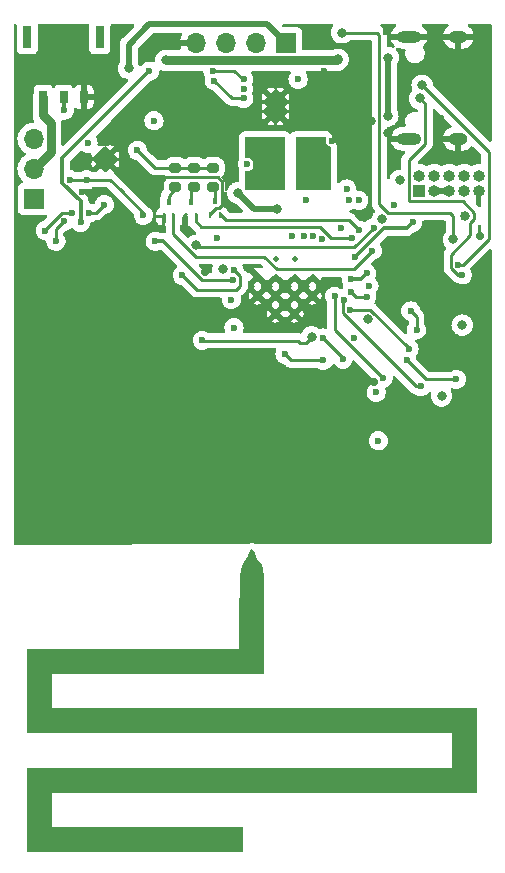
<source format=gbl>
%TF.GenerationSoftware,KiCad,Pcbnew,(6.0.7)*%
%TF.CreationDate,2022-10-19T23:25:32-04:00*%
%TF.ProjectId,Emrick,456d7269-636b-42e6-9b69-6361645f7063,1*%
%TF.SameCoordinates,Original*%
%TF.FileFunction,Copper,L4,Bot*%
%TF.FilePolarity,Positive*%
%FSLAX46Y46*%
G04 Gerber Fmt 4.6, Leading zero omitted, Abs format (unit mm)*
G04 Created by KiCad (PCBNEW (6.0.7)) date 2022-10-19 23:25:32*
%MOMM*%
%LPD*%
G01*
G04 APERTURE LIST*
G04 Aperture macros list*
%AMRoundRect*
0 Rectangle with rounded corners*
0 $1 Rounding radius*
0 $2 $3 $4 $5 $6 $7 $8 $9 X,Y pos of 4 corners*
0 Add a 4 corners polygon primitive as box body*
4,1,4,$2,$3,$4,$5,$6,$7,$8,$9,$2,$3,0*
0 Add four circle primitives for the rounded corners*
1,1,$1+$1,$2,$3*
1,1,$1+$1,$4,$5*
1,1,$1+$1,$6,$7*
1,1,$1+$1,$8,$9*
0 Add four rect primitives between the rounded corners*
20,1,$1+$1,$2,$3,$4,$5,0*
20,1,$1+$1,$4,$5,$6,$7,0*
20,1,$1+$1,$6,$7,$8,$9,0*
20,1,$1+$1,$8,$9,$2,$3,0*%
G04 Aperture macros list end*
%TA.AperFunction,ComponentPad*%
%ADD10C,0.508000*%
%TD*%
%TA.AperFunction,ComponentPad*%
%ADD11C,0.499999*%
%TD*%
%TA.AperFunction,ComponentPad*%
%ADD12O,1.000000X1.000000*%
%TD*%
%TA.AperFunction,ComponentPad*%
%ADD13R,1.000000X1.000000*%
%TD*%
%TA.AperFunction,ComponentPad*%
%ADD14R,1.700000X1.700000*%
%TD*%
%TA.AperFunction,ComponentPad*%
%ADD15O,1.700000X1.700000*%
%TD*%
%TA.AperFunction,ComponentPad*%
%ADD16O,1.600000X1.000000*%
%TD*%
%TA.AperFunction,ComponentPad*%
%ADD17O,2.100000X1.000000*%
%TD*%
%TA.AperFunction,SMDPad,CuDef*%
%ADD18R,1.900000X2.500000*%
%TD*%
%TA.AperFunction,SMDPad,CuDef*%
%ADD19R,0.279400X0.508000*%
%TD*%
%TA.AperFunction,SMDPad,CuDef*%
%ADD20R,0.381000X0.508000*%
%TD*%
%TA.AperFunction,SMDPad,CuDef*%
%ADD21RoundRect,0.200000X-0.275000X0.200000X-0.275000X-0.200000X0.275000X-0.200000X0.275000X0.200000X0*%
%TD*%
%TA.AperFunction,SMDPad,CuDef*%
%ADD22R,0.660400X1.041400*%
%TD*%
%TA.AperFunction,SMDPad,CuDef*%
%ADD23R,0.762000X1.854200*%
%TD*%
%TA.AperFunction,ViaPad*%
%ADD24C,0.600000*%
%TD*%
%TA.AperFunction,ViaPad*%
%ADD25C,0.700000*%
%TD*%
%TA.AperFunction,ViaPad*%
%ADD26C,0.800000*%
%TD*%
%TA.AperFunction,Conductor*%
%ADD27C,0.250000*%
%TD*%
%TA.AperFunction,Conductor*%
%ADD28C,0.500000*%
%TD*%
%TA.AperFunction,Conductor*%
%ADD29C,0.300000*%
%TD*%
%TA.AperFunction,Conductor*%
%ADD30C,0.800000*%
%TD*%
G04 APERTURE END LIST*
%TO.C,AE1*%
G36*
X102640125Y-64679783D02*
G01*
X102664584Y-64832395D01*
X102851244Y-65296085D01*
X103061459Y-65526250D01*
X103209949Y-65737580D01*
X103317671Y-66136404D01*
X103390471Y-66795289D01*
X103434194Y-67786798D01*
X103454684Y-69183496D01*
X103458334Y-70453439D01*
X103458334Y-75051251D01*
X85466667Y-75051251D01*
X85466667Y-77961667D01*
X121450000Y-77961667D01*
X121450000Y-85105417D01*
X85466667Y-85105417D01*
X85466667Y-88015834D01*
X101606250Y-88015834D01*
X101606250Y-90132500D01*
X83350000Y-90132500D01*
X83350000Y-82988751D01*
X119333334Y-82988751D01*
X119333334Y-80078334D01*
X83350000Y-80078334D01*
X83350000Y-72934584D01*
X101341667Y-72934584D01*
X101341667Y-69395106D01*
X101353469Y-67885659D01*
X101394473Y-66823085D01*
X101473081Y-66125502D01*
X101597691Y-65711025D01*
X101738542Y-65526250D01*
X102074763Y-65075789D01*
X102135417Y-64832395D01*
X102289215Y-64501610D01*
X102400000Y-64467917D01*
X102640125Y-64679783D01*
G37*
%TD*%
D10*
%TO.P,U6,V*%
%TO.N,GND*%
X89571300Y-31056300D03*
X90358700Y-31843700D03*
X90358700Y-31056300D03*
X89571300Y-31843700D03*
%TD*%
D11*
%TO.P,U2,GND*%
%TO.N,GND*%
X102875001Y-41396499D03*
%TO.P,U2,V*%
X102875001Y-43003501D03*
X107524999Y-41396499D03*
%TO.P,U2,GND*%
X106003501Y-39875001D03*
%TO.P,U2,V*%
X104396499Y-44524999D03*
X104396499Y-43003501D03*
X107524999Y-43003501D03*
X104396499Y-41396499D03*
X106003501Y-44524999D03*
X104396499Y-39875001D03*
X106003501Y-41396499D03*
X106003501Y-43003501D03*
%TD*%
D12*
%TO.P,J3,10,Pin_10*%
%TO.N,WMCU_RESET*%
X121630000Y-32855000D03*
%TO.P,J3,9,Pin_9*%
%TO.N,GND*%
X121630000Y-34125000D03*
%TO.P,J3,8,Pin_8*%
%TO.N,DIO17_TDI*%
X120360000Y-32855000D03*
%TO.P,J3,7,Pin_7*%
%TO.N,unconnected-(J3-Pad7)*%
X120360000Y-34125000D03*
%TO.P,J3,6,Pin_6*%
%TO.N,DIO16_TDO*%
X119090000Y-32855000D03*
%TO.P,J3,5,Pin_5*%
%TO.N,GND*%
X119090000Y-34125000D03*
%TO.P,J3,4,Pin_4*%
%TO.N,WMCU_TCK*%
X117820000Y-32855000D03*
%TO.P,J3,3,Pin_3*%
%TO.N,GND*%
X117820000Y-34125000D03*
%TO.P,J3,2,Pin_2*%
%TO.N,WMCU_TMS*%
X116550000Y-32855000D03*
D13*
%TO.P,J3,1,Pin_1*%
%TO.N,Net-(J3-Pad1)*%
X116550000Y-34125000D03*
%TD*%
D14*
%TO.P,SW1,1,A*%
%TO.N,VBAT*%
X83907000Y-34831000D03*
D15*
%TO.P,SW1,2,B*%
%TO.N,Net-(J4-Pad1)*%
X83907000Y-32291000D03*
%TO.P,SW1,3*%
%TO.N,N/C*%
X83907000Y-29751000D03*
%TD*%
D14*
%TO.P,J1,1,Pin_1*%
%TO.N,BBReg_5V*%
X105300000Y-21625000D03*
D15*
%TO.P,J1,2,Pin_2*%
%TO.N,LED_DATA_5V*%
X102760000Y-21625000D03*
%TO.P,J1,3,Pin_3*%
X100220000Y-21625000D03*
%TO.P,J1,4,Pin_4*%
%TO.N,GND*%
X97680000Y-21625000D03*
%TD*%
D16*
%TO.P,P1,S1,SHIELD*%
%TO.N,GND*%
X119875000Y-29720000D03*
D17*
X115695000Y-21080000D03*
X115695000Y-29720000D03*
D16*
X119875000Y-21080000D03*
%TD*%
D10*
%TO.P,U3,V*%
%TO.N,GND*%
X104793700Y-27000000D03*
X104006300Y-27787400D03*
X104006300Y-26212600D03*
X104793700Y-26212600D03*
X104006300Y-27000000D03*
X104793700Y-27787400D03*
%TD*%
D18*
%TO.P,L8,1,1*%
%TO.N,Net-(L8-Pad1)*%
X107550000Y-32400000D03*
%TO.P,L8,2,2*%
%TO.N,Net-(L8-Pad2)*%
X103450000Y-32400000D03*
%TD*%
D19*
%TO.P,Q1,1,B*%
%TO.N,CHR1*%
X97618050Y-36296900D03*
%TO.P,Q1,2,C*%
%TO.N,GND*%
X96817950Y-36296900D03*
D20*
%TO.P,Q1,3,E*%
%TO.N,Net-(Q1-Pad3)*%
X97218000Y-35103100D03*
%TD*%
D21*
%TO.P,R9,1*%
%TO.N,ISET*%
X99100000Y-32175000D03*
%TO.P,R9,2*%
%TO.N,Net-(Q3-Pad3)*%
X99100000Y-33825000D03*
%TD*%
D19*
%TO.P,Q2,1,B*%
%TO.N,CHR0*%
X95735050Y-36296900D03*
%TO.P,Q2,2,C*%
%TO.N,GND*%
X94934950Y-36296900D03*
D20*
%TO.P,Q2,3,E*%
%TO.N,Net-(Q2-Pad3)*%
X95335000Y-35103100D03*
%TD*%
D22*
%TO.P,J4,1,Pin_1*%
%TO.N,Net-(J4-Pad1)*%
X84747001Y-26184600D03*
%TO.P,J4,2,Pin_2*%
%TO.N,BAT_TS*%
X86447000Y-26184600D03*
%TO.P,J4,3,Pin_3*%
%TO.N,GND*%
X88146999Y-26184600D03*
D23*
%TO.P,J4,4*%
%TO.N,N/C*%
X83372000Y-21134600D03*
%TO.P,J4,5*%
X89522000Y-21134600D03*
%TD*%
D19*
%TO.P,Q3,1,B*%
%TO.N,CHREN*%
X99665050Y-36196900D03*
%TO.P,Q3,2,C*%
%TO.N,GND*%
X98864950Y-36196900D03*
D20*
%TO.P,Q3,3,E*%
%TO.N,Net-(Q3-Pad3)*%
X99265000Y-35003100D03*
%TD*%
D21*
%TO.P,R7,1*%
%TO.N,ISET*%
X97500000Y-32175000D03*
%TO.P,R7,2*%
%TO.N,Net-(Q1-Pad3)*%
X97500000Y-33825000D03*
%TD*%
%TO.P,R8,1*%
%TO.N,ISET*%
X95900000Y-32175000D03*
%TO.P,R8,2*%
%TO.N,Net-(Q2-Pad3)*%
X95900000Y-33825000D03*
%TD*%
D24*
%TO.N,*%
X120900000Y-84532500D03*
X90600000Y-88432500D03*
X111900000Y-78332500D03*
X93100000Y-89632500D03*
X111200000Y-83432500D03*
X121000000Y-78432500D03*
X109200000Y-79732500D03*
X95800000Y-74632500D03*
X102600000Y-79632500D03*
X97000000Y-88432500D03*
X90800000Y-84532500D03*
X108500000Y-84632500D03*
X106200000Y-78332500D03*
X92400000Y-73332500D03*
X94300000Y-83432500D03*
X83900000Y-84732500D03*
X105600000Y-83432500D03*
X83700000Y-73332500D03*
X102900000Y-74532500D03*
X87500000Y-83432500D03*
X119700000Y-81532500D03*
X97200000Y-84732500D03*
X99900000Y-73332500D03*
X101800000Y-66732500D03*
X116900000Y-83432500D03*
X83700000Y-79732500D03*
X95600000Y-79732500D03*
X83900000Y-89232500D03*
X86900000Y-89732500D03*
X88500000Y-79632500D03*
X89300000Y-74632500D03*
X118700000Y-79632500D03*
X103000000Y-69332500D03*
X101800000Y-72032500D03*
X83700000Y-77032500D03*
X102800000Y-84632500D03*
X114600000Y-84632500D03*
X114500000Y-79732500D03*
X85000000Y-86832500D03*
X117400000Y-78432500D03*
X86000000Y-78432500D03*
X84700000Y-75032500D03*
X91700000Y-78432500D03*
X100500000Y-89732500D03*
X100200000Y-83432500D03*
X86900000Y-73432500D03*
X99200000Y-78332500D03*
%TO.N,GND*%
X83500000Y-51200000D03*
D25*
X99250000Y-49000000D03*
D26*
X120450000Y-36250000D03*
D24*
X93600000Y-45800000D03*
X93900000Y-59700000D03*
X84200000Y-53850000D03*
X113711515Y-20655387D03*
X87999650Y-34200356D03*
X99500000Y-59500000D03*
X92500000Y-54800000D03*
D25*
X98450000Y-41000000D03*
D24*
X88300000Y-58000000D03*
D25*
X112729962Y-50358742D03*
D26*
X113950000Y-29250000D03*
D25*
X121700000Y-38000000D03*
D24*
X92000000Y-28500000D03*
X121550000Y-22900000D03*
X95500000Y-55950000D03*
X95300000Y-51350000D03*
X94900000Y-21400000D03*
X122200000Y-54400000D03*
X86200000Y-53950000D03*
X118000000Y-47750000D03*
X121600000Y-63500000D03*
X89150000Y-54150000D03*
X105300000Y-63000000D03*
X94750000Y-48500000D03*
X83500000Y-47400000D03*
X98200000Y-54200000D03*
D26*
X115200000Y-40000000D03*
D24*
X85000000Y-55750000D03*
X98300000Y-49500000D03*
D26*
X116025000Y-53425000D03*
D24*
X121550000Y-26900000D03*
X94300000Y-41300000D03*
X86300000Y-40800000D03*
X114500000Y-62800000D03*
D26*
X111700000Y-32500000D03*
D24*
X85400000Y-60100000D03*
X89600000Y-62400000D03*
X109200000Y-25000000D03*
X121000000Y-55500000D03*
X117700000Y-63200000D03*
X94900000Y-62600000D03*
X105000000Y-52750000D03*
D26*
X117200000Y-41750000D03*
D24*
X109200000Y-29900000D03*
X97600000Y-62700000D03*
X108500000Y-24000000D03*
D25*
X103700000Y-51750000D03*
D24*
X114900000Y-60600000D03*
D26*
X117200000Y-40000000D03*
D24*
X106900000Y-55500000D03*
X109950000Y-54150000D03*
D25*
X104700000Y-56200000D03*
D24*
X109950000Y-37250000D03*
X91350000Y-51300000D03*
X96600000Y-37300000D03*
X112300000Y-61000000D03*
X111000000Y-46600000D03*
X83400000Y-62400000D03*
X118300000Y-23450000D03*
X118400000Y-27950000D03*
X96080500Y-24649500D03*
X105900000Y-57150000D03*
D26*
X112450500Y-28250000D03*
D24*
X106100000Y-61000000D03*
X88600000Y-51550000D03*
D26*
X115200000Y-41750000D03*
D24*
X88600000Y-48600000D03*
X109850000Y-56300000D03*
X85500000Y-49750000D03*
X89500000Y-41400000D03*
X100800000Y-30200000D03*
X84700000Y-42500000D03*
X110600000Y-63100000D03*
X108800000Y-60600000D03*
X94900000Y-33131254D03*
X122000000Y-61700000D03*
X95200000Y-40100000D03*
X119650000Y-54150000D03*
D26*
X108250000Y-20625500D03*
D25*
X100450000Y-53750000D03*
D24*
X121900000Y-56400000D03*
D26*
%TO.N,VDDS*%
X99950000Y-40750000D03*
D24*
X102000498Y-31900000D03*
X88599251Y-36000749D03*
X87124500Y-36000000D03*
X89900000Y-35300000D03*
X99477086Y-38100000D03*
X111158411Y-39758411D03*
X112300000Y-42200000D03*
D26*
X112200000Y-45000000D03*
D24*
X84900000Y-37500000D03*
X88509266Y-30109266D03*
X116000000Y-36800000D03*
D26*
X118450000Y-51500000D03*
X120200000Y-45500000D03*
D24*
%TO.N,Net-(C10-Pad1)*%
X108450000Y-48500000D03*
X105200451Y-47974500D03*
D26*
%TO.N,BBReg_5V*%
X91950000Y-23750000D03*
D24*
%TO.N,WMCU_RESET*%
X112700000Y-37250000D03*
X94100000Y-28200000D03*
D26*
X97700000Y-38750000D03*
%TO.N,VBUS*%
X95100000Y-23100000D03*
X113900000Y-27800000D03*
X113955000Y-22850000D03*
X109700000Y-23000000D03*
D24*
%TO.N,Net-(C30-Pad1)*%
X101700000Y-25500000D03*
X106300000Y-24700000D03*
%TO.N,VDDR*%
X100880000Y-45720000D03*
X107000000Y-34947502D03*
X100658411Y-43341589D03*
%TO.N,PWR_LED*%
X115500000Y-48500000D03*
X110100000Y-48400000D03*
X108400000Y-46600000D03*
X119700000Y-50100000D03*
%TO.N,BAT_CHG*%
X85800000Y-38400000D03*
X86500000Y-36700000D03*
X93200000Y-36200000D03*
X100847950Y-40802821D03*
X87000000Y-33200000D03*
X96500000Y-41300000D03*
X88400000Y-33200000D03*
%TO.N,BAT_PGOOD*%
X100800000Y-41700000D03*
X94200000Y-38400000D03*
%TO.N,WMCU_VDDS*%
X113100000Y-55300000D03*
D26*
X101200000Y-34300000D03*
D24*
X114424156Y-35375500D03*
D26*
X104500000Y-35697002D03*
D24*
%TO.N,LED_DATA_5V*%
X93700000Y-24000000D03*
X87900000Y-36800000D03*
D26*
%TO.N,WMCU_TMS*%
X114950000Y-33250000D03*
X113437701Y-36512299D03*
D24*
%TO.N,WMCU_TCK*%
X108325501Y-38250000D03*
X111450000Y-34947502D03*
%TO.N,DIO16_TDO*%
X110650497Y-34947502D03*
X107583099Y-37953277D03*
%TO.N,DIO17_TDI*%
X110423339Y-33973339D03*
X106784108Y-37981875D03*
%TO.N,BAT_TS*%
X86500000Y-27300000D03*
D26*
%TO.N,USB_DPLUS*%
X116600000Y-26300000D03*
D24*
X120200000Y-41250000D03*
%TO.N,USB_DMINUS*%
X119875734Y-40399500D03*
D26*
X116800000Y-25200000D03*
D24*
%TO.N,DIO20_Flash_CS*%
X112912254Y-51188453D03*
X105800000Y-38000000D03*
%TO.N,Net-(L8-Pad1)*%
X107200000Y-30600000D03*
X107900000Y-30600000D03*
X106500000Y-30600000D03*
%TO.N,Net-(L8-Pad2)*%
X104400000Y-30600000D03*
X103000000Y-30600000D03*
X103700000Y-30600000D03*
%TO.N,Net-(R10-Pad2)*%
X99200000Y-24800000D03*
X101700000Y-26300000D03*
%TO.N,Net-(R11-Pad2)*%
X101700000Y-24700000D03*
X99100000Y-23999500D03*
%TO.N,LED_DATA_3V*%
X98200000Y-46800000D03*
D26*
X107450000Y-46500000D03*
D24*
%TO.N,UART_RX*%
X115841406Y-44306029D03*
X116337299Y-45887299D03*
%TO.N,DIO8_Flash_MISO*%
X110700000Y-44200000D03*
X115700000Y-47500000D03*
%TO.N,DIO9_Flash_MOSI*%
X116700000Y-50700000D03*
X110200000Y-43400000D03*
%TO.N,DIO10_Flash_SCLK*%
X109387611Y-43070788D03*
X113500000Y-50000000D03*
%TO.N,BOOTLOADER_BACKDOOR*%
X112099500Y-43100000D03*
X110800000Y-42700000D03*
%TO.N,RS485*%
X110800000Y-41609500D03*
X112099500Y-41127378D03*
%TO.N,ISET*%
X92700000Y-30700000D03*
D26*
%TO.N,Net-(R17-Pad2)*%
X110000000Y-20750000D03*
X119450000Y-38250000D03*
D24*
%TO.N,CHREN*%
X111483531Y-37483531D03*
%TO.N,CHR1*%
X110833531Y-38133531D03*
%TO.N,CHR0*%
X112600000Y-39200000D03*
%TD*%
D27*
%TO.N,GND*%
X95031254Y-33000000D02*
X94900000Y-33131254D01*
X99900000Y-33407538D02*
X99492462Y-33000000D01*
X99900000Y-35300000D02*
X99900000Y-33407538D01*
X99492462Y-33000000D02*
X95031254Y-33000000D01*
X99617900Y-35582100D02*
X99900000Y-35300000D01*
X99365450Y-35582100D02*
X99617900Y-35582100D01*
X98864950Y-36082600D02*
X99365450Y-35582100D01*
X98864950Y-36196900D02*
X98864950Y-36082600D01*
X96600000Y-37300000D02*
X96600000Y-36311850D01*
X96600000Y-36311850D02*
X96817950Y-36093900D01*
%TO.N,ISET*%
X94175000Y-32175000D02*
X92700000Y-30700000D01*
X95900000Y-32175000D02*
X94175000Y-32175000D01*
D28*
%TO.N,BBReg_5V*%
X93700000Y-20000000D02*
X103675000Y-20000000D01*
X91950000Y-21750000D02*
X93700000Y-20000000D01*
X103675000Y-20000000D02*
X105300000Y-21625000D01*
X91950000Y-23750000D02*
X91950000Y-21750000D01*
D27*
%TO.N,GND*%
X94950000Y-36750000D02*
X94934950Y-36734950D01*
X94934950Y-36734950D02*
X94934950Y-36096900D01*
%TO.N,VDDS*%
X88599251Y-36000749D02*
X89199251Y-36000749D01*
X84900000Y-37416116D02*
X86316116Y-36000000D01*
D29*
X111158411Y-39758411D02*
X111158411Y-39722350D01*
D27*
X89199251Y-36000749D02*
X89900000Y-35300000D01*
D29*
X113580761Y-37300000D02*
X113900000Y-37300000D01*
D27*
X84900000Y-37500000D02*
X84900000Y-37416116D01*
D29*
X111158411Y-39722350D02*
X113580761Y-37300000D01*
X113900000Y-37300000D02*
X115500000Y-37300000D01*
X115500000Y-37300000D02*
X116000000Y-36800000D01*
D27*
X86316116Y-36000000D02*
X87124500Y-36000000D01*
%TO.N,Net-(C10-Pad1)*%
X108450000Y-48500000D02*
X105725951Y-48500000D01*
X105725951Y-48500000D02*
X105200451Y-47974500D01*
D30*
%TO.N,BBReg_5V*%
X105300000Y-21625000D02*
X105300000Y-21850000D01*
D27*
%TO.N,WMCU_RESET*%
X111075000Y-38875000D02*
X112700000Y-37250000D01*
X97700000Y-38750000D02*
X97825000Y-38875000D01*
X97825000Y-38875000D02*
X111075000Y-38875000D01*
D30*
%TO.N,VBUS*%
X109600000Y-23100000D02*
X95100000Y-23100000D01*
D28*
X113900000Y-22905000D02*
X113955000Y-22850000D01*
D30*
X109700000Y-23000000D02*
X109600000Y-23100000D01*
D28*
X113900000Y-27800000D02*
X113900000Y-22905000D01*
D27*
%TO.N,PWR_LED*%
X115500000Y-48500000D02*
X117100000Y-50100000D01*
X110100000Y-48300000D02*
X110100000Y-48400000D01*
X108400000Y-46600000D02*
X110100000Y-48300000D01*
X117100000Y-50100000D02*
X119700000Y-50100000D01*
%TO.N,BAT_CHG*%
X91300000Y-34100000D02*
X90400000Y-33200000D01*
X93200000Y-36200000D02*
X93200000Y-36000000D01*
X101085842Y-42514159D02*
X97714159Y-42514159D01*
X85800000Y-38400000D02*
X85800000Y-37400000D01*
X97714159Y-42514159D02*
X96500000Y-41300000D01*
X101425000Y-41379871D02*
X101425000Y-42175001D01*
X90400000Y-33200000D02*
X88400000Y-33200000D01*
X87000000Y-33200000D02*
X88400000Y-33200000D01*
X93200000Y-36000000D02*
X91300000Y-34100000D01*
X85800000Y-37400000D02*
X86500000Y-36700000D01*
X100847950Y-40802821D02*
X101425000Y-41379871D01*
X101425000Y-42175001D02*
X101085842Y-42514159D01*
%TO.N,BAT_PGOOD*%
X100800000Y-41700000D02*
X98195405Y-41700000D01*
D29*
X94892291Y-38400000D02*
X94893848Y-38398443D01*
D27*
X98195405Y-41700000D02*
X94893848Y-38398443D01*
D29*
X94200000Y-38400000D02*
X94892291Y-38400000D01*
D28*
%TO.N,WMCU_VDDS*%
X104500000Y-35697002D02*
X102597002Y-35697002D01*
X102597002Y-35697002D02*
X101200000Y-34300000D01*
D29*
%TO.N,LED_DATA_5V*%
X86350000Y-31350000D02*
X93700000Y-24000000D01*
X87900000Y-35019239D02*
X86350000Y-33469239D01*
X86350000Y-33469239D02*
X86350000Y-31350000D01*
X87900000Y-36800000D02*
X87900000Y-35019239D01*
D30*
%TO.N,Net-(J4-Pad1)*%
X84747001Y-27747001D02*
X84747001Y-26184600D01*
X85357000Y-30841000D02*
X85357000Y-28357000D01*
X83907000Y-32291000D02*
X85357000Y-30841000D01*
X85357000Y-28357000D02*
X84747001Y-27747001D01*
D29*
%TO.N,BAT_TS*%
X86500000Y-26237600D02*
X86447000Y-26184600D01*
X86500000Y-27300000D02*
X86500000Y-26237600D01*
D27*
%TO.N,USB_DPLUS*%
X119250734Y-39549266D02*
X120900000Y-37900000D01*
X120225305Y-35000000D02*
X115674695Y-35000000D01*
X120900000Y-37900000D02*
X120900000Y-36825305D01*
X120200000Y-41250000D02*
X119842350Y-41250000D01*
X121200000Y-35974695D02*
X120225305Y-35000000D01*
X117070000Y-30130000D02*
X117070000Y-26770000D01*
X119842350Y-41250000D02*
X119250734Y-40658384D01*
X117070000Y-26770000D02*
X116600000Y-26300000D01*
X120900000Y-36825305D02*
X121200000Y-36525305D01*
X115674695Y-31525305D02*
X117070000Y-30130000D01*
X115674695Y-35000000D02*
X115674695Y-31525305D01*
X119250734Y-40658384D02*
X119250734Y-39549266D01*
X121200000Y-36525305D02*
X121200000Y-35974695D01*
%TO.N,USB_DMINUS*%
X122455000Y-30833274D02*
X116821726Y-25200000D01*
X119875734Y-40399500D02*
X120255095Y-40399500D01*
X116821726Y-25200000D02*
X116800000Y-25200000D01*
X120255095Y-40399500D02*
X122455000Y-38199595D01*
X122455000Y-38199595D02*
X122455000Y-30833274D01*
%TO.N,Net-(R10-Pad2)*%
X100700000Y-26300000D02*
X99200000Y-24800000D01*
X101700000Y-26300000D02*
X100700000Y-26300000D01*
%TO.N,Net-(R11-Pad2)*%
X99100000Y-23999500D02*
X100899500Y-23999500D01*
X100899500Y-23999500D02*
X101600000Y-24700000D01*
X101600000Y-24700000D02*
X101700000Y-24700000D01*
%TO.N,LED_DATA_3V*%
X98225000Y-46825000D02*
X98200000Y-46800000D01*
X106450000Y-47000000D02*
X106275000Y-46825000D01*
X107450000Y-46500000D02*
X106950000Y-47000000D01*
X106275000Y-46825000D02*
X98225000Y-46825000D01*
X106950000Y-47000000D02*
X106450000Y-47000000D01*
%TO.N,UART_RX*%
X116337299Y-45887299D02*
X116337299Y-44801922D01*
X116337299Y-44801922D02*
X115841406Y-44306029D01*
%TO.N,DIO8_Flash_MISO*%
X110700000Y-44200000D02*
X112425305Y-44200000D01*
X115700000Y-47474695D02*
X115700000Y-47500000D01*
X112425305Y-44200000D02*
X115700000Y-47474695D01*
%TO.N,DIO9_Flash_MOSI*%
X110075000Y-44475000D02*
X116300000Y-50700000D01*
X116300000Y-50700000D02*
X116700000Y-50700000D01*
X110075000Y-43525000D02*
X110075000Y-44475000D01*
X110200000Y-43400000D02*
X110075000Y-43525000D01*
%TO.N,DIO10_Flash_SCLK*%
X109387611Y-45887611D02*
X113500000Y-50000000D01*
X109387611Y-43070788D02*
X109387611Y-45887611D01*
%TO.N,BOOTLOADER_BACKDOOR*%
X111200000Y-43100000D02*
X110800000Y-42700000D01*
X112099500Y-43100000D02*
X111200000Y-43100000D01*
D29*
%TO.N,RS485*%
X111617378Y-41609500D02*
X110800000Y-41609500D01*
X112099500Y-41127378D02*
X111617378Y-41609500D01*
D27*
%TO.N,ISET*%
X95900000Y-32175000D02*
X97500000Y-32175000D01*
X97500000Y-32175000D02*
X99100000Y-32175000D01*
%TO.N,Net-(R17-Pad2)*%
X119450000Y-36250000D02*
X119450000Y-38250000D01*
X113950000Y-36000000D02*
X119200000Y-36000000D01*
X119200000Y-36000000D02*
X119450000Y-36250000D01*
X110000000Y-20750000D02*
X112950000Y-20750000D01*
X113175000Y-20975000D02*
X113175000Y-35225000D01*
X112950000Y-20750000D02*
X113175000Y-20975000D01*
X113175000Y-35225000D02*
X113950000Y-36000000D01*
%TO.N,CHREN*%
X111483531Y-37483531D02*
X110625000Y-36625000D01*
X100193150Y-36625000D02*
X99665050Y-36096900D01*
X110625000Y-36625000D02*
X100193150Y-36625000D01*
%TO.N,CHR1*%
X108176327Y-37216942D02*
X98116942Y-37216942D01*
X110833531Y-38133531D02*
X109092916Y-38133531D01*
X109092916Y-38133531D02*
X108176327Y-37216942D01*
X98116942Y-37216942D02*
X97618050Y-36718050D01*
X97618050Y-36718050D02*
X97618050Y-36093900D01*
%TO.N,CHR0*%
X95735050Y-37810355D02*
X97624695Y-39700000D01*
X104491325Y-40782999D02*
X111017001Y-40782999D01*
X103408326Y-39700000D02*
X104491325Y-40782999D01*
X97624695Y-39700000D02*
X103408326Y-39700000D01*
X111017001Y-40782999D02*
X112600000Y-39200000D01*
X95735050Y-36096900D02*
X95735050Y-37810355D01*
%TO.N,Net-(Q1-Pad3)*%
X97218000Y-34900100D02*
X97218000Y-33757000D01*
X97218000Y-33757000D02*
X97265000Y-33710000D01*
%TO.N,Net-(Q2-Pad3)*%
X95335000Y-34903100D02*
X95335000Y-34540000D01*
X95335000Y-34540000D02*
X96165000Y-33710000D01*
%TO.N,Net-(Q3-Pad3)*%
X99265000Y-33990000D02*
X99100000Y-33825000D01*
X99265000Y-34903100D02*
X99265000Y-33990000D01*
%TD*%
%TA.AperFunction,Conductor*%
%TO.N,GND*%
G36*
X82426581Y-20028502D02*
G01*
X82473074Y-20082158D01*
X82483723Y-20148108D01*
X82482500Y-20159366D01*
X82482500Y-22109834D01*
X82489255Y-22172016D01*
X82540385Y-22308405D01*
X82627739Y-22424961D01*
X82744295Y-22512315D01*
X82880684Y-22563445D01*
X82942866Y-22570200D01*
X83801134Y-22570200D01*
X83863316Y-22563445D01*
X83999705Y-22512315D01*
X84116261Y-22424961D01*
X84203615Y-22308405D01*
X84254745Y-22172016D01*
X84261500Y-22109834D01*
X84261500Y-20159366D01*
X84260277Y-20148108D01*
X84272805Y-20078225D01*
X84321126Y-20026210D01*
X84385540Y-20008500D01*
X88508460Y-20008500D01*
X88576581Y-20028502D01*
X88623074Y-20082158D01*
X88633723Y-20148108D01*
X88632500Y-20159366D01*
X88632500Y-22109834D01*
X88639255Y-22172016D01*
X88690385Y-22308405D01*
X88777739Y-22424961D01*
X88894295Y-22512315D01*
X89030684Y-22563445D01*
X89092866Y-22570200D01*
X89951134Y-22570200D01*
X90013316Y-22563445D01*
X90149705Y-22512315D01*
X90266261Y-22424961D01*
X90353615Y-22308405D01*
X90404745Y-22172016D01*
X90411500Y-22109834D01*
X90411500Y-20159366D01*
X90410277Y-20148108D01*
X90422805Y-20078225D01*
X90471126Y-20026210D01*
X90535540Y-20008500D01*
X92314629Y-20008500D01*
X92382750Y-20028502D01*
X92429243Y-20082158D01*
X92439347Y-20152432D01*
X92409853Y-20217012D01*
X92403724Y-20223595D01*
X91461089Y-21166230D01*
X91446677Y-21178616D01*
X91435082Y-21187149D01*
X91435077Y-21187154D01*
X91429182Y-21191492D01*
X91424443Y-21197070D01*
X91424440Y-21197073D01*
X91394965Y-21231768D01*
X91388035Y-21239284D01*
X91382340Y-21244979D01*
X91380060Y-21247861D01*
X91364719Y-21267251D01*
X91361928Y-21270655D01*
X91343920Y-21291852D01*
X91314667Y-21326285D01*
X91311339Y-21332801D01*
X91307972Y-21337850D01*
X91304805Y-21342979D01*
X91300266Y-21348716D01*
X91269345Y-21414875D01*
X91267442Y-21418769D01*
X91234231Y-21483808D01*
X91232492Y-21490916D01*
X91230393Y-21496559D01*
X91228476Y-21502322D01*
X91225378Y-21508950D01*
X91223888Y-21516112D01*
X91223888Y-21516113D01*
X91210514Y-21580412D01*
X91209544Y-21584696D01*
X91192192Y-21655610D01*
X91191500Y-21666764D01*
X91191464Y-21666762D01*
X91191225Y-21670755D01*
X91190851Y-21674947D01*
X91189360Y-21682115D01*
X91189558Y-21689432D01*
X91191454Y-21759521D01*
X91191500Y-21762928D01*
X91191500Y-23213001D01*
X91174619Y-23276001D01*
X91123931Y-23363795D01*
X91115473Y-23378444D01*
X91056458Y-23560072D01*
X91055768Y-23566633D01*
X91055768Y-23566635D01*
X91042540Y-23692495D01*
X91036496Y-23750000D01*
X91037186Y-23756565D01*
X91052829Y-23905396D01*
X91056458Y-23939928D01*
X91115473Y-24121556D01*
X91210960Y-24286944D01*
X91215378Y-24291851D01*
X91215379Y-24291852D01*
X91287456Y-24371902D01*
X91338747Y-24428866D01*
X91493248Y-24541118D01*
X91499276Y-24543802D01*
X91499278Y-24543803D01*
X91661681Y-24616109D01*
X91667712Y-24618794D01*
X91838423Y-24655080D01*
X91900894Y-24688807D01*
X91935216Y-24750957D01*
X91930488Y-24821796D01*
X91901319Y-24867421D01*
X86480595Y-30288145D01*
X86418283Y-30322171D01*
X86347468Y-30317106D01*
X86290632Y-30274559D01*
X86265821Y-30208039D01*
X86265500Y-30199050D01*
X86265500Y-28438417D01*
X86267051Y-28418705D01*
X86268220Y-28411325D01*
X86269252Y-28404810D01*
X86268758Y-28395366D01*
X86265673Y-28336520D01*
X86265500Y-28329926D01*
X86265500Y-28309390D01*
X86265156Y-28306116D01*
X86263353Y-28288958D01*
X86262836Y-28282384D01*
X86260312Y-28234231D01*
X86276721Y-28165157D01*
X86327869Y-28115919D01*
X86402803Y-28102743D01*
X86475979Y-28112507D01*
X86475984Y-28112507D01*
X86482961Y-28113438D01*
X86489972Y-28112800D01*
X86489976Y-28112800D01*
X86642866Y-28098885D01*
X86663600Y-28096998D01*
X86670302Y-28094820D01*
X86670304Y-28094820D01*
X86829409Y-28043124D01*
X86829412Y-28043123D01*
X86836108Y-28040947D01*
X86991912Y-27948069D01*
X87123266Y-27822982D01*
X87223643Y-27671902D01*
X87288055Y-27502338D01*
X87292779Y-27468727D01*
X87312748Y-27326639D01*
X87312748Y-27326636D01*
X87313299Y-27322717D01*
X87313616Y-27300000D01*
X87304850Y-27221848D01*
X87317134Y-27151922D01*
X87365273Y-27099738D01*
X87433983Y-27081864D01*
X87505630Y-27106977D01*
X87563150Y-27150086D01*
X87578745Y-27158624D01*
X87699193Y-27203778D01*
X87714448Y-27207405D01*
X87765313Y-27212931D01*
X87772127Y-27213300D01*
X87874884Y-27213300D01*
X87890123Y-27208825D01*
X87891328Y-27207435D01*
X87892999Y-27199752D01*
X87892999Y-27195184D01*
X88400999Y-27195184D01*
X88405474Y-27210423D01*
X88406864Y-27211628D01*
X88414547Y-27213299D01*
X88521868Y-27213299D01*
X88528689Y-27212929D01*
X88579551Y-27207405D01*
X88594803Y-27203779D01*
X88715253Y-27158624D01*
X88730848Y-27150086D01*
X88832923Y-27073585D01*
X88845484Y-27061024D01*
X88921985Y-26958949D01*
X88930523Y-26943354D01*
X88975677Y-26822906D01*
X88979304Y-26807651D01*
X88984830Y-26756786D01*
X88985199Y-26749972D01*
X88985199Y-26456715D01*
X88980724Y-26441476D01*
X88979334Y-26440271D01*
X88971651Y-26438600D01*
X88419114Y-26438600D01*
X88403875Y-26443075D01*
X88402670Y-26444465D01*
X88400999Y-26452148D01*
X88400999Y-27195184D01*
X87892999Y-27195184D01*
X87892999Y-25912485D01*
X88400999Y-25912485D01*
X88405474Y-25927724D01*
X88406864Y-25928929D01*
X88414547Y-25930600D01*
X88967083Y-25930600D01*
X88982322Y-25926125D01*
X88983527Y-25924735D01*
X88985198Y-25917052D01*
X88985198Y-25619231D01*
X88984828Y-25612410D01*
X88979304Y-25561548D01*
X88975678Y-25546296D01*
X88930523Y-25425846D01*
X88921985Y-25410251D01*
X88845484Y-25308176D01*
X88832923Y-25295615D01*
X88730848Y-25219114D01*
X88715253Y-25210576D01*
X88594805Y-25165422D01*
X88579550Y-25161795D01*
X88528685Y-25156269D01*
X88521871Y-25155900D01*
X88419114Y-25155900D01*
X88403875Y-25160375D01*
X88402670Y-25161765D01*
X88400999Y-25169448D01*
X88400999Y-25912485D01*
X87892999Y-25912485D01*
X87892999Y-25174016D01*
X87888524Y-25158777D01*
X87887134Y-25157572D01*
X87879451Y-25155901D01*
X87772130Y-25155901D01*
X87765309Y-25156271D01*
X87714447Y-25161795D01*
X87699195Y-25165421D01*
X87578745Y-25210576D01*
X87563150Y-25219114D01*
X87461075Y-25295615D01*
X87448518Y-25308172D01*
X87398139Y-25375393D01*
X87341279Y-25417908D01*
X87270461Y-25422934D01*
X87208167Y-25388874D01*
X87196486Y-25375393D01*
X87140461Y-25300639D01*
X87023905Y-25213285D01*
X86887516Y-25162155D01*
X86825334Y-25155400D01*
X86068666Y-25155400D01*
X86006484Y-25162155D01*
X85870095Y-25213285D01*
X85753539Y-25300639D01*
X85697824Y-25374979D01*
X85640968Y-25417491D01*
X85570150Y-25422517D01*
X85507856Y-25388457D01*
X85496175Y-25374976D01*
X85445844Y-25307820D01*
X85445843Y-25307819D01*
X85440462Y-25300639D01*
X85323906Y-25213285D01*
X85187517Y-25162155D01*
X85125335Y-25155400D01*
X84368667Y-25155400D01*
X84306485Y-25162155D01*
X84170096Y-25213285D01*
X84053540Y-25300639D01*
X83966186Y-25417195D01*
X83915056Y-25553584D01*
X83908301Y-25615766D01*
X83908301Y-25805931D01*
X83902134Y-25844867D01*
X83853459Y-25994672D01*
X83838501Y-26136990D01*
X83838501Y-27665584D01*
X83836950Y-27685293D01*
X83834749Y-27699191D01*
X83835094Y-27705778D01*
X83835094Y-27705783D01*
X83838328Y-27767481D01*
X83838501Y-27774075D01*
X83838501Y-27794611D01*
X83838845Y-27797883D01*
X83838845Y-27797885D01*
X83840648Y-27815043D01*
X83841165Y-27821617D01*
X83841726Y-27832312D01*
X83844744Y-27889904D01*
X83846454Y-27896285D01*
X83846454Y-27896287D01*
X83848384Y-27903492D01*
X83851986Y-27922926D01*
X83852767Y-27930355D01*
X83852769Y-27930364D01*
X83853459Y-27936929D01*
X83874601Y-28001998D01*
X83876468Y-28008300D01*
X83894172Y-28074371D01*
X83900560Y-28086908D01*
X83908126Y-28105174D01*
X83912474Y-28118557D01*
X83915777Y-28124279D01*
X83915778Y-28124280D01*
X83946668Y-28177783D01*
X83949815Y-28183579D01*
X83962472Y-28208419D01*
X83975577Y-28278195D01*
X83948878Y-28343980D01*
X83890851Y-28384887D01*
X83848667Y-28391614D01*
X83817081Y-28391228D01*
X83817079Y-28391228D01*
X83811911Y-28391165D01*
X83591091Y-28424955D01*
X83378756Y-28494357D01*
X83374164Y-28496747D01*
X83374165Y-28496747D01*
X83218516Y-28577773D01*
X83180607Y-28597507D01*
X83176474Y-28600610D01*
X83176471Y-28600612D01*
X83006100Y-28728530D01*
X83001965Y-28731635D01*
X82847629Y-28893138D01*
X82844715Y-28897410D01*
X82844714Y-28897411D01*
X82776508Y-28997397D01*
X82721743Y-29077680D01*
X82699203Y-29126238D01*
X82630934Y-29273313D01*
X82627688Y-29280305D01*
X82567989Y-29495570D01*
X82544251Y-29717695D01*
X82544548Y-29722848D01*
X82544548Y-29722851D01*
X82556284Y-29926389D01*
X82557110Y-29940715D01*
X82558247Y-29945761D01*
X82558248Y-29945767D01*
X82582304Y-30052508D01*
X82606222Y-30158639D01*
X82690266Y-30365616D01*
X82702558Y-30385675D01*
X82801202Y-30546647D01*
X82806987Y-30556088D01*
X82953250Y-30724938D01*
X83125126Y-30867632D01*
X83169242Y-30893411D01*
X83198445Y-30910476D01*
X83247169Y-30962114D01*
X83260240Y-31031897D01*
X83233509Y-31097669D01*
X83193055Y-31131027D01*
X83180607Y-31137507D01*
X83176474Y-31140610D01*
X83176471Y-31140612D01*
X83006100Y-31268530D01*
X83001965Y-31271635D01*
X82965430Y-31309867D01*
X82858966Y-31421275D01*
X82847629Y-31433138D01*
X82844715Y-31437410D01*
X82844714Y-31437411D01*
X82782071Y-31529243D01*
X82721743Y-31617680D01*
X82679500Y-31708685D01*
X82641146Y-31791313D01*
X82627688Y-31820305D01*
X82567989Y-32035570D01*
X82544251Y-32257695D01*
X82544548Y-32262848D01*
X82544548Y-32262851D01*
X82553047Y-32410243D01*
X82557110Y-32480715D01*
X82558247Y-32485761D01*
X82558248Y-32485767D01*
X82576443Y-32566500D01*
X82606222Y-32698639D01*
X82690266Y-32905616D01*
X82692965Y-32910020D01*
X82802702Y-33089095D01*
X82806987Y-33096088D01*
X82953250Y-33264938D01*
X82957230Y-33268242D01*
X82961981Y-33272187D01*
X83001616Y-33331090D01*
X83003113Y-33402071D01*
X82965997Y-33462593D01*
X82925725Y-33487112D01*
X82852441Y-33514585D01*
X82810295Y-33530385D01*
X82693739Y-33617739D01*
X82606385Y-33734295D01*
X82555255Y-33870684D01*
X82548500Y-33932866D01*
X82548500Y-35729134D01*
X82555255Y-35791316D01*
X82606385Y-35927705D01*
X82693739Y-36044261D01*
X82810295Y-36131615D01*
X82946684Y-36182745D01*
X83008866Y-36189500D01*
X84805134Y-36189500D01*
X84867316Y-36182745D01*
X84914904Y-36164905D01*
X84985712Y-36159722D01*
X85048081Y-36193643D01*
X85082210Y-36255898D01*
X85077263Y-36326722D01*
X85048229Y-36371982D01*
X84730192Y-36690019D01*
X84681703Y-36720202D01*
X84553579Y-36763818D01*
X84494766Y-36800000D01*
X84405095Y-36855166D01*
X84405092Y-36855168D01*
X84399088Y-36858862D01*
X84394053Y-36863793D01*
X84394050Y-36863795D01*
X84283920Y-36971643D01*
X84269493Y-36985771D01*
X84171235Y-37138238D01*
X84168826Y-37144858D01*
X84168824Y-37144861D01*
X84115342Y-37291801D01*
X84109197Y-37308685D01*
X84086463Y-37488640D01*
X84104163Y-37669160D01*
X84161418Y-37841273D01*
X84165065Y-37847295D01*
X84165066Y-37847297D01*
X84245452Y-37980030D01*
X84255380Y-37996424D01*
X84260269Y-38001487D01*
X84260270Y-38001488D01*
X84297694Y-38040241D01*
X84381382Y-38126902D01*
X84387278Y-38130760D01*
X84513093Y-38213091D01*
X84533159Y-38226222D01*
X84539763Y-38228678D01*
X84539765Y-38228679D01*
X84696558Y-38286990D01*
X84696560Y-38286990D01*
X84703168Y-38289448D01*
X84710153Y-38290380D01*
X84710157Y-38290381D01*
X84804988Y-38303034D01*
X84881375Y-38313226D01*
X84946251Y-38342062D01*
X84985239Y-38401395D01*
X84990109Y-38425823D01*
X85004163Y-38569160D01*
X85061418Y-38741273D01*
X85065065Y-38747295D01*
X85065066Y-38747297D01*
X85132715Y-38858999D01*
X85155380Y-38896424D01*
X85281382Y-39026902D01*
X85433159Y-39126222D01*
X85439763Y-39128678D01*
X85439765Y-39128679D01*
X85596558Y-39186990D01*
X85596560Y-39186990D01*
X85603168Y-39189448D01*
X85682250Y-39200000D01*
X85775980Y-39212507D01*
X85775984Y-39212507D01*
X85782961Y-39213438D01*
X85789972Y-39212800D01*
X85789976Y-39212800D01*
X85932459Y-39199832D01*
X85963600Y-39196998D01*
X85970302Y-39194820D01*
X85970304Y-39194820D01*
X86129409Y-39143124D01*
X86129412Y-39143123D01*
X86136108Y-39140947D01*
X86276484Y-39057266D01*
X86285860Y-39051677D01*
X86285862Y-39051676D01*
X86291912Y-39048069D01*
X86423266Y-38922982D01*
X86523643Y-38771902D01*
X86588055Y-38602338D01*
X86589035Y-38595366D01*
X86612748Y-38426639D01*
X86612748Y-38426636D01*
X86613299Y-38422717D01*
X86613616Y-38400000D01*
X86593397Y-38219745D01*
X86591068Y-38213056D01*
X86536064Y-38055106D01*
X86536062Y-38055103D01*
X86533745Y-38048448D01*
X86523662Y-38032312D01*
X86452646Y-37918661D01*
X86433500Y-37851892D01*
X86433500Y-37714594D01*
X86453502Y-37646473D01*
X86470405Y-37625499D01*
X86560177Y-37535727D01*
X86622489Y-37501701D01*
X86637837Y-37499343D01*
X86663600Y-37496998D01*
X86670302Y-37494820D01*
X86670304Y-37494820D01*
X86829409Y-37443124D01*
X86829412Y-37443123D01*
X86836108Y-37440947D01*
X86991912Y-37348069D01*
X87066089Y-37277431D01*
X87129214Y-37244939D01*
X87199885Y-37251732D01*
X87252385Y-37291478D01*
X87255380Y-37296424D01*
X87260271Y-37301489D01*
X87260272Y-37301490D01*
X87275357Y-37317111D01*
X87381382Y-37426902D01*
X87387278Y-37430760D01*
X87486445Y-37495653D01*
X87533159Y-37526222D01*
X87539763Y-37528678D01*
X87539765Y-37528679D01*
X87696558Y-37586990D01*
X87696560Y-37586990D01*
X87703168Y-37589448D01*
X87781763Y-37599935D01*
X87875980Y-37612507D01*
X87875984Y-37612507D01*
X87882961Y-37613438D01*
X87889972Y-37612800D01*
X87889976Y-37612800D01*
X88032459Y-37599832D01*
X88063600Y-37596998D01*
X88070302Y-37594820D01*
X88070304Y-37594820D01*
X88229409Y-37543124D01*
X88229412Y-37543123D01*
X88236108Y-37540947D01*
X88391912Y-37448069D01*
X88523266Y-37322982D01*
X88623643Y-37171902D01*
X88672020Y-37044550D01*
X88685555Y-37008920D01*
X88685556Y-37008918D01*
X88688055Y-37002338D01*
X88690212Y-36986990D01*
X88703648Y-36891390D01*
X88732936Y-36826716D01*
X88789486Y-36789093D01*
X88928660Y-36743873D01*
X88928663Y-36743872D01*
X88935359Y-36741696D01*
X88945298Y-36735771D01*
X89082402Y-36654041D01*
X89142959Y-36636332D01*
X89204117Y-36634409D01*
X89207237Y-36634311D01*
X89211196Y-36634249D01*
X89239107Y-36634249D01*
X89243042Y-36633752D01*
X89243107Y-36633744D01*
X89254944Y-36632811D01*
X89287202Y-36631797D01*
X89291221Y-36631671D01*
X89299140Y-36631422D01*
X89318594Y-36625770D01*
X89337951Y-36621762D01*
X89350181Y-36620217D01*
X89350182Y-36620217D01*
X89358048Y-36619223D01*
X89365419Y-36616304D01*
X89365421Y-36616304D01*
X89399163Y-36602945D01*
X89410393Y-36599100D01*
X89445234Y-36588978D01*
X89445235Y-36588978D01*
X89452844Y-36586767D01*
X89459663Y-36582734D01*
X89459668Y-36582732D01*
X89470279Y-36576456D01*
X89488027Y-36567761D01*
X89506868Y-36560301D01*
X89533652Y-36540842D01*
X89542638Y-36534313D01*
X89552558Y-36527797D01*
X89583786Y-36509329D01*
X89583789Y-36509327D01*
X89590613Y-36505291D01*
X89604934Y-36490970D01*
X89619968Y-36478129D01*
X89622318Y-36476422D01*
X89636358Y-36466221D01*
X89664544Y-36432150D01*
X89672533Y-36423371D01*
X89960177Y-36135727D01*
X90022489Y-36101701D01*
X90037837Y-36099343D01*
X90063600Y-36096998D01*
X90070302Y-36094820D01*
X90070304Y-36094820D01*
X90229409Y-36043124D01*
X90229412Y-36043123D01*
X90236108Y-36040947D01*
X90336547Y-35981073D01*
X90385860Y-35951677D01*
X90385862Y-35951676D01*
X90391912Y-35948069D01*
X90523266Y-35822982D01*
X90623643Y-35671902D01*
X90668947Y-35552640D01*
X90685555Y-35508920D01*
X90685556Y-35508918D01*
X90688055Y-35502338D01*
X90689848Y-35489578D01*
X90712748Y-35326639D01*
X90712748Y-35326636D01*
X90713299Y-35322717D01*
X90713616Y-35300000D01*
X90693397Y-35119745D01*
X90689883Y-35109653D01*
X90636064Y-34955106D01*
X90636062Y-34955103D01*
X90633745Y-34948448D01*
X90537626Y-34794624D01*
X90510675Y-34767484D01*
X90414778Y-34670915D01*
X90414774Y-34670912D01*
X90409815Y-34665918D01*
X90403820Y-34662113D01*
X90330093Y-34615325D01*
X90256666Y-34568727D01*
X90225864Y-34557759D01*
X90092425Y-34510243D01*
X90092420Y-34510242D01*
X90085790Y-34507881D01*
X90078802Y-34507048D01*
X90078799Y-34507047D01*
X89955698Y-34492368D01*
X89905680Y-34486404D01*
X89898677Y-34487140D01*
X89898676Y-34487140D01*
X89732288Y-34504628D01*
X89732286Y-34504629D01*
X89725288Y-34505364D01*
X89553579Y-34563818D01*
X89499207Y-34597268D01*
X89405095Y-34655166D01*
X89405092Y-34655168D01*
X89399088Y-34658862D01*
X89394053Y-34663793D01*
X89394050Y-34663795D01*
X89288167Y-34767484D01*
X89269493Y-34785771D01*
X89171235Y-34938238D01*
X89168826Y-34944858D01*
X89168824Y-34944861D01*
X89111606Y-35102066D01*
X89109197Y-35108685D01*
X89102801Y-35159311D01*
X89074421Y-35224385D01*
X89015361Y-35263787D01*
X88944375Y-35265004D01*
X88935529Y-35262216D01*
X88791676Y-35210992D01*
X88791671Y-35210991D01*
X88785041Y-35208630D01*
X88713448Y-35200093D01*
X88671562Y-35195098D01*
X88606289Y-35167170D01*
X88566477Y-35108387D01*
X88560544Y-35073942D01*
X88558562Y-35010870D01*
X88558500Y-35006912D01*
X88558500Y-34977807D01*
X88557944Y-34973407D01*
X88557012Y-34961569D01*
X88556447Y-34943564D01*
X88555562Y-34915408D01*
X88549580Y-34894818D01*
X88545570Y-34875455D01*
X88543875Y-34862035D01*
X88543875Y-34862034D01*
X88542882Y-34854175D01*
X88539966Y-34846810D01*
X88539965Y-34846806D01*
X88525874Y-34811218D01*
X88522035Y-34800008D01*
X88509145Y-34755639D01*
X88498225Y-34737174D01*
X88489534Y-34719434D01*
X88481635Y-34699483D01*
X88454482Y-34662110D01*
X88447967Y-34652191D01*
X88428493Y-34619262D01*
X88428490Y-34619258D01*
X88424453Y-34612432D01*
X88409289Y-34597268D01*
X88396448Y-34582234D01*
X88388501Y-34571296D01*
X88383841Y-34564882D01*
X88348247Y-34535436D01*
X88339468Y-34527447D01*
X87972252Y-34160231D01*
X87938226Y-34097919D01*
X87943291Y-34027104D01*
X87985838Y-33970268D01*
X88052358Y-33945457D01*
X88105263Y-33953037D01*
X88203168Y-33989448D01*
X88279957Y-33999694D01*
X88375980Y-34012507D01*
X88375984Y-34012507D01*
X88382961Y-34013438D01*
X88389972Y-34012800D01*
X88389976Y-34012800D01*
X88533977Y-33999694D01*
X88563600Y-33996998D01*
X88570302Y-33994820D01*
X88570304Y-33994820D01*
X88729409Y-33943124D01*
X88729412Y-33943123D01*
X88736108Y-33940947D01*
X88856438Y-33869216D01*
X88886541Y-33851271D01*
X88951058Y-33833500D01*
X90085406Y-33833500D01*
X90153527Y-33853502D01*
X90174501Y-33870405D01*
X90795458Y-34491362D01*
X92354735Y-36050640D01*
X92388761Y-36112952D01*
X92390646Y-36155527D01*
X92388836Y-36169858D01*
X92386463Y-36188640D01*
X92404163Y-36369160D01*
X92461418Y-36541273D01*
X92465065Y-36547295D01*
X92465066Y-36547297D01*
X92548750Y-36685476D01*
X92555380Y-36696424D01*
X92560269Y-36701487D01*
X92560270Y-36701488D01*
X92618269Y-36761547D01*
X92681382Y-36826902D01*
X92833159Y-36926222D01*
X92839763Y-36928678D01*
X92839765Y-36928679D01*
X92996558Y-36986990D01*
X92996560Y-36986990D01*
X93003168Y-36989448D01*
X93086995Y-37000633D01*
X93175980Y-37012507D01*
X93175984Y-37012507D01*
X93182961Y-37013438D01*
X93189972Y-37012800D01*
X93189976Y-37012800D01*
X93332459Y-36999832D01*
X93363600Y-36996998D01*
X93370302Y-36994820D01*
X93370304Y-36994820D01*
X93529409Y-36943124D01*
X93529412Y-36943123D01*
X93536108Y-36940947D01*
X93648097Y-36874188D01*
X93685860Y-36851677D01*
X93685862Y-36851676D01*
X93691912Y-36848069D01*
X93823266Y-36722982D01*
X93907919Y-36595569D01*
X94287251Y-36595569D01*
X94287621Y-36602390D01*
X94293145Y-36653252D01*
X94296771Y-36668504D01*
X94341926Y-36788954D01*
X94350464Y-36804549D01*
X94426965Y-36906624D01*
X94439526Y-36919185D01*
X94541601Y-36995686D01*
X94557196Y-37004224D01*
X94677644Y-37049378D01*
X94692899Y-37053005D01*
X94743764Y-37058531D01*
X94750578Y-37058900D01*
X94777135Y-37058900D01*
X94792374Y-37054425D01*
X94793579Y-37053035D01*
X94795250Y-37045352D01*
X94795250Y-36454715D01*
X94790775Y-36439476D01*
X94789385Y-36438271D01*
X94781702Y-36436600D01*
X94305366Y-36436600D01*
X94290127Y-36441075D01*
X94288922Y-36442465D01*
X94287251Y-36450148D01*
X94287251Y-36595569D01*
X93907919Y-36595569D01*
X93923643Y-36571902D01*
X93968159Y-36454715D01*
X93985555Y-36408920D01*
X93985556Y-36408918D01*
X93988055Y-36402338D01*
X93989035Y-36395366D01*
X94012748Y-36226639D01*
X94012748Y-36226636D01*
X94013299Y-36222717D01*
X94013452Y-36211738D01*
X94013561Y-36203962D01*
X94013561Y-36203957D01*
X94013616Y-36200000D01*
X93993397Y-36019745D01*
X93990637Y-36011819D01*
X93936064Y-35855106D01*
X93936062Y-35855103D01*
X93933745Y-35848448D01*
X93927781Y-35838904D01*
X93841359Y-35700598D01*
X93837626Y-35694624D01*
X93827813Y-35684742D01*
X93714778Y-35570915D01*
X93714774Y-35570912D01*
X93709815Y-35565918D01*
X93703639Y-35561998D01*
X93598787Y-35495458D01*
X93590209Y-35490014D01*
X93568628Y-35472724D01*
X92648334Y-34552429D01*
X90903652Y-32807747D01*
X90896112Y-32799461D01*
X90892000Y-32792982D01*
X90842348Y-32746356D01*
X90839507Y-32743602D01*
X90819770Y-32723865D01*
X90816573Y-32721385D01*
X90807551Y-32713680D01*
X90801660Y-32708148D01*
X90775321Y-32683414D01*
X90768375Y-32679595D01*
X90768372Y-32679593D01*
X90757566Y-32673652D01*
X90741055Y-32662808D01*
X90731156Y-32655129D01*
X90689588Y-32597578D01*
X90684453Y-32534898D01*
X90680000Y-32524210D01*
X90371512Y-32215722D01*
X90357568Y-32208108D01*
X90355735Y-32208239D01*
X90349120Y-32212490D01*
X90054095Y-32507515D01*
X89991783Y-32541541D01*
X89920968Y-32536476D01*
X89875905Y-32507515D01*
X89584112Y-32215722D01*
X89570168Y-32208108D01*
X89568335Y-32208239D01*
X89561720Y-32212490D01*
X89244615Y-32529595D01*
X89182303Y-32563621D01*
X89155520Y-32566500D01*
X88947338Y-32566500D01*
X88879824Y-32546885D01*
X88844093Y-32524210D01*
X88756666Y-32468727D01*
X88721478Y-32456197D01*
X88592425Y-32410243D01*
X88592420Y-32410242D01*
X88585790Y-32407881D01*
X88578802Y-32407048D01*
X88578799Y-32407047D01*
X88455698Y-32392368D01*
X88405680Y-32386404D01*
X88398677Y-32387140D01*
X88398676Y-32387140D01*
X88232288Y-32404628D01*
X88232286Y-32404629D01*
X88225288Y-32405364D01*
X88053579Y-32463818D01*
X87917039Y-32547819D01*
X87851019Y-32566500D01*
X87547338Y-32566500D01*
X87479824Y-32546885D01*
X87444093Y-32524210D01*
X87356666Y-32468727D01*
X87321478Y-32456197D01*
X87192425Y-32410243D01*
X87192420Y-32410242D01*
X87185790Y-32407881D01*
X87178802Y-32407048D01*
X87178799Y-32407047D01*
X87133784Y-32401680D01*
X87119581Y-32399986D01*
X87054308Y-32372058D01*
X87014495Y-32313275D01*
X87008500Y-32274872D01*
X87008500Y-31840006D01*
X88805241Y-31840006D01*
X88820548Y-31996122D01*
X88823459Y-32009816D01*
X88872972Y-32158658D01*
X88874553Y-32162081D01*
X88881970Y-32168862D01*
X88890591Y-32165199D01*
X89199278Y-31856512D01*
X89205656Y-31844832D01*
X89935708Y-31844832D01*
X89935839Y-31846665D01*
X89940090Y-31853280D01*
X89952188Y-31865378D01*
X89966132Y-31872992D01*
X89967965Y-31872861D01*
X89974580Y-31868610D01*
X89986678Y-31856512D01*
X89993056Y-31844832D01*
X90723108Y-31844832D01*
X90723239Y-31846665D01*
X90727490Y-31853280D01*
X91035537Y-32161327D01*
X91047917Y-32168087D01*
X91051733Y-32165230D01*
X91098931Y-32040983D01*
X91102411Y-32027429D01*
X91124672Y-31869034D01*
X91125278Y-31861150D01*
X91125467Y-31847662D01*
X91125080Y-31839761D01*
X91107251Y-31680811D01*
X91104149Y-31667158D01*
X91052556Y-31519004D01*
X91045244Y-31503729D01*
X91022515Y-31539095D01*
X90730722Y-31830888D01*
X90723108Y-31844832D01*
X89993056Y-31844832D01*
X89994292Y-31842568D01*
X89994161Y-31840735D01*
X89989910Y-31834120D01*
X89977812Y-31822022D01*
X89963868Y-31814408D01*
X89962035Y-31814539D01*
X89955420Y-31818790D01*
X89943322Y-31830888D01*
X89935708Y-31844832D01*
X89205656Y-31844832D01*
X89206892Y-31842568D01*
X89206761Y-31840735D01*
X89202510Y-31834120D01*
X88907485Y-31539095D01*
X88886132Y-31499991D01*
X88883128Y-31511227D01*
X88877728Y-31521210D01*
X88828388Y-31656769D01*
X88825096Y-31670378D01*
X88805437Y-31825999D01*
X88805241Y-31840006D01*
X87008500Y-31840006D01*
X87008500Y-31674950D01*
X87028502Y-31606829D01*
X87045405Y-31585855D01*
X87180128Y-31451132D01*
X89542008Y-31451132D01*
X89542139Y-31452965D01*
X89546390Y-31459580D01*
X89558488Y-31471678D01*
X89572432Y-31479292D01*
X89574265Y-31479161D01*
X89580880Y-31474910D01*
X89592978Y-31462812D01*
X89599356Y-31451132D01*
X90329408Y-31451132D01*
X90329539Y-31452965D01*
X90333790Y-31459580D01*
X90345888Y-31471678D01*
X90359832Y-31479292D01*
X90361665Y-31479161D01*
X90368280Y-31474910D01*
X90380378Y-31462812D01*
X90387992Y-31448868D01*
X90387861Y-31447035D01*
X90383610Y-31440420D01*
X90371512Y-31428322D01*
X90357568Y-31420708D01*
X90355735Y-31420839D01*
X90349120Y-31425090D01*
X90337022Y-31437188D01*
X90329408Y-31451132D01*
X89599356Y-31451132D01*
X89600592Y-31448868D01*
X89600461Y-31447035D01*
X89596210Y-31440420D01*
X89584112Y-31428322D01*
X89570168Y-31420708D01*
X89568335Y-31420839D01*
X89561720Y-31425090D01*
X89549622Y-31437188D01*
X89542008Y-31451132D01*
X87180128Y-31451132D01*
X87860483Y-30770777D01*
X87922795Y-30736751D01*
X87993610Y-30741816D01*
X88018569Y-30754439D01*
X88142425Y-30835488D01*
X88149029Y-30837944D01*
X88149031Y-30837945D01*
X88305824Y-30896256D01*
X88305826Y-30896256D01*
X88312434Y-30898714D01*
X88396261Y-30909899D01*
X88485246Y-30921773D01*
X88485250Y-30921773D01*
X88492227Y-30922704D01*
X88499238Y-30922066D01*
X88499242Y-30922066D01*
X88599229Y-30912966D01*
X88668095Y-30906698D01*
X88737747Y-30920443D01*
X88788912Y-30969664D01*
X88805502Y-31033943D01*
X88805241Y-31052606D01*
X88820548Y-31208722D01*
X88823459Y-31222416D01*
X88872972Y-31371258D01*
X88878848Y-31383975D01*
X88880077Y-31386005D01*
X88880469Y-31387483D01*
X88881802Y-31390369D01*
X88881295Y-31390603D01*
X88883369Y-31398430D01*
X88907485Y-31360905D01*
X89210958Y-31057432D01*
X89935708Y-31057432D01*
X89935839Y-31059265D01*
X89940090Y-31065880D01*
X89952188Y-31077978D01*
X89966132Y-31085592D01*
X89967965Y-31085461D01*
X89974580Y-31081210D01*
X89986678Y-31069112D01*
X89993056Y-31057432D01*
X90723108Y-31057432D01*
X90723239Y-31059265D01*
X90727490Y-31065880D01*
X91022515Y-31360905D01*
X91043187Y-31398763D01*
X91047293Y-31386110D01*
X91051480Y-31378496D01*
X91098931Y-31253583D01*
X91102411Y-31240029D01*
X91124672Y-31081634D01*
X91125278Y-31073750D01*
X91125467Y-31060262D01*
X91125080Y-31052361D01*
X91107251Y-30893411D01*
X91104149Y-30879758D01*
X91053555Y-30734473D01*
X91048916Y-30730343D01*
X91039889Y-30734321D01*
X90730722Y-31043488D01*
X90723108Y-31057432D01*
X89993056Y-31057432D01*
X89994292Y-31055168D01*
X89994161Y-31053335D01*
X89989910Y-31046720D01*
X89977812Y-31034622D01*
X89963868Y-31027008D01*
X89962035Y-31027139D01*
X89955420Y-31031390D01*
X89943322Y-31043488D01*
X89935708Y-31057432D01*
X89210958Y-31057432D01*
X89875905Y-30392485D01*
X89915699Y-30370755D01*
X89904470Y-30367815D01*
X90015709Y-30367815D01*
X90054095Y-30392485D01*
X90345888Y-30684278D01*
X90359832Y-30691892D01*
X90361665Y-30691761D01*
X90368280Y-30687510D01*
X90677507Y-30378283D01*
X90684267Y-30365903D01*
X90681682Y-30362449D01*
X90681382Y-30362289D01*
X90540445Y-30312103D01*
X90526806Y-30308904D01*
X90371046Y-30290331D01*
X90357049Y-30290233D01*
X90201042Y-30306630D01*
X90187368Y-30309636D01*
X90038866Y-30360191D01*
X90019831Y-30369148D01*
X90018807Y-30366972D01*
X90015709Y-30367815D01*
X89904470Y-30367815D01*
X89904111Y-30367721D01*
X89893986Y-30362290D01*
X89753045Y-30312103D01*
X89739406Y-30308904D01*
X89583646Y-30290331D01*
X89569649Y-30290233D01*
X89456675Y-30302107D01*
X89386837Y-30289335D01*
X89334990Y-30240833D01*
X89317596Y-30172000D01*
X89318731Y-30159260D01*
X89318819Y-30158639D01*
X89322565Y-30131983D01*
X89322882Y-30109266D01*
X89302663Y-29929011D01*
X89295305Y-29907881D01*
X89245330Y-29764372D01*
X89245328Y-29764369D01*
X89243011Y-29757714D01*
X89154037Y-29615325D01*
X89134902Y-29546959D01*
X89155767Y-29479097D01*
X89171797Y-29459463D01*
X90442620Y-28188640D01*
X93286463Y-28188640D01*
X93304163Y-28369160D01*
X93361418Y-28541273D01*
X93365065Y-28547295D01*
X93365066Y-28547297D01*
X93439478Y-28670166D01*
X93455380Y-28696424D01*
X93460269Y-28701487D01*
X93460270Y-28701488D01*
X93489383Y-28731635D01*
X93581382Y-28826902D01*
X93587278Y-28830760D01*
X93676891Y-28889401D01*
X93733159Y-28926222D01*
X93739763Y-28928678D01*
X93739765Y-28928679D01*
X93896558Y-28986990D01*
X93896560Y-28986990D01*
X93903168Y-28989448D01*
X93986995Y-29000633D01*
X94075980Y-29012507D01*
X94075984Y-29012507D01*
X94082961Y-29013438D01*
X94089972Y-29012800D01*
X94089976Y-29012800D01*
X94232459Y-28999832D01*
X94263600Y-28996998D01*
X94270302Y-28994820D01*
X94270304Y-28994820D01*
X94429409Y-28943124D01*
X94429412Y-28943123D01*
X94436108Y-28940947D01*
X94591912Y-28848069D01*
X94723266Y-28722982D01*
X94823643Y-28571902D01*
X94859701Y-28476979D01*
X103681551Y-28476979D01*
X103684334Y-28480697D01*
X103814179Y-28528986D01*
X103827777Y-28532376D01*
X103983260Y-28553123D01*
X103997256Y-28553416D01*
X104153470Y-28539199D01*
X104167195Y-28536382D01*
X104316379Y-28487909D01*
X104329129Y-28482125D01*
X104336718Y-28477601D01*
X104347602Y-28474799D01*
X104343597Y-28472225D01*
X104450619Y-28472225D01*
X104461568Y-28475214D01*
X104471376Y-28480564D01*
X104601579Y-28528986D01*
X104615177Y-28532376D01*
X104770660Y-28553123D01*
X104784656Y-28553416D01*
X104940870Y-28539199D01*
X104954595Y-28536382D01*
X105103779Y-28487909D01*
X105110652Y-28484791D01*
X105118504Y-28476322D01*
X105115000Y-28467910D01*
X104806512Y-28159422D01*
X104792568Y-28151808D01*
X104790735Y-28151939D01*
X104784120Y-28156190D01*
X104489095Y-28451215D01*
X104450619Y-28472225D01*
X104343597Y-28472225D01*
X104310905Y-28451215D01*
X104019112Y-28159422D01*
X104005168Y-28151808D01*
X104003335Y-28151939D01*
X103996720Y-28156190D01*
X103688311Y-28464599D01*
X103681551Y-28476979D01*
X94859701Y-28476979D01*
X94874350Y-28438417D01*
X94885555Y-28408920D01*
X94885556Y-28408918D01*
X94888055Y-28402338D01*
X94889562Y-28391614D01*
X94912748Y-28226639D01*
X94912748Y-28226636D01*
X94913299Y-28222717D01*
X94913616Y-28200000D01*
X94893397Y-28019745D01*
X94891080Y-28013091D01*
X94836064Y-27855106D01*
X94836062Y-27855103D01*
X94833745Y-27848448D01*
X94816979Y-27821617D01*
X94793290Y-27783706D01*
X103240241Y-27783706D01*
X103255548Y-27939822D01*
X103258459Y-27953516D01*
X103307972Y-28102358D01*
X103309553Y-28105781D01*
X103316970Y-28112562D01*
X103325591Y-28108899D01*
X103634278Y-27800212D01*
X103640656Y-27788532D01*
X104370708Y-27788532D01*
X104370839Y-27790365D01*
X104375090Y-27796980D01*
X104387188Y-27809078D01*
X104401132Y-27816692D01*
X104402965Y-27816561D01*
X104409580Y-27812310D01*
X104421678Y-27800212D01*
X104428056Y-27788532D01*
X105158108Y-27788532D01*
X105158239Y-27790365D01*
X105162490Y-27796980D01*
X105470537Y-28105027D01*
X105482917Y-28111787D01*
X105486733Y-28108930D01*
X105533931Y-27984683D01*
X105537411Y-27971129D01*
X105559672Y-27812734D01*
X105560278Y-27804850D01*
X105560467Y-27791362D01*
X105560080Y-27783461D01*
X105542251Y-27624511D01*
X105539149Y-27610858D01*
X105487556Y-27462704D01*
X105480244Y-27447429D01*
X105457515Y-27482795D01*
X105165722Y-27774588D01*
X105158108Y-27788532D01*
X104428056Y-27788532D01*
X104429292Y-27786268D01*
X104429161Y-27784435D01*
X104424910Y-27777820D01*
X104412812Y-27765722D01*
X104398868Y-27758108D01*
X104397035Y-27758239D01*
X104390420Y-27762490D01*
X104378322Y-27774588D01*
X104370708Y-27788532D01*
X103640656Y-27788532D01*
X103641892Y-27786268D01*
X103641761Y-27784435D01*
X103637510Y-27777820D01*
X103342485Y-27482795D01*
X103321132Y-27443691D01*
X103318128Y-27454927D01*
X103312728Y-27464910D01*
X103263388Y-27600469D01*
X103260096Y-27614078D01*
X103240437Y-27769699D01*
X103240241Y-27783706D01*
X94793290Y-27783706D01*
X94741359Y-27700598D01*
X94737626Y-27694624D01*
X94708520Y-27665314D01*
X94614778Y-27570915D01*
X94614774Y-27570912D01*
X94609815Y-27565918D01*
X94598697Y-27558862D01*
X94520000Y-27508920D01*
X94456666Y-27468727D01*
X94427463Y-27458328D01*
X94292425Y-27410243D01*
X94292420Y-27410242D01*
X94285790Y-27407881D01*
X94278802Y-27407048D01*
X94278799Y-27407047D01*
X94176362Y-27394832D01*
X103977008Y-27394832D01*
X103977139Y-27396665D01*
X103981390Y-27403280D01*
X103993488Y-27415378D01*
X104007432Y-27422992D01*
X104009265Y-27422861D01*
X104015880Y-27418610D01*
X104027978Y-27406512D01*
X104034356Y-27394832D01*
X104764408Y-27394832D01*
X104764539Y-27396665D01*
X104768790Y-27403280D01*
X104780888Y-27415378D01*
X104794832Y-27422992D01*
X104796665Y-27422861D01*
X104803280Y-27418610D01*
X104815378Y-27406512D01*
X104822992Y-27392568D01*
X104822861Y-27390735D01*
X104818610Y-27384120D01*
X104806512Y-27372022D01*
X104792568Y-27364408D01*
X104790735Y-27364539D01*
X104784120Y-27368790D01*
X104772022Y-27380888D01*
X104764408Y-27394832D01*
X104034356Y-27394832D01*
X104035592Y-27392568D01*
X104035461Y-27390735D01*
X104031210Y-27384120D01*
X104019112Y-27372022D01*
X104005168Y-27364408D01*
X104003335Y-27364539D01*
X103996720Y-27368790D01*
X103984622Y-27380888D01*
X103977008Y-27394832D01*
X94176362Y-27394832D01*
X94155698Y-27392368D01*
X94105680Y-27386404D01*
X94098677Y-27387140D01*
X94098676Y-27387140D01*
X93932288Y-27404628D01*
X93932286Y-27404629D01*
X93925288Y-27405364D01*
X93753579Y-27463818D01*
X93711180Y-27489902D01*
X93605095Y-27555166D01*
X93605092Y-27555168D01*
X93599088Y-27558862D01*
X93594053Y-27563793D01*
X93594050Y-27563795D01*
X93479979Y-27675502D01*
X93469493Y-27685771D01*
X93371235Y-27838238D01*
X93368826Y-27844858D01*
X93368824Y-27844861D01*
X93329946Y-27951677D01*
X93309197Y-28008685D01*
X93286463Y-28188640D01*
X90442620Y-28188640D01*
X93800962Y-24830298D01*
X93862640Y-24797085D01*
X93863600Y-24796998D01*
X93952463Y-24768125D01*
X94029409Y-24743124D01*
X94029412Y-24743123D01*
X94036108Y-24740947D01*
X94174414Y-24658500D01*
X94185860Y-24651677D01*
X94185862Y-24651676D01*
X94191912Y-24648069D01*
X94323266Y-24522982D01*
X94423643Y-24371902D01*
X94488055Y-24202338D01*
X94491849Y-24175346D01*
X94512748Y-24026638D01*
X94512748Y-24026637D01*
X94513299Y-24022717D01*
X94513354Y-24018755D01*
X94513358Y-24018707D01*
X94538526Y-23952321D01*
X94595589Y-23910080D01*
X94666431Y-23905396D01*
X94701986Y-23919252D01*
X94728444Y-23934527D01*
X94764388Y-23946206D01*
X94767696Y-23947281D01*
X94779994Y-23952001D01*
X94817712Y-23968794D01*
X94824165Y-23970166D01*
X94824169Y-23970167D01*
X94858080Y-23977375D01*
X94870817Y-23980788D01*
X94903791Y-23991502D01*
X94903798Y-23991503D01*
X94910072Y-23993542D01*
X94916633Y-23994232D01*
X94916635Y-23994232D01*
X94930690Y-23995709D01*
X94951128Y-23997857D01*
X94964136Y-23999918D01*
X95004513Y-24008500D01*
X98174209Y-24008500D01*
X98242330Y-24028502D01*
X98288823Y-24082158D01*
X98299608Y-24122205D01*
X98304163Y-24168660D01*
X98361418Y-24340773D01*
X98365065Y-24346795D01*
X98365066Y-24346797D01*
X98420896Y-24438984D01*
X98439075Y-24507614D01*
X98431521Y-24547349D01*
X98411607Y-24602063D01*
X98409197Y-24608685D01*
X98386463Y-24788640D01*
X98404163Y-24969160D01*
X98461418Y-25141273D01*
X98465065Y-25147295D01*
X98465066Y-25147297D01*
X98513299Y-25226939D01*
X98555380Y-25296424D01*
X98560269Y-25301487D01*
X98560270Y-25301488D01*
X98631237Y-25374976D01*
X98681382Y-25426902D01*
X98711531Y-25446631D01*
X98821495Y-25518589D01*
X98833159Y-25526222D01*
X98839763Y-25528678D01*
X98839765Y-25528679D01*
X98996558Y-25586990D01*
X98996560Y-25586990D01*
X99003168Y-25589448D01*
X99010153Y-25590380D01*
X99010157Y-25590381D01*
X99045087Y-25595041D01*
X99065187Y-25597723D01*
X99130063Y-25626558D01*
X99137617Y-25633521D01*
X100196343Y-26692247D01*
X100203887Y-26700537D01*
X100208000Y-26707018D01*
X100213777Y-26712443D01*
X100257667Y-26753658D01*
X100260509Y-26756413D01*
X100280230Y-26776134D01*
X100283425Y-26778612D01*
X100292447Y-26786318D01*
X100324679Y-26816586D01*
X100331628Y-26820406D01*
X100342432Y-26826346D01*
X100358956Y-26837199D01*
X100374959Y-26849613D01*
X100415543Y-26867176D01*
X100426173Y-26872383D01*
X100464940Y-26893695D01*
X100472617Y-26895666D01*
X100472622Y-26895668D01*
X100484558Y-26898732D01*
X100503266Y-26905137D01*
X100521855Y-26913181D01*
X100529680Y-26914420D01*
X100529682Y-26914421D01*
X100565519Y-26920097D01*
X100577140Y-26922504D01*
X100612289Y-26931528D01*
X100619970Y-26933500D01*
X100640231Y-26933500D01*
X100659940Y-26935051D01*
X100679943Y-26938219D01*
X100687835Y-26937473D01*
X100693062Y-26936979D01*
X100723954Y-26934059D01*
X100735811Y-26933500D01*
X101153903Y-26933500D01*
X101222896Y-26954068D01*
X101297619Y-27002965D01*
X101333159Y-27026222D01*
X101339763Y-27028678D01*
X101339765Y-27028679D01*
X101496558Y-27086990D01*
X101496560Y-27086990D01*
X101503168Y-27089448D01*
X101586995Y-27100633D01*
X101675980Y-27112507D01*
X101675984Y-27112507D01*
X101682961Y-27113438D01*
X101689972Y-27112800D01*
X101689976Y-27112800D01*
X101832459Y-27099832D01*
X101863600Y-27096998D01*
X101870302Y-27094820D01*
X101870304Y-27094820D01*
X102029409Y-27043124D01*
X102029412Y-27043123D01*
X102036108Y-27040947D01*
X102110994Y-26996306D01*
X103240241Y-26996306D01*
X103255548Y-27152422D01*
X103258459Y-27166116D01*
X103307972Y-27314958D01*
X103313848Y-27327675D01*
X103315077Y-27329705D01*
X103315469Y-27331183D01*
X103316802Y-27334069D01*
X103316295Y-27334303D01*
X103318369Y-27342130D01*
X103342485Y-27304605D01*
X103634278Y-27012812D01*
X103640656Y-27001132D01*
X104370708Y-27001132D01*
X104370839Y-27002965D01*
X104375090Y-27009580D01*
X104387188Y-27021678D01*
X104401132Y-27029292D01*
X104402965Y-27029161D01*
X104409580Y-27024910D01*
X104421678Y-27012812D01*
X104428056Y-27001132D01*
X105158108Y-27001132D01*
X105158239Y-27002965D01*
X105162490Y-27009580D01*
X105457515Y-27304605D01*
X105478187Y-27342463D01*
X105482293Y-27329810D01*
X105486480Y-27322196D01*
X105533931Y-27197283D01*
X105537411Y-27183729D01*
X105559672Y-27025334D01*
X105560278Y-27017450D01*
X105560467Y-27003962D01*
X105560080Y-26996061D01*
X105542251Y-26837111D01*
X105539149Y-26823458D01*
X105487556Y-26675304D01*
X105480244Y-26660029D01*
X105457515Y-26695395D01*
X105165722Y-26987188D01*
X105158108Y-27001132D01*
X104428056Y-27001132D01*
X104429292Y-26998868D01*
X104429161Y-26997035D01*
X104424910Y-26990420D01*
X104412812Y-26978322D01*
X104398868Y-26970708D01*
X104397035Y-26970839D01*
X104390420Y-26975090D01*
X104378322Y-26987188D01*
X104370708Y-27001132D01*
X103640656Y-27001132D01*
X103641892Y-26998868D01*
X103641761Y-26997035D01*
X103637510Y-26990420D01*
X103342485Y-26695395D01*
X103321132Y-26656291D01*
X103318128Y-26667527D01*
X103312728Y-26677510D01*
X103263388Y-26813069D01*
X103260096Y-26826678D01*
X103240437Y-26982299D01*
X103240241Y-26996306D01*
X102110994Y-26996306D01*
X102181849Y-26954068D01*
X102185860Y-26951677D01*
X102185862Y-26951676D01*
X102191912Y-26948069D01*
X102323266Y-26822982D01*
X102423643Y-26671902D01*
X102448133Y-26607432D01*
X103977008Y-26607432D01*
X103977139Y-26609265D01*
X103981390Y-26615880D01*
X103993488Y-26627978D01*
X104007432Y-26635592D01*
X104009265Y-26635461D01*
X104015880Y-26631210D01*
X104027978Y-26619112D01*
X104034356Y-26607432D01*
X104764408Y-26607432D01*
X104764539Y-26609265D01*
X104768790Y-26615880D01*
X104780888Y-26627978D01*
X104794832Y-26635592D01*
X104796665Y-26635461D01*
X104803280Y-26631210D01*
X104815378Y-26619112D01*
X104822992Y-26605168D01*
X104822861Y-26603335D01*
X104818610Y-26596720D01*
X104806512Y-26584622D01*
X104792568Y-26577008D01*
X104790735Y-26577139D01*
X104784120Y-26581390D01*
X104772022Y-26593488D01*
X104764408Y-26607432D01*
X104034356Y-26607432D01*
X104035592Y-26605168D01*
X104035461Y-26603335D01*
X104031210Y-26596720D01*
X104019112Y-26584622D01*
X104005168Y-26577008D01*
X104003335Y-26577139D01*
X103996720Y-26581390D01*
X103984622Y-26593488D01*
X103977008Y-26607432D01*
X102448133Y-26607432D01*
X102478475Y-26527558D01*
X102485555Y-26508920D01*
X102485556Y-26508918D01*
X102488055Y-26502338D01*
X102489799Y-26489928D01*
X102512748Y-26326639D01*
X102512748Y-26326636D01*
X102513299Y-26322717D01*
X102513452Y-26311738D01*
X102513561Y-26303962D01*
X102513561Y-26303957D01*
X102513616Y-26300000D01*
X102503398Y-26208906D01*
X103240241Y-26208906D01*
X103255548Y-26365022D01*
X103258459Y-26378716D01*
X103307972Y-26527558D01*
X103313848Y-26540275D01*
X103315077Y-26542305D01*
X103315469Y-26543783D01*
X103316802Y-26546669D01*
X103316295Y-26546903D01*
X103318369Y-26554730D01*
X103342485Y-26517205D01*
X103634278Y-26225412D01*
X103640656Y-26213732D01*
X104370708Y-26213732D01*
X104370839Y-26215565D01*
X104375090Y-26222180D01*
X104387188Y-26234278D01*
X104401132Y-26241892D01*
X104402965Y-26241761D01*
X104409580Y-26237510D01*
X104421678Y-26225412D01*
X104428056Y-26213732D01*
X105158108Y-26213732D01*
X105158239Y-26215565D01*
X105162490Y-26222180D01*
X105457515Y-26517205D01*
X105478187Y-26555063D01*
X105482293Y-26542410D01*
X105486480Y-26534796D01*
X105533931Y-26409883D01*
X105537411Y-26396329D01*
X105559672Y-26237934D01*
X105560278Y-26230050D01*
X105560467Y-26216562D01*
X105560080Y-26208661D01*
X105542251Y-26049711D01*
X105539149Y-26036058D01*
X105488555Y-25890773D01*
X105483916Y-25886643D01*
X105474889Y-25890621D01*
X105165722Y-26199788D01*
X105158108Y-26213732D01*
X104428056Y-26213732D01*
X104429292Y-26211468D01*
X104429161Y-26209635D01*
X104424910Y-26203020D01*
X104412812Y-26190922D01*
X104398868Y-26183308D01*
X104397035Y-26183439D01*
X104390420Y-26187690D01*
X104378322Y-26199788D01*
X104370708Y-26213732D01*
X103640656Y-26213732D01*
X103641892Y-26211468D01*
X103641761Y-26209635D01*
X103637510Y-26203020D01*
X103328708Y-25894218D01*
X103316328Y-25887458D01*
X103312706Y-25890169D01*
X103263388Y-26025669D01*
X103260096Y-26039278D01*
X103240437Y-26194899D01*
X103240241Y-26208906D01*
X102503398Y-26208906D01*
X102493397Y-26119745D01*
X102433745Y-25948448D01*
X102434150Y-25948307D01*
X102423446Y-25882476D01*
X102430684Y-25853367D01*
X102485555Y-25708920D01*
X102485556Y-25708918D01*
X102488055Y-25702338D01*
X102498705Y-25626558D01*
X102512748Y-25526639D01*
X102512748Y-25526636D01*
X102513282Y-25522839D01*
X103680754Y-25522839D01*
X103684578Y-25531668D01*
X103993488Y-25840578D01*
X104007432Y-25848192D01*
X104009265Y-25848061D01*
X104015880Y-25843810D01*
X104310905Y-25548785D01*
X104350699Y-25527055D01*
X104339470Y-25524115D01*
X104450709Y-25524115D01*
X104489095Y-25548785D01*
X104780888Y-25840578D01*
X104794832Y-25848192D01*
X104796665Y-25848061D01*
X104803280Y-25843810D01*
X105112507Y-25534583D01*
X105119267Y-25522203D01*
X105116682Y-25518749D01*
X105116382Y-25518589D01*
X104975445Y-25468403D01*
X104961806Y-25465204D01*
X104806046Y-25446631D01*
X104792049Y-25446533D01*
X104636042Y-25462930D01*
X104622368Y-25465936D01*
X104473866Y-25516491D01*
X104454831Y-25525448D01*
X104453807Y-25523272D01*
X104450709Y-25524115D01*
X104339470Y-25524115D01*
X104339111Y-25524021D01*
X104328986Y-25518590D01*
X104188045Y-25468403D01*
X104174406Y-25465204D01*
X104018646Y-25446631D01*
X104004649Y-25446533D01*
X103848642Y-25462930D01*
X103834968Y-25465936D01*
X103686482Y-25516485D01*
X103680754Y-25522839D01*
X102513282Y-25522839D01*
X102513299Y-25522717D01*
X102513616Y-25500000D01*
X102493397Y-25319745D01*
X102489546Y-25308685D01*
X102478287Y-25276355D01*
X102433745Y-25148448D01*
X102434150Y-25148307D01*
X102423446Y-25082476D01*
X102430684Y-25053367D01*
X102485555Y-24908920D01*
X102485556Y-24908918D01*
X102488055Y-24902338D01*
X102489169Y-24894412D01*
X102512748Y-24726639D01*
X102512748Y-24726636D01*
X102513299Y-24722717D01*
X102513616Y-24700000D01*
X102493397Y-24519745D01*
X102491080Y-24513091D01*
X102436064Y-24355106D01*
X102436062Y-24355103D01*
X102433745Y-24348448D01*
X102341778Y-24201268D01*
X102322642Y-24132900D01*
X102343507Y-24065039D01*
X102397749Y-24019231D01*
X102448632Y-24008500D01*
X105552637Y-24008500D01*
X105620758Y-24028502D01*
X105667251Y-24082158D01*
X105677355Y-24152432D01*
X105658549Y-24202753D01*
X105571235Y-24338238D01*
X105568826Y-24344858D01*
X105568824Y-24344861D01*
X105534566Y-24438984D01*
X105509197Y-24508685D01*
X105486463Y-24688640D01*
X105504163Y-24869160D01*
X105561418Y-25041273D01*
X105565065Y-25047295D01*
X105565066Y-25047297D01*
X105636605Y-25165422D01*
X105655380Y-25196424D01*
X105660269Y-25201487D01*
X105660270Y-25201488D01*
X105681027Y-25222982D01*
X105781382Y-25326902D01*
X105787278Y-25330760D01*
X105919817Y-25417491D01*
X105933159Y-25426222D01*
X105939763Y-25428678D01*
X105939765Y-25428679D01*
X106096558Y-25486990D01*
X106096560Y-25486990D01*
X106103168Y-25489448D01*
X106182250Y-25500000D01*
X106275980Y-25512507D01*
X106275984Y-25512507D01*
X106282961Y-25513438D01*
X106289972Y-25512800D01*
X106289976Y-25512800D01*
X106432459Y-25499832D01*
X106463600Y-25496998D01*
X106470302Y-25494820D01*
X106470304Y-25494820D01*
X106629409Y-25443124D01*
X106629412Y-25443123D01*
X106636108Y-25440947D01*
X106791912Y-25348069D01*
X106923266Y-25222982D01*
X107023643Y-25071902D01*
X107088055Y-24902338D01*
X107089169Y-24894412D01*
X107112748Y-24726639D01*
X107112748Y-24726636D01*
X107113299Y-24722717D01*
X107113616Y-24700000D01*
X107093397Y-24519745D01*
X107091080Y-24513091D01*
X107036064Y-24355106D01*
X107036062Y-24355103D01*
X107033745Y-24348448D01*
X106941778Y-24201268D01*
X106922642Y-24132900D01*
X106943507Y-24065039D01*
X106997749Y-24019231D01*
X107048632Y-24008500D01*
X109518583Y-24008500D01*
X109538292Y-24010051D01*
X109552190Y-24012252D01*
X109558777Y-24011907D01*
X109558782Y-24011907D01*
X109620480Y-24008673D01*
X109627074Y-24008500D01*
X109647610Y-24008500D01*
X109650882Y-24008156D01*
X109650884Y-24008156D01*
X109668042Y-24006353D01*
X109674616Y-24005836D01*
X109736308Y-24002603D01*
X109736312Y-24002602D01*
X109742903Y-24002257D01*
X109749284Y-24000547D01*
X109749286Y-24000547D01*
X109756491Y-23998617D01*
X109775925Y-23995015D01*
X109783354Y-23994234D01*
X109783363Y-23994232D01*
X109789928Y-23993542D01*
X109854997Y-23972400D01*
X109861299Y-23970533D01*
X109927370Y-23952829D01*
X109939908Y-23946440D01*
X109958174Y-23938875D01*
X109965272Y-23936569D01*
X109965274Y-23936568D01*
X109971556Y-23934527D01*
X110030785Y-23900331D01*
X110036579Y-23897185D01*
X110048486Y-23891118D01*
X110097530Y-23866129D01*
X110108467Y-23857273D01*
X110124763Y-23846073D01*
X110131224Y-23842343D01*
X110131228Y-23842340D01*
X110136944Y-23839040D01*
X110141850Y-23834623D01*
X110141855Y-23834619D01*
X110187769Y-23793278D01*
X110192784Y-23788994D01*
X110201282Y-23782112D01*
X110208741Y-23776072D01*
X110223256Y-23761557D01*
X110228041Y-23757016D01*
X110273957Y-23715673D01*
X110278866Y-23711253D01*
X110282747Y-23705912D01*
X110287168Y-23701002D01*
X110287818Y-23701587D01*
X110301587Y-23687818D01*
X110301002Y-23687168D01*
X110305912Y-23682747D01*
X110311253Y-23678866D01*
X110357016Y-23628041D01*
X110361557Y-23623256D01*
X110376072Y-23608741D01*
X110388994Y-23592784D01*
X110393278Y-23587769D01*
X110434619Y-23541855D01*
X110434623Y-23541850D01*
X110439040Y-23536944D01*
X110442340Y-23531228D01*
X110442343Y-23531224D01*
X110446073Y-23524763D01*
X110457273Y-23508466D01*
X110461975Y-23502660D01*
X110461976Y-23502658D01*
X110466129Y-23497530D01*
X110497186Y-23436577D01*
X110500333Y-23430782D01*
X110531223Y-23377279D01*
X110531224Y-23377278D01*
X110534527Y-23371556D01*
X110538875Y-23358173D01*
X110546441Y-23339907D01*
X110549832Y-23333252D01*
X110552829Y-23327370D01*
X110559948Y-23300805D01*
X110570529Y-23261315D01*
X110572402Y-23254991D01*
X110576520Y-23242316D01*
X110593542Y-23189928D01*
X110594232Y-23183362D01*
X110594233Y-23183357D01*
X110595012Y-23175939D01*
X110598617Y-23156488D01*
X110600547Y-23149285D01*
X110602257Y-23142904D01*
X110603607Y-23117157D01*
X110605836Y-23074615D01*
X110606353Y-23068040D01*
X110612814Y-23006566D01*
X110612814Y-23006565D01*
X110613504Y-23000000D01*
X110612033Y-22986001D01*
X110611516Y-22966241D01*
X110611907Y-22958784D01*
X110611907Y-22958780D01*
X110612252Y-22952191D01*
X110601550Y-22884619D01*
X110600692Y-22878102D01*
X110599927Y-22870817D01*
X110593542Y-22810072D01*
X110589195Y-22796693D01*
X110584578Y-22777464D01*
X110583410Y-22770091D01*
X110582377Y-22763568D01*
X110557861Y-22699701D01*
X110555664Y-22693497D01*
X110546936Y-22666635D01*
X110534527Y-22628444D01*
X110527493Y-22616261D01*
X110518981Y-22598414D01*
X110516307Y-22591448D01*
X110516304Y-22591443D01*
X110513938Y-22585278D01*
X110500314Y-22564298D01*
X110476679Y-22527904D01*
X110473233Y-22522280D01*
X110442343Y-22468777D01*
X110439040Y-22463056D01*
X110429628Y-22452603D01*
X110417592Y-22436917D01*
X110413524Y-22430653D01*
X110413522Y-22430651D01*
X110409926Y-22425113D01*
X110361557Y-22376744D01*
X110357016Y-22371959D01*
X110315673Y-22326043D01*
X110311253Y-22321134D01*
X110299865Y-22312860D01*
X110284832Y-22300019D01*
X110274887Y-22290074D01*
X110268774Y-22286104D01*
X110217525Y-22252822D01*
X110212090Y-22249087D01*
X110162092Y-22212762D01*
X110156752Y-22208882D01*
X110150722Y-22206197D01*
X110150718Y-22206195D01*
X110143894Y-22203157D01*
X110126520Y-22193724D01*
X110125208Y-22192872D01*
X110114722Y-22186062D01*
X110108561Y-22183697D01*
X110108557Y-22183695D01*
X110050867Y-22161550D01*
X110044794Y-22159035D01*
X109982288Y-22131206D01*
X109975834Y-22129834D01*
X109975830Y-22129833D01*
X109968527Y-22128281D01*
X109949568Y-22122666D01*
X109936432Y-22117623D01*
X109905223Y-22112680D01*
X109868883Y-22106924D01*
X109862399Y-22105722D01*
X109801946Y-22092873D01*
X109801947Y-22092873D01*
X109795487Y-22091500D01*
X109781416Y-22091500D01*
X109761707Y-22089949D01*
X109747809Y-22087748D01*
X109741222Y-22088093D01*
X109741217Y-22088093D01*
X109679519Y-22091327D01*
X109672925Y-22091500D01*
X109604513Y-22091500D01*
X109598053Y-22092873D01*
X109598046Y-22092874D01*
X109590747Y-22094426D01*
X109571142Y-22097007D01*
X109570471Y-22097042D01*
X109557096Y-22097743D01*
X109550721Y-22099451D01*
X109550716Y-22099452D01*
X109491034Y-22115444D01*
X109484626Y-22116983D01*
X109417712Y-22131206D01*
X109411677Y-22133893D01*
X109404853Y-22136931D01*
X109386221Y-22143529D01*
X109379008Y-22145462D01*
X109372630Y-22147171D01*
X109366751Y-22150166D01*
X109366747Y-22150168D01*
X109312581Y-22177767D01*
X109255379Y-22191500D01*
X106784500Y-22191500D01*
X106716379Y-22171498D01*
X106669886Y-22117842D01*
X106658500Y-22065500D01*
X106658500Y-20726866D01*
X106651745Y-20664684D01*
X106600615Y-20528295D01*
X106513261Y-20411739D01*
X106396705Y-20324385D01*
X106260316Y-20273255D01*
X106198134Y-20266500D01*
X105066371Y-20266500D01*
X104998250Y-20246498D01*
X104977276Y-20229595D01*
X104971276Y-20223595D01*
X104937250Y-20161283D01*
X104942315Y-20090468D01*
X104984862Y-20033632D01*
X105051382Y-20008821D01*
X105060371Y-20008500D01*
X109163143Y-20008500D01*
X109231264Y-20028502D01*
X109277757Y-20082158D01*
X109287861Y-20152432D01*
X109265138Y-20208416D01*
X109260960Y-20213056D01*
X109257659Y-20218774D01*
X109257658Y-20218775D01*
X109177625Y-20357397D01*
X109165473Y-20378444D01*
X109106458Y-20560072D01*
X109105768Y-20566633D01*
X109105768Y-20566635D01*
X109093635Y-20682076D01*
X109086496Y-20750000D01*
X109087186Y-20756565D01*
X109105542Y-20931209D01*
X109106458Y-20939928D01*
X109165473Y-21121556D01*
X109260960Y-21286944D01*
X109265378Y-21291851D01*
X109265379Y-21291852D01*
X109319640Y-21352115D01*
X109388747Y-21428866D01*
X109543248Y-21541118D01*
X109549276Y-21543802D01*
X109549278Y-21543803D01*
X109631504Y-21580412D01*
X109717712Y-21618794D01*
X109811113Y-21638647D01*
X109898056Y-21657128D01*
X109898061Y-21657128D01*
X109904513Y-21658500D01*
X110095487Y-21658500D01*
X110101939Y-21657128D01*
X110101944Y-21657128D01*
X110188887Y-21638647D01*
X110282288Y-21618794D01*
X110368496Y-21580412D01*
X110450722Y-21543803D01*
X110450724Y-21543802D01*
X110456752Y-21541118D01*
X110491169Y-21516113D01*
X110589671Y-21444546D01*
X110611253Y-21428866D01*
X110615668Y-21423963D01*
X110620580Y-21419540D01*
X110621705Y-21420789D01*
X110675014Y-21387949D01*
X110708200Y-21383500D01*
X112415500Y-21383500D01*
X112483621Y-21403502D01*
X112530114Y-21457158D01*
X112541500Y-21509500D01*
X112541500Y-35146233D01*
X112540973Y-35157416D01*
X112539298Y-35164909D01*
X112539547Y-35172835D01*
X112539547Y-35172836D01*
X112541438Y-35232986D01*
X112541500Y-35236945D01*
X112541500Y-35264856D01*
X112541997Y-35268790D01*
X112541997Y-35268791D01*
X112542005Y-35268856D01*
X112542938Y-35280693D01*
X112544327Y-35324889D01*
X112549978Y-35344339D01*
X112553987Y-35363700D01*
X112556526Y-35383797D01*
X112559445Y-35391168D01*
X112559445Y-35391170D01*
X112572804Y-35424912D01*
X112576649Y-35436142D01*
X112585448Y-35466428D01*
X112588982Y-35478593D01*
X112593015Y-35485412D01*
X112593017Y-35485417D01*
X112599293Y-35496028D01*
X112607988Y-35513776D01*
X112615448Y-35532617D01*
X112620110Y-35539033D01*
X112620110Y-35539034D01*
X112641436Y-35568387D01*
X112647952Y-35578307D01*
X112663032Y-35603805D01*
X112670458Y-35616362D01*
X112684779Y-35630683D01*
X112697619Y-35645716D01*
X112709528Y-35662107D01*
X112733491Y-35681931D01*
X112743605Y-35690298D01*
X112752384Y-35698288D01*
X112770840Y-35716744D01*
X112804866Y-35779056D01*
X112799801Y-35849871D01*
X112775383Y-35890146D01*
X112698661Y-35975355D01*
X112655771Y-36049642D01*
X112608997Y-36130658D01*
X112603174Y-36140743D01*
X112544159Y-36322371D01*
X112539242Y-36369160D01*
X112538786Y-36373496D01*
X112511774Y-36439153D01*
X112454082Y-36479604D01*
X112353579Y-36513818D01*
X112308952Y-36541273D01*
X112205095Y-36605166D01*
X112205092Y-36605168D01*
X112199088Y-36608862D01*
X112194053Y-36613793D01*
X112194050Y-36613795D01*
X112077591Y-36727841D01*
X112069493Y-36735771D01*
X112065678Y-36741691D01*
X112065677Y-36741692D01*
X112063176Y-36745573D01*
X112009462Y-36791999D01*
X111939175Y-36802015D01*
X111889752Y-36783707D01*
X111840197Y-36752258D01*
X111771626Y-36727841D01*
X111675956Y-36693774D01*
X111675951Y-36693773D01*
X111669321Y-36691412D01*
X111662333Y-36690579D01*
X111662330Y-36690578D01*
X111619539Y-36685476D01*
X111554265Y-36657549D01*
X111545362Y-36649457D01*
X111128652Y-36232747D01*
X111121112Y-36224461D01*
X111117000Y-36217982D01*
X111067348Y-36171356D01*
X111064507Y-36168602D01*
X111044770Y-36148865D01*
X111041573Y-36146385D01*
X111032551Y-36138680D01*
X111000321Y-36108414D01*
X110993375Y-36104595D01*
X110993372Y-36104593D01*
X110982566Y-36098652D01*
X110966047Y-36087801D01*
X110965583Y-36087441D01*
X110950041Y-36075386D01*
X110942772Y-36072241D01*
X110942768Y-36072238D01*
X110909463Y-36057826D01*
X110898813Y-36052609D01*
X110860060Y-36031305D01*
X110840437Y-36026267D01*
X110821734Y-36019863D01*
X110810420Y-36014967D01*
X110810419Y-36014967D01*
X110803145Y-36011819D01*
X110795322Y-36010580D01*
X110795312Y-36010577D01*
X110759476Y-36004901D01*
X110747859Y-36002496D01*
X110742148Y-36001030D01*
X110729869Y-35997877D01*
X110668862Y-35961566D01*
X110637171Y-35898035D01*
X110644858Y-35827455D01*
X110689483Y-35772236D01*
X110749779Y-35750354D01*
X110807076Y-35745139D01*
X110814097Y-35744500D01*
X110820799Y-35742322D01*
X110820801Y-35742322D01*
X110979906Y-35690626D01*
X110979909Y-35690625D01*
X110986605Y-35688449D01*
X110992653Y-35684844D01*
X110999074Y-35681931D01*
X111000349Y-35684742D01*
X111055904Y-35670483D01*
X111095491Y-35678310D01*
X111253168Y-35736950D01*
X111336995Y-35748135D01*
X111425980Y-35760009D01*
X111425984Y-35760009D01*
X111432961Y-35760940D01*
X111439972Y-35760302D01*
X111439976Y-35760302D01*
X111582459Y-35747334D01*
X111613600Y-35744500D01*
X111620302Y-35742322D01*
X111620304Y-35742322D01*
X111779409Y-35690626D01*
X111779412Y-35690625D01*
X111786108Y-35688449D01*
X111897622Y-35621973D01*
X111935860Y-35599179D01*
X111935862Y-35599178D01*
X111941912Y-35595571D01*
X112073266Y-35470484D01*
X112173643Y-35319404D01*
X112223881Y-35187153D01*
X112235555Y-35156422D01*
X112235556Y-35156420D01*
X112238055Y-35149840D01*
X112241301Y-35126744D01*
X112262748Y-34974141D01*
X112262748Y-34974138D01*
X112263299Y-34970219D01*
X112263616Y-34947502D01*
X112243397Y-34767247D01*
X112239979Y-34757432D01*
X112186064Y-34602608D01*
X112186062Y-34602605D01*
X112183745Y-34595950D01*
X112162248Y-34561547D01*
X112091359Y-34448100D01*
X112087626Y-34442126D01*
X112078612Y-34433049D01*
X111964778Y-34318417D01*
X111964774Y-34318414D01*
X111959815Y-34313420D01*
X111951171Y-34307934D01*
X111885405Y-34266198D01*
X111806666Y-34216229D01*
X111758149Y-34198953D01*
X111642425Y-34157745D01*
X111642420Y-34157744D01*
X111635790Y-34155383D01*
X111628802Y-34154550D01*
X111628799Y-34154549D01*
X111505698Y-34139870D01*
X111455680Y-34133906D01*
X111448677Y-34134642D01*
X111448676Y-34134642D01*
X111430717Y-34136530D01*
X111374078Y-34142483D01*
X111304242Y-34129711D01*
X111252395Y-34081210D01*
X111235000Y-34012377D01*
X111235974Y-34001440D01*
X111236086Y-33999983D01*
X111236638Y-33996056D01*
X111236955Y-33973339D01*
X111216736Y-33793084D01*
X111213442Y-33783624D01*
X111159403Y-33628445D01*
X111159401Y-33628442D01*
X111157084Y-33621787D01*
X111121896Y-33565474D01*
X111064698Y-33473937D01*
X111060965Y-33467963D01*
X111056003Y-33462966D01*
X110938117Y-33344254D01*
X110938113Y-33344251D01*
X110933154Y-33339257D01*
X110926420Y-33334983D01*
X110873877Y-33301639D01*
X110780005Y-33242066D01*
X110750802Y-33231667D01*
X110615764Y-33183582D01*
X110615759Y-33183581D01*
X110609129Y-33181220D01*
X110602141Y-33180387D01*
X110602138Y-33180386D01*
X110479037Y-33165707D01*
X110429019Y-33159743D01*
X110422016Y-33160479D01*
X110422015Y-33160479D01*
X110255627Y-33177967D01*
X110255625Y-33177968D01*
X110248627Y-33178703D01*
X110076918Y-33237157D01*
X110070914Y-33240851D01*
X109928434Y-33328505D01*
X109928431Y-33328507D01*
X109922427Y-33332201D01*
X109917392Y-33337132D01*
X109917389Y-33337134D01*
X109827658Y-33425006D01*
X109764993Y-33458377D01*
X109694234Y-33452571D01*
X109637847Y-33409432D01*
X109613734Y-33342655D01*
X109613500Y-33334983D01*
X109613500Y-30485056D01*
X109613050Y-30463572D01*
X109594808Y-30365903D01*
X109587042Y-30324322D01*
X109587042Y-30324321D01*
X109586216Y-30319900D01*
X109576078Y-30290054D01*
X109546182Y-30219722D01*
X109470281Y-30113228D01*
X109466586Y-30108043D01*
X109466585Y-30108042D01*
X109461353Y-30100701D01*
X109346428Y-30010400D01*
X109342526Y-30008150D01*
X109342518Y-30008144D01*
X109337733Y-30005384D01*
X109336733Y-30004791D01*
X109329912Y-29999157D01*
X109321633Y-29995610D01*
X109321628Y-29995607D01*
X109267163Y-29972274D01*
X109251988Y-29963869D01*
X109252796Y-29961917D01*
X109240280Y-29956733D01*
X109238323Y-29955374D01*
X109193775Y-29900093D01*
X109186185Y-29829503D01*
X109189608Y-29815299D01*
X109203976Y-29767935D01*
X109207706Y-29749184D01*
X109214631Y-29594105D01*
X109178485Y-29452488D01*
X109164133Y-29417840D01*
X109111524Y-29321495D01*
X109011931Y-29214522D01*
X109004186Y-29209927D01*
X109004184Y-29209925D01*
X108890110Y-29142241D01*
X108886234Y-29139941D01*
X108851586Y-29125589D01*
X108850008Y-29125032D01*
X108850002Y-29125030D01*
X108805575Y-29109357D01*
X108805574Y-29109357D01*
X108799744Y-29107300D01*
X108781772Y-29104716D01*
X108659522Y-29087139D01*
X108659515Y-29087138D01*
X108655074Y-29086500D01*
X106149000Y-29086500D01*
X106118469Y-29088137D01*
X106100292Y-29089111D01*
X106100289Y-29089111D01*
X106094105Y-29089443D01*
X105952488Y-29125589D01*
X105917840Y-29139941D01*
X105821495Y-29192550D01*
X105815727Y-29197920D01*
X105815723Y-29197923D01*
X105734746Y-29273313D01*
X105671259Y-29305091D01*
X105600669Y-29297501D01*
X105556669Y-29266951D01*
X105513993Y-29221113D01*
X105507857Y-29214522D01*
X105500112Y-29209927D01*
X105500110Y-29209925D01*
X105386036Y-29142241D01*
X105382160Y-29139941D01*
X105347512Y-29125589D01*
X105345934Y-29125032D01*
X105345928Y-29125030D01*
X105301501Y-29109357D01*
X105301500Y-29109357D01*
X105295670Y-29107300D01*
X105277698Y-29104716D01*
X105155448Y-29087139D01*
X105155441Y-29087138D01*
X105151000Y-29086500D01*
X101849000Y-29086500D01*
X101818469Y-29088137D01*
X101800292Y-29089111D01*
X101800289Y-29089111D01*
X101794105Y-29089443D01*
X101652488Y-29125589D01*
X101617840Y-29139941D01*
X101521495Y-29192550D01*
X101414522Y-29292143D01*
X101409927Y-29299888D01*
X101409925Y-29299890D01*
X101393001Y-29328414D01*
X101339941Y-29417840D01*
X101325589Y-29452488D01*
X101307300Y-29504330D01*
X101306420Y-29510451D01*
X101287139Y-29644552D01*
X101287138Y-29644559D01*
X101286500Y-29649000D01*
X101286500Y-31315462D01*
X101290885Y-31382425D01*
X101292552Y-31395099D01*
X101299230Y-31421278D01*
X101296687Y-31492226D01*
X101283051Y-31520676D01*
X101271733Y-31538238D01*
X101240969Y-31622760D01*
X101217024Y-31688550D01*
X101209695Y-31708685D01*
X101186961Y-31888640D01*
X101204661Y-32069160D01*
X101261916Y-32241273D01*
X101265564Y-32247297D01*
X101265568Y-32247305D01*
X101286689Y-32282179D01*
X101304869Y-32350808D01*
X101303633Y-32365376D01*
X101286500Y-32484538D01*
X101286500Y-33265500D01*
X101266498Y-33333621D01*
X101212842Y-33380114D01*
X101160500Y-33391500D01*
X101104513Y-33391500D01*
X101098061Y-33392872D01*
X101098056Y-33392872D01*
X101032645Y-33406776D01*
X100917712Y-33431206D01*
X100911682Y-33433891D01*
X100911681Y-33433891D01*
X100749278Y-33506197D01*
X100749276Y-33506198D01*
X100743248Y-33508882D01*
X100737907Y-33512762D01*
X100737906Y-33512763D01*
X100734747Y-33515058D01*
X100588747Y-33621134D01*
X100584326Y-33626044D01*
X100584325Y-33626045D01*
X100482029Y-33739657D01*
X100460960Y-33763056D01*
X100422033Y-33830479D01*
X100373636Y-33914306D01*
X100365473Y-33928444D01*
X100338864Y-34010339D01*
X100329333Y-34039671D01*
X100289259Y-34098277D01*
X100223863Y-34125914D01*
X100153906Y-34113807D01*
X100101600Y-34065801D01*
X100083500Y-34000735D01*
X100083499Y-33571249D01*
X100083499Y-33568366D01*
X100083234Y-33565474D01*
X100078558Y-33514585D01*
X100076753Y-33494938D01*
X100074752Y-33488554D01*
X100027744Y-33338550D01*
X100027743Y-33338548D01*
X100025472Y-33331301D01*
X99936639Y-33184619D01*
X99841115Y-33089095D01*
X99807089Y-33026783D01*
X99812154Y-32955968D01*
X99841115Y-32910905D01*
X99936639Y-32815381D01*
X100025472Y-32668699D01*
X100027785Y-32661320D01*
X100057682Y-32565918D01*
X100076753Y-32505062D01*
X100083500Y-32431635D01*
X100083499Y-31918366D01*
X100083228Y-31915410D01*
X100078350Y-31862318D01*
X100076753Y-31844938D01*
X100069493Y-31821772D01*
X100027744Y-31688550D01*
X100027743Y-31688548D01*
X100025472Y-31681301D01*
X99936639Y-31534619D01*
X99815381Y-31413361D01*
X99668699Y-31324528D01*
X99661452Y-31322257D01*
X99661450Y-31322256D01*
X99559302Y-31290245D01*
X99505062Y-31273247D01*
X99431635Y-31266500D01*
X99428737Y-31266500D01*
X99099140Y-31266501D01*
X98768366Y-31266501D01*
X98765508Y-31266764D01*
X98765499Y-31266764D01*
X98729996Y-31270026D01*
X98694938Y-31273247D01*
X98688560Y-31275246D01*
X98688559Y-31275246D01*
X98538550Y-31322256D01*
X98538548Y-31322257D01*
X98531301Y-31324528D01*
X98384619Y-31413361D01*
X98379248Y-31418732D01*
X98377747Y-31419909D01*
X98311799Y-31446202D01*
X98242104Y-31432667D01*
X98222253Y-31419909D01*
X98220752Y-31418732D01*
X98215381Y-31413361D01*
X98068699Y-31324528D01*
X98061452Y-31322257D01*
X98061450Y-31322256D01*
X97959302Y-31290245D01*
X97905062Y-31273247D01*
X97831635Y-31266500D01*
X97828737Y-31266500D01*
X97499140Y-31266501D01*
X97168366Y-31266501D01*
X97165508Y-31266764D01*
X97165499Y-31266764D01*
X97129996Y-31270026D01*
X97094938Y-31273247D01*
X97088560Y-31275246D01*
X97088559Y-31275246D01*
X96938550Y-31322256D01*
X96938548Y-31322257D01*
X96931301Y-31324528D01*
X96784619Y-31413361D01*
X96779248Y-31418732D01*
X96777747Y-31419909D01*
X96711799Y-31446202D01*
X96642104Y-31432667D01*
X96622253Y-31419909D01*
X96620752Y-31418732D01*
X96615381Y-31413361D01*
X96468699Y-31324528D01*
X96461452Y-31322257D01*
X96461450Y-31322256D01*
X96359302Y-31290245D01*
X96305062Y-31273247D01*
X96231635Y-31266500D01*
X96228737Y-31266500D01*
X95899140Y-31266501D01*
X95568366Y-31266501D01*
X95565508Y-31266764D01*
X95565499Y-31266764D01*
X95529996Y-31270026D01*
X95494938Y-31273247D01*
X95488560Y-31275246D01*
X95488559Y-31275246D01*
X95338550Y-31322256D01*
X95338548Y-31322257D01*
X95331301Y-31324528D01*
X95184619Y-31413361D01*
X95093385Y-31504595D01*
X95031073Y-31538621D01*
X95004290Y-31541500D01*
X94489595Y-31541500D01*
X94421474Y-31521498D01*
X94400499Y-31504595D01*
X93969655Y-31073750D01*
X93534420Y-30638515D01*
X93500395Y-30576203D01*
X93498301Y-30563465D01*
X93497911Y-30559990D01*
X93493397Y-30519745D01*
X93456737Y-30414473D01*
X93436064Y-30355106D01*
X93436062Y-30355103D01*
X93433745Y-30348448D01*
X93418670Y-30324322D01*
X93341359Y-30200598D01*
X93337626Y-30194624D01*
X93322963Y-30179858D01*
X93214778Y-30070915D01*
X93214774Y-30070912D01*
X93209815Y-30065918D01*
X93198697Y-30058862D01*
X93150538Y-30028300D01*
X93056666Y-29968727D01*
X92992187Y-29945767D01*
X92892425Y-29910243D01*
X92892420Y-29910242D01*
X92885790Y-29907881D01*
X92878802Y-29907048D01*
X92878799Y-29907047D01*
X92738688Y-29890340D01*
X92705680Y-29886404D01*
X92698677Y-29887140D01*
X92698676Y-29887140D01*
X92532288Y-29904628D01*
X92532286Y-29904629D01*
X92525288Y-29905364D01*
X92353579Y-29963818D01*
X92320298Y-29984293D01*
X92205095Y-30055166D01*
X92205092Y-30055168D01*
X92199088Y-30058862D01*
X92194053Y-30063793D01*
X92194050Y-30063795D01*
X92148866Y-30108043D01*
X92069493Y-30185771D01*
X91971235Y-30338238D01*
X91968826Y-30344858D01*
X91968824Y-30344861D01*
X91925617Y-30463572D01*
X91909197Y-30508685D01*
X91886463Y-30688640D01*
X91904163Y-30869160D01*
X91961418Y-31041273D01*
X91965065Y-31047295D01*
X91965066Y-31047297D01*
X92031464Y-31156933D01*
X92055380Y-31196424D01*
X92060269Y-31201487D01*
X92060270Y-31201488D01*
X92110578Y-31253583D01*
X92181382Y-31326902D01*
X92224310Y-31354993D01*
X92324733Y-31420708D01*
X92333159Y-31426222D01*
X92339763Y-31428678D01*
X92339765Y-31428679D01*
X92496558Y-31486990D01*
X92496560Y-31486990D01*
X92503168Y-31489448D01*
X92510153Y-31490380D01*
X92510157Y-31490381D01*
X92547824Y-31495407D01*
X92565186Y-31497723D01*
X92630062Y-31526559D01*
X92637616Y-31533521D01*
X93671348Y-32567253D01*
X93678888Y-32575539D01*
X93683000Y-32582018D01*
X93688777Y-32587443D01*
X93732651Y-32628643D01*
X93735493Y-32631398D01*
X93755230Y-32651135D01*
X93758427Y-32653615D01*
X93767447Y-32661318D01*
X93799679Y-32691586D01*
X93806625Y-32695405D01*
X93806628Y-32695407D01*
X93817434Y-32701348D01*
X93833953Y-32712199D01*
X93849959Y-32724614D01*
X93857228Y-32727759D01*
X93857232Y-32727762D01*
X93890537Y-32742174D01*
X93901187Y-32747391D01*
X93939940Y-32768695D01*
X93947615Y-32770666D01*
X93947616Y-32770666D01*
X93959562Y-32773733D01*
X93978267Y-32780137D01*
X93996855Y-32788181D01*
X94004678Y-32789420D01*
X94004688Y-32789423D01*
X94040524Y-32795099D01*
X94052144Y-32797505D01*
X94087289Y-32806528D01*
X94094970Y-32808500D01*
X94115224Y-32808500D01*
X94134934Y-32810051D01*
X94154943Y-32813220D01*
X94162835Y-32812474D01*
X94198961Y-32809059D01*
X94210819Y-32808500D01*
X95004290Y-32808500D01*
X95072411Y-32828502D01*
X95093385Y-32845405D01*
X95158885Y-32910905D01*
X95192911Y-32973217D01*
X95187846Y-33044032D01*
X95158885Y-33089095D01*
X95063361Y-33184619D01*
X94974528Y-33331301D01*
X94972257Y-33338548D01*
X94972256Y-33338550D01*
X94955663Y-33391500D01*
X94923247Y-33494938D01*
X94916500Y-33568365D01*
X94916501Y-33800083D01*
X94916501Y-34010339D01*
X94896499Y-34078460D01*
X94882366Y-34096576D01*
X94881370Y-34097637D01*
X94878600Y-34100495D01*
X94858865Y-34120230D01*
X94856385Y-34123427D01*
X94848682Y-34132447D01*
X94818414Y-34164679D01*
X94814595Y-34171625D01*
X94814593Y-34171628D01*
X94808652Y-34182434D01*
X94797801Y-34198953D01*
X94785386Y-34214959D01*
X94782241Y-34222228D01*
X94782238Y-34222232D01*
X94767826Y-34255537D01*
X94762609Y-34266187D01*
X94741305Y-34304940D01*
X94739334Y-34312615D01*
X94739334Y-34312616D01*
X94736267Y-34324562D01*
X94729863Y-34343266D01*
X94728465Y-34346498D01*
X94721819Y-34361855D01*
X94720580Y-34369678D01*
X94720577Y-34369688D01*
X94714901Y-34405524D01*
X94712495Y-34417144D01*
X94703472Y-34452289D01*
X94701500Y-34459970D01*
X94701500Y-34480224D01*
X94699949Y-34499934D01*
X94696780Y-34519943D01*
X94697526Y-34527835D01*
X94697526Y-34527837D01*
X94699689Y-34550723D01*
X94692230Y-34606808D01*
X94645529Y-34731382D01*
X94645527Y-34731388D01*
X94642755Y-34738784D01*
X94636000Y-34800966D01*
X94636000Y-35405234D01*
X94641594Y-35456726D01*
X94629066Y-35526607D01*
X94580746Y-35578623D01*
X94560556Y-35588317D01*
X94557193Y-35589578D01*
X94541601Y-35598114D01*
X94439526Y-35674615D01*
X94426965Y-35687176D01*
X94350464Y-35789251D01*
X94341926Y-35804846D01*
X94296772Y-35925294D01*
X94293145Y-35940549D01*
X94287619Y-35991414D01*
X94287250Y-35998228D01*
X94287250Y-36139085D01*
X94291725Y-36154324D01*
X94293115Y-36155529D01*
X94300798Y-36157200D01*
X94948650Y-36157200D01*
X95016771Y-36177202D01*
X95063264Y-36230858D01*
X95074650Y-36283200D01*
X95074650Y-37040784D01*
X95086976Y-37082762D01*
X95096446Y-37097497D01*
X95101550Y-37132997D01*
X95101550Y-37613909D01*
X95081548Y-37682030D01*
X95027892Y-37728523D01*
X94963809Y-37739330D01*
X94956311Y-37737654D01*
X94948387Y-37737903D01*
X94948386Y-37737903D01*
X94835925Y-37741438D01*
X94831966Y-37741500D01*
X94707944Y-37741500D01*
X94640430Y-37721885D01*
X94577628Y-37682030D01*
X94556666Y-37668727D01*
X94527463Y-37658328D01*
X94392425Y-37610243D01*
X94392420Y-37610242D01*
X94385790Y-37607881D01*
X94378802Y-37607048D01*
X94378799Y-37607047D01*
X94239023Y-37590380D01*
X94205680Y-37586404D01*
X94198677Y-37587140D01*
X94198676Y-37587140D01*
X94032288Y-37604628D01*
X94032286Y-37604629D01*
X94025288Y-37605364D01*
X93853579Y-37663818D01*
X93804467Y-37694032D01*
X93705095Y-37755166D01*
X93705092Y-37755168D01*
X93699088Y-37758862D01*
X93694053Y-37763793D01*
X93694050Y-37763795D01*
X93574525Y-37880843D01*
X93569493Y-37885771D01*
X93471235Y-38038238D01*
X93468826Y-38044858D01*
X93468824Y-38044861D01*
X93435994Y-38135060D01*
X93409197Y-38208685D01*
X93386463Y-38388640D01*
X93404163Y-38569160D01*
X93461418Y-38741273D01*
X93465065Y-38747295D01*
X93465066Y-38747297D01*
X93532715Y-38858999D01*
X93555380Y-38896424D01*
X93681382Y-39026902D01*
X93833159Y-39126222D01*
X93839763Y-39128678D01*
X93839765Y-39128679D01*
X93996558Y-39186990D01*
X93996560Y-39186990D01*
X94003168Y-39189448D01*
X94082250Y-39200000D01*
X94175980Y-39212507D01*
X94175984Y-39212507D01*
X94182961Y-39213438D01*
X94189972Y-39212800D01*
X94189976Y-39212800D01*
X94332459Y-39199832D01*
X94363600Y-39196998D01*
X94370302Y-39194820D01*
X94370304Y-39194820D01*
X94529409Y-39143124D01*
X94529412Y-39143123D01*
X94536108Y-39140947D01*
X94549968Y-39132685D01*
X94579878Y-39114855D01*
X94648633Y-39097155D01*
X94716042Y-39119437D01*
X94733490Y-39133989D01*
X96046796Y-40447295D01*
X96080822Y-40509607D01*
X96075757Y-40580422D01*
X96033210Y-40637258D01*
X96023743Y-40643694D01*
X95999088Y-40658862D01*
X95994053Y-40663793D01*
X95994050Y-40663795D01*
X95899317Y-40756565D01*
X95869493Y-40785771D01*
X95771235Y-40938238D01*
X95768826Y-40944858D01*
X95768824Y-40944861D01*
X95720697Y-41077089D01*
X95709197Y-41108685D01*
X95686463Y-41288640D01*
X95704163Y-41469160D01*
X95761418Y-41641273D01*
X95765065Y-41647295D01*
X95765066Y-41647297D01*
X95848670Y-41785344D01*
X95855380Y-41796424D01*
X95860269Y-41801487D01*
X95860270Y-41801488D01*
X95908276Y-41851199D01*
X95981382Y-41926902D01*
X96050855Y-41972364D01*
X96113093Y-42013091D01*
X96133159Y-42026222D01*
X96139763Y-42028678D01*
X96139765Y-42028679D01*
X96296558Y-42086990D01*
X96296560Y-42086990D01*
X96303168Y-42089448D01*
X96310153Y-42090380D01*
X96310157Y-42090381D01*
X96347824Y-42095407D01*
X96365186Y-42097723D01*
X96430062Y-42126559D01*
X96437616Y-42133521D01*
X97210507Y-42906412D01*
X97218047Y-42914698D01*
X97222159Y-42921177D01*
X97227936Y-42926602D01*
X97271810Y-42967802D01*
X97274652Y-42970557D01*
X97294389Y-42990294D01*
X97297586Y-42992774D01*
X97306606Y-43000477D01*
X97338838Y-43030745D01*
X97345784Y-43034564D01*
X97345787Y-43034566D01*
X97356593Y-43040507D01*
X97373112Y-43051358D01*
X97389118Y-43063773D01*
X97396387Y-43066918D01*
X97396391Y-43066921D01*
X97429696Y-43081333D01*
X97440346Y-43086550D01*
X97479099Y-43107854D01*
X97486774Y-43109825D01*
X97486775Y-43109825D01*
X97498721Y-43112892D01*
X97517425Y-43119296D01*
X97525331Y-43122717D01*
X97536014Y-43127340D01*
X97543837Y-43128579D01*
X97543847Y-43128582D01*
X97579683Y-43134258D01*
X97591303Y-43136664D01*
X97626448Y-43145687D01*
X97634129Y-43147659D01*
X97654383Y-43147659D01*
X97674093Y-43149210D01*
X97694102Y-43152379D01*
X97701994Y-43151633D01*
X97738120Y-43148218D01*
X97749978Y-43147659D01*
X99725020Y-43147659D01*
X99793141Y-43167661D01*
X99839634Y-43221317D01*
X99850026Y-43289450D01*
X99844874Y-43330229D01*
X99862574Y-43510749D01*
X99919829Y-43682862D01*
X99923476Y-43688884D01*
X99923477Y-43688886D01*
X99990145Y-43798968D01*
X100013791Y-43838013D01*
X100018680Y-43843076D01*
X100018681Y-43843077D01*
X100026911Y-43851599D01*
X100139793Y-43968491D01*
X100291570Y-44067811D01*
X100298174Y-44070267D01*
X100298176Y-44070268D01*
X100454969Y-44128579D01*
X100454971Y-44128579D01*
X100461579Y-44131037D01*
X100545406Y-44142222D01*
X100634391Y-44154096D01*
X100634395Y-44154096D01*
X100641372Y-44155027D01*
X100648383Y-44154389D01*
X100648387Y-44154389D01*
X100790870Y-44141421D01*
X100822011Y-44138587D01*
X100828713Y-44136409D01*
X100828715Y-44136409D01*
X100987820Y-44084713D01*
X100987823Y-44084712D01*
X100994519Y-44082536D01*
X101150323Y-43989658D01*
X101281677Y-43864571D01*
X101298678Y-43838983D01*
X104069787Y-43838983D01*
X104074182Y-43849131D01*
X104383691Y-44158639D01*
X104397629Y-44166250D01*
X104399465Y-44166118D01*
X104406077Y-44161869D01*
X104716348Y-43851599D01*
X104723107Y-43839221D01*
X104722929Y-43838983D01*
X105676789Y-43838983D01*
X105681184Y-43849131D01*
X105990693Y-44158639D01*
X106004631Y-44166250D01*
X106006467Y-44166118D01*
X106013079Y-44161869D01*
X106323350Y-43851599D01*
X106330109Y-43839221D01*
X106329670Y-43838635D01*
X106304859Y-43772115D01*
X106319950Y-43702740D01*
X106329552Y-43689397D01*
X106329616Y-43689035D01*
X106329366Y-43688434D01*
X107199237Y-43688434D01*
X107202020Y-43692152D01*
X107333856Y-43741181D01*
X107347447Y-43744570D01*
X107502043Y-43765197D01*
X107516039Y-43765491D01*
X107671359Y-43751355D01*
X107685084Y-43748538D01*
X107833414Y-43700343D01*
X107842054Y-43696424D01*
X107850429Y-43687391D01*
X107846924Y-43678978D01*
X107537811Y-43369865D01*
X107523867Y-43362251D01*
X107522032Y-43362382D01*
X107515422Y-43366630D01*
X107205996Y-43676055D01*
X107199237Y-43688434D01*
X106329366Y-43688434D01*
X106325426Y-43678978D01*
X106016313Y-43369865D01*
X106002369Y-43362251D01*
X106000534Y-43362382D01*
X105993924Y-43366630D01*
X105684498Y-43676055D01*
X105677696Y-43688512D01*
X105702407Y-43754760D01*
X105687316Y-43824135D01*
X105676789Y-43838983D01*
X104722929Y-43838983D01*
X104722668Y-43838635D01*
X104697857Y-43772115D01*
X104712948Y-43702740D01*
X104722550Y-43689397D01*
X104722614Y-43689035D01*
X104718424Y-43678978D01*
X104409311Y-43369865D01*
X104395367Y-43362251D01*
X104393532Y-43362382D01*
X104386922Y-43366630D01*
X104077496Y-43676055D01*
X104070694Y-43688512D01*
X104095405Y-43754760D01*
X104080314Y-43824135D01*
X104069787Y-43838983D01*
X101298678Y-43838983D01*
X101382054Y-43713491D01*
X101391572Y-43688434D01*
X102549239Y-43688434D01*
X102552022Y-43692152D01*
X102683858Y-43741181D01*
X102697449Y-43744570D01*
X102852045Y-43765197D01*
X102866041Y-43765491D01*
X103021361Y-43751355D01*
X103035086Y-43748538D01*
X103183416Y-43700343D01*
X103192056Y-43696424D01*
X103200431Y-43687391D01*
X103196926Y-43678978D01*
X102887813Y-43369865D01*
X102873869Y-43362251D01*
X102872034Y-43362382D01*
X102865424Y-43366630D01*
X102555998Y-43676055D01*
X102549239Y-43688434D01*
X101391572Y-43688434D01*
X101435217Y-43573541D01*
X101443966Y-43550509D01*
X101443967Y-43550507D01*
X101446466Y-43543927D01*
X101447446Y-43536955D01*
X101471159Y-43368228D01*
X101471159Y-43368225D01*
X101471710Y-43364306D01*
X101472027Y-43341589D01*
X101451808Y-43161334D01*
X101447521Y-43149023D01*
X101444005Y-43078117D01*
X101477416Y-43018490D01*
X101491527Y-43004379D01*
X101496814Y-42999863D01*
X102112968Y-42999863D01*
X102128188Y-43155086D01*
X102131099Y-43168781D01*
X102180330Y-43316775D01*
X102182729Y-43321967D01*
X102190721Y-43329274D01*
X102199338Y-43325613D01*
X102508641Y-43016309D01*
X102515018Y-43004631D01*
X103233750Y-43004631D01*
X103233882Y-43006467D01*
X103238131Y-43013079D01*
X103547179Y-43322128D01*
X103559558Y-43328887D01*
X103559736Y-43328754D01*
X103626257Y-43303944D01*
X103695630Y-43319036D01*
X103710805Y-43329875D01*
X103720836Y-43325613D01*
X104030139Y-43016309D01*
X104036516Y-43004631D01*
X104755248Y-43004631D01*
X104755380Y-43006467D01*
X104759629Y-43013079D01*
X105068677Y-43322128D01*
X105081056Y-43328887D01*
X105085063Y-43325887D01*
X105088774Y-43319140D01*
X105139128Y-43269090D01*
X105208547Y-43254208D01*
X105274992Y-43279219D01*
X105304589Y-43315895D01*
X105319221Y-43329274D01*
X105327838Y-43325613D01*
X105637141Y-43016309D01*
X105643518Y-43004631D01*
X106362250Y-43004631D01*
X106362382Y-43006467D01*
X106366631Y-43013079D01*
X106675679Y-43322128D01*
X106688058Y-43328887D01*
X106688236Y-43328754D01*
X106754757Y-43303944D01*
X106824130Y-43319036D01*
X106839305Y-43329875D01*
X106849336Y-43325613D01*
X107158639Y-43016309D01*
X107165016Y-43004631D01*
X107883748Y-43004631D01*
X107883880Y-43006467D01*
X107888129Y-43013079D01*
X108197177Y-43322128D01*
X108209556Y-43328887D01*
X108213372Y-43326030D01*
X108261327Y-43199786D01*
X108264809Y-43186225D01*
X108286946Y-43028721D01*
X108287552Y-43020838D01*
X108287739Y-43007463D01*
X108287352Y-42999563D01*
X108269623Y-42841504D01*
X108266521Y-42827851D01*
X108215698Y-42681908D01*
X108210139Y-42676967D01*
X108201089Y-42680962D01*
X107891359Y-42990693D01*
X107883748Y-43004631D01*
X107165016Y-43004631D01*
X107166250Y-43002371D01*
X107166118Y-43000535D01*
X107161869Y-42993923D01*
X106852038Y-42684091D01*
X106839420Y-42677201D01*
X106773727Y-42701704D01*
X106704353Y-42686613D01*
X106689873Y-42676423D01*
X106679591Y-42680962D01*
X106369861Y-42990693D01*
X106362250Y-43004631D01*
X105643518Y-43004631D01*
X105644752Y-43002371D01*
X105644620Y-43000535D01*
X105640371Y-42993923D01*
X105330540Y-42684091D01*
X105318161Y-42677332D01*
X105314522Y-42680056D01*
X105311226Y-42686150D01*
X105261223Y-42736551D01*
X105191909Y-42751917D01*
X105125291Y-42727369D01*
X105089490Y-42683946D01*
X105081639Y-42676967D01*
X105072589Y-42680962D01*
X104762859Y-42990693D01*
X104755248Y-43004631D01*
X104036516Y-43004631D01*
X104037750Y-43002371D01*
X104037618Y-43000535D01*
X104033369Y-42993923D01*
X103723538Y-42684091D01*
X103710920Y-42677201D01*
X103645227Y-42701704D01*
X103575853Y-42686613D01*
X103561373Y-42676423D01*
X103551091Y-42680962D01*
X103241361Y-42990693D01*
X103233750Y-43004631D01*
X102515018Y-43004631D01*
X102516252Y-43002371D01*
X102516120Y-43000535D01*
X102511871Y-42993923D01*
X102202040Y-42684091D01*
X102189661Y-42677332D01*
X102186040Y-42680043D01*
X102136003Y-42817517D01*
X102132711Y-42831126D01*
X102113164Y-42985857D01*
X102112968Y-42999863D01*
X101496814Y-42999863D01*
X101506561Y-42991538D01*
X101516537Y-42984290D01*
X101516538Y-42984289D01*
X101522949Y-42979631D01*
X101551130Y-42945566D01*
X101559120Y-42936785D01*
X101817258Y-42678648D01*
X101825537Y-42671114D01*
X101832018Y-42667001D01*
X101878645Y-42617348D01*
X101881399Y-42614507D01*
X101901135Y-42594771D01*
X101903615Y-42591574D01*
X101911320Y-42582552D01*
X101921321Y-42571902D01*
X101941586Y-42550322D01*
X101945405Y-42543376D01*
X101945407Y-42543373D01*
X101951348Y-42532567D01*
X101962199Y-42516048D01*
X101969758Y-42506302D01*
X101974614Y-42500042D01*
X101977759Y-42492773D01*
X101977762Y-42492769D01*
X101992174Y-42459464D01*
X101997391Y-42448814D01*
X102018695Y-42410061D01*
X102023733Y-42390438D01*
X102030137Y-42371735D01*
X102035033Y-42360421D01*
X102035033Y-42360420D01*
X102038181Y-42353146D01*
X102039420Y-42345323D01*
X102039423Y-42345313D01*
X102043622Y-42318804D01*
X102548860Y-42318804D01*
X102552684Y-42327633D01*
X102862193Y-42637141D01*
X102876131Y-42644752D01*
X102877967Y-42644620D01*
X102884579Y-42640371D01*
X103194850Y-42330101D01*
X103201018Y-42318804D01*
X104070358Y-42318804D01*
X104074182Y-42327633D01*
X104383691Y-42637141D01*
X104397629Y-42644752D01*
X104399465Y-42644620D01*
X104406077Y-42640371D01*
X104716348Y-42330101D01*
X104722516Y-42318804D01*
X105677360Y-42318804D01*
X105681184Y-42327633D01*
X105990693Y-42637141D01*
X106004631Y-42644752D01*
X106006467Y-42644620D01*
X106013079Y-42640371D01*
X106323350Y-42330101D01*
X106329518Y-42318804D01*
X107198858Y-42318804D01*
X107202682Y-42327633D01*
X107512191Y-42637141D01*
X107526129Y-42644752D01*
X107527965Y-42644620D01*
X107534577Y-42640371D01*
X107844848Y-42330101D01*
X107851607Y-42317722D01*
X107849022Y-42314268D01*
X107843333Y-42311217D01*
X107792758Y-42261390D01*
X107777149Y-42192131D01*
X107801463Y-42125427D01*
X107830403Y-42101987D01*
X107840240Y-42091378D01*
X107840113Y-42091164D01*
X107840841Y-42090730D01*
X107850429Y-42080389D01*
X107846924Y-42071976D01*
X107537811Y-41762863D01*
X107523867Y-41755249D01*
X107522032Y-41755380D01*
X107515422Y-41759628D01*
X107205996Y-42069053D01*
X107199237Y-42081432D01*
X107202099Y-42085255D01*
X107208546Y-42088771D01*
X107258773Y-42138948D01*
X107273898Y-42208315D01*
X107249120Y-42274847D01*
X107208934Y-42307628D01*
X107198858Y-42318804D01*
X106329518Y-42318804D01*
X106330109Y-42317722D01*
X106327524Y-42314268D01*
X106321835Y-42311217D01*
X106271260Y-42261390D01*
X106255651Y-42192131D01*
X106279965Y-42125427D01*
X106308905Y-42101987D01*
X106318742Y-42091378D01*
X106318615Y-42091164D01*
X106319343Y-42090730D01*
X106328931Y-42080389D01*
X106325426Y-42071976D01*
X106016313Y-41762863D01*
X106002369Y-41755249D01*
X106000534Y-41755380D01*
X105993924Y-41759628D01*
X105684498Y-42069053D01*
X105677739Y-42081432D01*
X105680601Y-42085255D01*
X105687048Y-42088771D01*
X105737275Y-42138948D01*
X105752400Y-42208315D01*
X105727622Y-42274847D01*
X105687436Y-42307628D01*
X105677360Y-42318804D01*
X104722516Y-42318804D01*
X104723107Y-42317722D01*
X104720522Y-42314268D01*
X104714833Y-42311217D01*
X104664258Y-42261390D01*
X104648649Y-42192131D01*
X104672963Y-42125427D01*
X104701903Y-42101987D01*
X104711740Y-42091378D01*
X104711613Y-42091164D01*
X104712341Y-42090730D01*
X104721929Y-42080389D01*
X104718424Y-42071976D01*
X104409311Y-41762863D01*
X104395367Y-41755249D01*
X104393532Y-41755380D01*
X104386922Y-41759628D01*
X104077496Y-42069053D01*
X104070737Y-42081432D01*
X104073599Y-42085255D01*
X104080046Y-42088771D01*
X104130273Y-42138948D01*
X104145398Y-42208315D01*
X104120620Y-42274847D01*
X104080434Y-42307628D01*
X104070358Y-42318804D01*
X103201018Y-42318804D01*
X103201609Y-42317722D01*
X103199024Y-42314268D01*
X103193335Y-42311217D01*
X103142760Y-42261390D01*
X103127151Y-42192131D01*
X103151465Y-42125427D01*
X103180405Y-42101987D01*
X103190242Y-42091378D01*
X103190115Y-42091164D01*
X103190843Y-42090730D01*
X103200431Y-42080389D01*
X103196926Y-42071976D01*
X102887813Y-41762863D01*
X102873869Y-41755249D01*
X102872034Y-41755380D01*
X102865424Y-41759628D01*
X102555998Y-42069053D01*
X102549239Y-42081432D01*
X102552101Y-42085255D01*
X102558548Y-42088771D01*
X102608775Y-42138948D01*
X102623900Y-42208315D01*
X102599122Y-42274847D01*
X102558936Y-42307628D01*
X102548860Y-42318804D01*
X102043622Y-42318804D01*
X102045099Y-42309477D01*
X102047505Y-42297857D01*
X102056528Y-42262712D01*
X102056528Y-42262711D01*
X102058500Y-42255031D01*
X102058500Y-42234777D01*
X102060051Y-42215066D01*
X102061980Y-42202887D01*
X102063220Y-42195058D01*
X102059059Y-42151039D01*
X102058500Y-42139182D01*
X102058500Y-41850017D01*
X102078502Y-41781896D01*
X102132158Y-41735403D01*
X102172030Y-41730212D01*
X102199338Y-41718611D01*
X102508641Y-41409307D01*
X102516252Y-41395369D01*
X102516120Y-41393533D01*
X102511871Y-41386921D01*
X102202040Y-41077089D01*
X102189661Y-41070330D01*
X102163870Y-41089637D01*
X102162934Y-41088387D01*
X102145469Y-41105993D01*
X102076156Y-41121363D01*
X102009536Y-41096819D01*
X101982703Y-41069709D01*
X101958564Y-41036484D01*
X101952048Y-41026564D01*
X101933580Y-40995336D01*
X101933578Y-40995333D01*
X101929542Y-40988509D01*
X101915221Y-40974188D01*
X101902380Y-40959154D01*
X101895132Y-40949178D01*
X101890472Y-40942764D01*
X101856406Y-40914582D01*
X101847628Y-40906594D01*
X101758214Y-40817181D01*
X101682370Y-40741336D01*
X101648346Y-40679026D01*
X101646251Y-40666286D01*
X101644847Y-40653769D01*
X101641347Y-40622566D01*
X101598991Y-40500936D01*
X101595477Y-40430028D01*
X101630858Y-40368475D01*
X101693901Y-40335823D01*
X101717982Y-40333500D01*
X103093731Y-40333500D01*
X103161852Y-40353502D01*
X103182826Y-40370405D01*
X103301583Y-40489162D01*
X103335609Y-40551474D01*
X103330544Y-40622289D01*
X103287997Y-40679125D01*
X103221477Y-40703936D01*
X103170222Y-40696956D01*
X103055824Y-40656221D01*
X103042196Y-40653024D01*
X102887319Y-40634557D01*
X102873322Y-40634459D01*
X102718210Y-40650761D01*
X102704531Y-40653769D01*
X102556886Y-40704031D01*
X102555115Y-40704865D01*
X102548860Y-40711802D01*
X102552684Y-40720631D01*
X102875001Y-41042947D01*
X103547182Y-41715129D01*
X103559556Y-41721886D01*
X103559734Y-41721753D01*
X103626255Y-41696942D01*
X103695629Y-41712033D01*
X103710805Y-41722873D01*
X103720836Y-41718611D01*
X104064240Y-41375206D01*
X104126553Y-41341181D01*
X104203389Y-41348670D01*
X104205115Y-41349417D01*
X104206876Y-41350179D01*
X104217512Y-41355390D01*
X104256265Y-41376694D01*
X104263940Y-41378665D01*
X104263941Y-41378665D01*
X104275887Y-41381732D01*
X104294592Y-41388136D01*
X104313180Y-41396180D01*
X104321003Y-41397419D01*
X104321013Y-41397422D01*
X104356849Y-41403098D01*
X104368469Y-41405504D01*
X104403614Y-41414527D01*
X104411295Y-41416499D01*
X104431549Y-41416499D01*
X104451259Y-41418050D01*
X104471268Y-41421219D01*
X104479160Y-41420473D01*
X104515286Y-41417058D01*
X104527144Y-41416499D01*
X104717860Y-41416499D01*
X104785981Y-41436501D01*
X104806955Y-41453404D01*
X105068676Y-41715125D01*
X105081056Y-41721885D01*
X105085063Y-41718885D01*
X105088774Y-41712138D01*
X105139128Y-41662088D01*
X105208547Y-41647206D01*
X105274992Y-41672217D01*
X105304589Y-41708893D01*
X105319221Y-41722272D01*
X105327838Y-41718611D01*
X105593045Y-41453404D01*
X105655357Y-41419378D01*
X105682140Y-41416499D01*
X106324862Y-41416499D01*
X106392983Y-41436501D01*
X106413957Y-41453404D01*
X106675678Y-41715125D01*
X106688058Y-41721885D01*
X106688236Y-41721752D01*
X106754757Y-41696942D01*
X106824130Y-41712034D01*
X106839305Y-41722873D01*
X106849336Y-41718611D01*
X107114543Y-41453404D01*
X107176855Y-41419378D01*
X107203638Y-41416499D01*
X107846360Y-41416499D01*
X107914481Y-41436501D01*
X107935455Y-41453404D01*
X108197176Y-41715125D01*
X108209556Y-41721885D01*
X108213372Y-41719028D01*
X108261327Y-41592784D01*
X108264809Y-41579223D01*
X108272435Y-41524963D01*
X108301723Y-41460289D01*
X108361327Y-41421716D01*
X108397209Y-41416499D01*
X109866491Y-41416499D01*
X109934612Y-41436501D01*
X109981105Y-41490157D01*
X109991497Y-41558291D01*
X109986463Y-41598140D01*
X110004163Y-41778660D01*
X110061418Y-41950773D01*
X110065065Y-41956795D01*
X110065066Y-41956797D01*
X110146361Y-42091032D01*
X110164540Y-42159662D01*
X110144497Y-42224557D01*
X110071235Y-42338238D01*
X110068826Y-42344858D01*
X110068825Y-42344859D01*
X110063105Y-42360575D01*
X110021009Y-42417746D01*
X109954688Y-42443083D01*
X109885196Y-42428541D01*
X109877190Y-42423864D01*
X109744277Y-42339515D01*
X109664807Y-42311217D01*
X109580036Y-42281031D01*
X109580031Y-42281030D01*
X109573401Y-42278669D01*
X109566413Y-42277836D01*
X109566410Y-42277835D01*
X109428496Y-42261390D01*
X109393291Y-42257192D01*
X109386288Y-42257928D01*
X109386287Y-42257928D01*
X109219899Y-42275416D01*
X109219897Y-42275417D01*
X109212899Y-42276152D01*
X109041190Y-42334606D01*
X109035186Y-42338300D01*
X108892706Y-42425954D01*
X108892703Y-42425956D01*
X108886699Y-42429650D01*
X108881664Y-42434581D01*
X108881661Y-42434583D01*
X108770569Y-42543373D01*
X108757104Y-42556559D01*
X108658846Y-42709026D01*
X108656437Y-42715646D01*
X108656435Y-42715649D01*
X108600116Y-42870385D01*
X108596808Y-42879473D01*
X108574074Y-43059428D01*
X108591774Y-43239948D01*
X108649029Y-43412061D01*
X108652676Y-43418083D01*
X108652677Y-43418085D01*
X108735887Y-43555482D01*
X108754111Y-43620753D01*
X108754111Y-45689201D01*
X108734109Y-45757322D01*
X108680453Y-45803815D01*
X108610179Y-45813919D01*
X108599417Y-45811278D01*
X108599282Y-45811852D01*
X108592424Y-45810243D01*
X108585790Y-45807881D01*
X108578802Y-45807048D01*
X108578799Y-45807047D01*
X108445212Y-45791118D01*
X108405680Y-45786404D01*
X108398677Y-45787140D01*
X108398676Y-45787140D01*
X108232288Y-45804628D01*
X108232286Y-45804629D01*
X108225288Y-45805364D01*
X108160636Y-45827373D01*
X108089705Y-45830391D01*
X108045971Y-45810031D01*
X108042671Y-45807633D01*
X107922055Y-45720000D01*
X107912094Y-45712763D01*
X107912093Y-45712762D01*
X107906752Y-45708882D01*
X107900724Y-45706198D01*
X107900722Y-45706197D01*
X107738319Y-45633891D01*
X107738318Y-45633891D01*
X107732288Y-45631206D01*
X107638888Y-45611353D01*
X107551944Y-45592872D01*
X107551939Y-45592872D01*
X107545487Y-45591500D01*
X107354513Y-45591500D01*
X107348061Y-45592872D01*
X107348056Y-45592872D01*
X107261112Y-45611353D01*
X107167712Y-45631206D01*
X107161682Y-45633891D01*
X107161681Y-45633891D01*
X106999278Y-45706197D01*
X106999276Y-45706198D01*
X106993248Y-45708882D01*
X106987907Y-45712762D01*
X106987906Y-45712763D01*
X106977945Y-45720000D01*
X106838747Y-45821134D01*
X106834326Y-45826044D01*
X106834325Y-45826045D01*
X106747623Y-45922338D01*
X106710960Y-45963056D01*
X106685080Y-46007881D01*
X106633813Y-46096679D01*
X106615473Y-46128444D01*
X106613431Y-46134728D01*
X106610747Y-46140757D01*
X106609044Y-46139999D01*
X106574059Y-46191153D01*
X106508659Y-46218783D01*
X106459670Y-46214643D01*
X106453145Y-46211819D01*
X106445322Y-46210580D01*
X106445312Y-46210577D01*
X106409476Y-46204901D01*
X106397856Y-46202495D01*
X106362711Y-46193472D01*
X106362710Y-46193472D01*
X106355030Y-46191500D01*
X106334776Y-46191500D01*
X106315065Y-46189949D01*
X106312237Y-46189501D01*
X106295057Y-46186780D01*
X106287165Y-46187526D01*
X106251039Y-46190941D01*
X106239181Y-46191500D01*
X101748457Y-46191500D01*
X101680336Y-46171498D01*
X101633843Y-46117842D01*
X101623739Y-46047568D01*
X101630669Y-46020756D01*
X101665555Y-45928920D01*
X101665556Y-45928918D01*
X101668055Y-45922338D01*
X101670980Y-45901527D01*
X101692748Y-45746639D01*
X101692748Y-45746636D01*
X101693299Y-45742717D01*
X101693616Y-45720000D01*
X101673397Y-45539745D01*
X101669923Y-45529768D01*
X101616064Y-45375106D01*
X101616062Y-45375103D01*
X101613745Y-45368448D01*
X101552251Y-45270036D01*
X101521359Y-45220598D01*
X101517626Y-45214624D01*
X101512967Y-45209932D01*
X104070737Y-45209932D01*
X104073520Y-45213650D01*
X104205356Y-45262679D01*
X104218947Y-45266068D01*
X104373543Y-45286695D01*
X104387539Y-45286989D01*
X104542859Y-45272853D01*
X104556584Y-45270036D01*
X104704914Y-45221841D01*
X104713554Y-45217922D01*
X104720962Y-45209932D01*
X105677739Y-45209932D01*
X105680522Y-45213650D01*
X105812358Y-45262679D01*
X105825949Y-45266068D01*
X105980545Y-45286695D01*
X105994541Y-45286989D01*
X106149861Y-45272853D01*
X106163586Y-45270036D01*
X106311916Y-45221841D01*
X106320556Y-45217922D01*
X106328931Y-45208889D01*
X106325426Y-45200476D01*
X106016313Y-44891363D01*
X106002369Y-44883749D01*
X106000534Y-44883880D01*
X105993924Y-44888128D01*
X105684498Y-45197553D01*
X105677739Y-45209932D01*
X104720962Y-45209932D01*
X104721929Y-45208889D01*
X104718424Y-45200476D01*
X104409311Y-44891363D01*
X104395367Y-44883749D01*
X104393532Y-44883880D01*
X104386922Y-44888128D01*
X104077496Y-45197553D01*
X104070737Y-45209932D01*
X101512967Y-45209932D01*
X101508835Y-45205771D01*
X101394778Y-45090915D01*
X101394774Y-45090912D01*
X101389815Y-45085918D01*
X101378697Y-45078862D01*
X101299170Y-45028393D01*
X101236666Y-44988727D01*
X101207463Y-44978328D01*
X101072425Y-44930243D01*
X101072420Y-44930242D01*
X101065790Y-44927881D01*
X101058802Y-44927048D01*
X101058799Y-44927047D01*
X100935698Y-44912368D01*
X100885680Y-44906404D01*
X100878677Y-44907140D01*
X100878676Y-44907140D01*
X100712288Y-44924628D01*
X100712286Y-44924629D01*
X100705288Y-44925364D01*
X100533579Y-44983818D01*
X100527575Y-44987512D01*
X100385095Y-45075166D01*
X100385092Y-45075168D01*
X100379088Y-45078862D01*
X100374053Y-45083793D01*
X100374050Y-45083795D01*
X100257885Y-45197553D01*
X100249493Y-45205771D01*
X100151235Y-45358238D01*
X100148826Y-45364858D01*
X100148824Y-45364861D01*
X100097248Y-45506565D01*
X100089197Y-45528685D01*
X100066463Y-45708640D01*
X100084163Y-45889160D01*
X100127940Y-46020756D01*
X100129594Y-46025728D01*
X100132117Y-46096679D01*
X100095881Y-46157732D01*
X100032389Y-46189501D01*
X100010036Y-46191500D01*
X98784751Y-46191500D01*
X98716630Y-46171498D01*
X98712157Y-46168276D01*
X98709815Y-46165918D01*
X98698697Y-46158862D01*
X98600711Y-46096679D01*
X98556666Y-46068727D01*
X98502530Y-46049450D01*
X98392425Y-46010243D01*
X98392420Y-46010242D01*
X98385790Y-46007881D01*
X98378802Y-46007048D01*
X98378799Y-46007047D01*
X98255698Y-45992368D01*
X98205680Y-45986404D01*
X98198677Y-45987140D01*
X98198676Y-45987140D01*
X98032288Y-46004628D01*
X98032286Y-46004629D01*
X98025288Y-46005364D01*
X97853579Y-46063818D01*
X97791109Y-46102250D01*
X97705095Y-46155166D01*
X97705092Y-46155168D01*
X97699088Y-46158862D01*
X97694053Y-46163793D01*
X97694050Y-46163795D01*
X97592616Y-46263127D01*
X97569493Y-46285771D01*
X97471235Y-46438238D01*
X97468826Y-46444858D01*
X97468824Y-46444861D01*
X97435882Y-46535368D01*
X97409197Y-46608685D01*
X97386463Y-46788640D01*
X97404163Y-46969160D01*
X97461418Y-47141273D01*
X97465065Y-47147295D01*
X97465066Y-47147297D01*
X97551700Y-47290347D01*
X97555380Y-47296424D01*
X97560269Y-47301487D01*
X97560270Y-47301488D01*
X97625267Y-47368794D01*
X97681382Y-47426902D01*
X97687278Y-47430760D01*
X97818434Y-47516586D01*
X97833159Y-47526222D01*
X97839763Y-47528678D01*
X97839765Y-47528679D01*
X97996558Y-47586990D01*
X97996560Y-47586990D01*
X98003168Y-47589448D01*
X98069892Y-47598351D01*
X98175980Y-47612507D01*
X98175984Y-47612507D01*
X98182961Y-47613438D01*
X98189972Y-47612800D01*
X98189976Y-47612800D01*
X98344547Y-47598732D01*
X98363600Y-47596998D01*
X98370302Y-47594820D01*
X98370304Y-47594820D01*
X98529409Y-47543124D01*
X98529412Y-47543123D01*
X98536108Y-47540947D01*
X98644603Y-47476271D01*
X98709120Y-47458500D01*
X104347877Y-47458500D01*
X104415998Y-47478502D01*
X104462491Y-47532158D01*
X104472595Y-47602432D01*
X104466278Y-47627594D01*
X104412058Y-47776563D01*
X104409648Y-47783185D01*
X104386914Y-47963140D01*
X104404614Y-48143660D01*
X104461869Y-48315773D01*
X104465516Y-48321795D01*
X104465517Y-48321797D01*
X104536205Y-48438517D01*
X104555831Y-48470924D01*
X104560720Y-48475987D01*
X104560721Y-48475988D01*
X104605847Y-48522717D01*
X104681833Y-48601402D01*
X104833610Y-48700722D01*
X104840214Y-48703178D01*
X104840216Y-48703179D01*
X104997009Y-48761490D01*
X104997011Y-48761490D01*
X105003619Y-48763948D01*
X105010604Y-48764880D01*
X105010608Y-48764881D01*
X105045538Y-48769541D01*
X105065638Y-48772223D01*
X105130514Y-48801058D01*
X105138068Y-48808021D01*
X105222294Y-48892247D01*
X105229838Y-48900537D01*
X105233951Y-48907018D01*
X105239728Y-48912443D01*
X105283618Y-48953658D01*
X105286460Y-48956413D01*
X105306181Y-48976134D01*
X105309376Y-48978612D01*
X105318398Y-48986318D01*
X105350630Y-49016586D01*
X105357579Y-49020406D01*
X105368383Y-49026346D01*
X105384907Y-49037199D01*
X105400910Y-49049613D01*
X105441494Y-49067176D01*
X105452124Y-49072383D01*
X105490891Y-49093695D01*
X105498568Y-49095666D01*
X105498573Y-49095668D01*
X105510509Y-49098732D01*
X105529217Y-49105137D01*
X105547806Y-49113181D01*
X105555634Y-49114421D01*
X105555641Y-49114423D01*
X105591475Y-49120099D01*
X105603095Y-49122505D01*
X105638240Y-49131528D01*
X105645921Y-49133500D01*
X105666175Y-49133500D01*
X105685885Y-49135051D01*
X105705894Y-49138220D01*
X105713786Y-49137474D01*
X105749912Y-49134059D01*
X105761770Y-49133500D01*
X107903903Y-49133500D01*
X107972896Y-49154068D01*
X108039477Y-49197637D01*
X108083159Y-49226222D01*
X108089763Y-49228678D01*
X108089765Y-49228679D01*
X108246558Y-49286990D01*
X108246560Y-49286990D01*
X108253168Y-49289448D01*
X108336995Y-49300633D01*
X108425980Y-49312507D01*
X108425984Y-49312507D01*
X108432961Y-49313438D01*
X108439972Y-49312800D01*
X108439976Y-49312800D01*
X108582459Y-49299832D01*
X108613600Y-49296998D01*
X108620302Y-49294820D01*
X108620304Y-49294820D01*
X108779409Y-49243124D01*
X108779412Y-49243123D01*
X108786108Y-49240947D01*
X108941912Y-49148069D01*
X109073266Y-49022982D01*
X109173643Y-48871902D01*
X109176144Y-48865317D01*
X109176147Y-48865312D01*
X109184779Y-48842587D01*
X109227667Y-48786009D01*
X109294336Y-48761599D01*
X109363618Y-48777108D01*
X109410343Y-48822059D01*
X109444085Y-48877773D01*
X109455380Y-48896424D01*
X109460269Y-48901487D01*
X109460270Y-48901488D01*
X109470849Y-48912443D01*
X109581382Y-49026902D01*
X109650895Y-49072390D01*
X109708420Y-49110033D01*
X109733159Y-49126222D01*
X109739763Y-49128678D01*
X109739765Y-49128679D01*
X109896558Y-49186990D01*
X109896560Y-49186990D01*
X109903168Y-49189448D01*
X109986995Y-49200633D01*
X110075980Y-49212507D01*
X110075984Y-49212507D01*
X110082961Y-49213438D01*
X110089972Y-49212800D01*
X110089976Y-49212800D01*
X110232459Y-49199832D01*
X110263600Y-49196998D01*
X110270302Y-49194820D01*
X110270304Y-49194820D01*
X110429409Y-49143124D01*
X110429412Y-49143123D01*
X110436108Y-49140947D01*
X110559873Y-49067168D01*
X110585860Y-49051677D01*
X110585862Y-49051676D01*
X110591912Y-49048069D01*
X110723266Y-48922982D01*
X110823643Y-48771902D01*
X110888055Y-48602338D01*
X110892115Y-48573449D01*
X110921402Y-48508774D01*
X110981006Y-48470201D01*
X111052002Y-48469974D01*
X111105984Y-48501888D01*
X112664750Y-50060654D01*
X112698776Y-50122966D01*
X112701054Y-50137453D01*
X112704163Y-50169160D01*
X112712881Y-50195366D01*
X112735195Y-50262444D01*
X112737718Y-50333395D01*
X112701482Y-50394448D01*
X112656244Y-50421493D01*
X112565833Y-50452271D01*
X112524380Y-50477773D01*
X112417349Y-50543619D01*
X112417346Y-50543621D01*
X112411342Y-50547315D01*
X112406307Y-50552246D01*
X112406304Y-50552248D01*
X112304771Y-50651677D01*
X112281747Y-50674224D01*
X112183489Y-50826691D01*
X112181080Y-50833311D01*
X112181078Y-50833314D01*
X112151915Y-50913438D01*
X112121451Y-50997138D01*
X112098717Y-51177093D01*
X112116417Y-51357613D01*
X112173672Y-51529726D01*
X112177319Y-51535748D01*
X112177320Y-51535750D01*
X112188232Y-51553767D01*
X112267634Y-51684877D01*
X112393636Y-51815355D01*
X112545413Y-51914675D01*
X112552017Y-51917131D01*
X112552019Y-51917132D01*
X112708812Y-51975443D01*
X112708814Y-51975443D01*
X112715422Y-51977901D01*
X112799249Y-51989086D01*
X112888234Y-52000960D01*
X112888238Y-52000960D01*
X112895215Y-52001891D01*
X112902226Y-52001253D01*
X112902230Y-52001253D01*
X113044713Y-51988285D01*
X113075854Y-51985451D01*
X113082556Y-51983273D01*
X113082558Y-51983273D01*
X113241663Y-51931577D01*
X113241666Y-51931576D01*
X113248362Y-51929400D01*
X113404166Y-51836522D01*
X113535520Y-51711435D01*
X113635897Y-51560355D01*
X113686850Y-51426222D01*
X113697809Y-51397373D01*
X113697810Y-51397371D01*
X113700309Y-51390791D01*
X113701289Y-51383819D01*
X113725002Y-51215092D01*
X113725002Y-51215089D01*
X113725553Y-51211170D01*
X113725870Y-51188453D01*
X113705651Y-51008198D01*
X113701800Y-50997138D01*
X113687004Y-50954651D01*
X113677619Y-50927701D01*
X113674105Y-50856793D01*
X113709486Y-50795241D01*
X113757674Y-50766432D01*
X113829408Y-50743124D01*
X113836108Y-50740947D01*
X113948037Y-50674224D01*
X113985860Y-50651677D01*
X113985862Y-50651676D01*
X113991912Y-50648069D01*
X114123266Y-50522982D01*
X114223643Y-50371902D01*
X114288055Y-50202338D01*
X114289035Y-50195366D01*
X114312748Y-50026639D01*
X114312748Y-50026636D01*
X114313299Y-50022717D01*
X114313616Y-50000000D01*
X114304389Y-49917742D01*
X114316673Y-49847818D01*
X114364812Y-49795633D01*
X114433521Y-49777759D01*
X114500987Y-49799869D01*
X114518699Y-49814603D01*
X115796343Y-51092247D01*
X115803887Y-51100537D01*
X115808000Y-51107018D01*
X115813777Y-51112443D01*
X115857667Y-51153658D01*
X115860509Y-51156413D01*
X115880230Y-51176134D01*
X115883425Y-51178612D01*
X115892447Y-51186318D01*
X115924679Y-51216586D01*
X115931628Y-51220406D01*
X115942432Y-51226346D01*
X115958956Y-51237199D01*
X115974959Y-51249613D01*
X116015543Y-51267176D01*
X116026173Y-51272383D01*
X116064940Y-51293695D01*
X116072617Y-51295666D01*
X116072622Y-51295668D01*
X116084558Y-51298732D01*
X116103266Y-51305137D01*
X116121855Y-51313181D01*
X116129680Y-51314420D01*
X116129682Y-51314421D01*
X116146049Y-51317013D01*
X116195331Y-51336030D01*
X116279015Y-51390791D01*
X116333159Y-51426222D01*
X116339763Y-51428678D01*
X116339765Y-51428679D01*
X116496558Y-51486990D01*
X116496560Y-51486990D01*
X116503168Y-51489448D01*
X116582250Y-51500000D01*
X116675980Y-51512507D01*
X116675984Y-51512507D01*
X116682961Y-51513438D01*
X116689972Y-51512800D01*
X116689976Y-51512800D01*
X116832459Y-51499832D01*
X116863600Y-51496998D01*
X116870302Y-51494820D01*
X116870304Y-51494820D01*
X117029409Y-51443124D01*
X117029412Y-51443123D01*
X117036108Y-51440947D01*
X117132513Y-51383478D01*
X117185860Y-51351677D01*
X117185862Y-51351676D01*
X117191912Y-51348069D01*
X117323266Y-51222982D01*
X117328892Y-51214514D01*
X117330430Y-51213222D01*
X117331691Y-51211719D01*
X117331955Y-51211941D01*
X117383250Y-51168845D01*
X117453670Y-51159813D01*
X117517794Y-51190288D01*
X117555262Y-51250592D01*
X117557021Y-51308339D01*
X117556458Y-51310072D01*
X117536496Y-51500000D01*
X117537186Y-51506565D01*
X117543457Y-51566226D01*
X117556458Y-51689928D01*
X117615473Y-51871556D01*
X117710960Y-52036944D01*
X117838747Y-52178866D01*
X117993248Y-52291118D01*
X117999276Y-52293802D01*
X117999278Y-52293803D01*
X118161681Y-52366109D01*
X118167712Y-52368794D01*
X118261112Y-52388647D01*
X118348056Y-52407128D01*
X118348061Y-52407128D01*
X118354513Y-52408500D01*
X118545487Y-52408500D01*
X118551939Y-52407128D01*
X118551944Y-52407128D01*
X118638888Y-52388647D01*
X118732288Y-52368794D01*
X118738319Y-52366109D01*
X118900722Y-52293803D01*
X118900724Y-52293802D01*
X118906752Y-52291118D01*
X119061253Y-52178866D01*
X119189040Y-52036944D01*
X119284527Y-51871556D01*
X119343542Y-51689928D01*
X119356544Y-51566226D01*
X119362814Y-51506565D01*
X119363504Y-51500000D01*
X119345311Y-51326902D01*
X119344232Y-51316635D01*
X119344232Y-51316633D01*
X119343542Y-51310072D01*
X119284527Y-51128444D01*
X119263629Y-51092247D01*
X119224022Y-51023646D01*
X119207284Y-50954651D01*
X119230505Y-50887559D01*
X119286312Y-50843672D01*
X119356987Y-50836923D01*
X119377060Y-50842549D01*
X119401822Y-50851758D01*
X119496558Y-50886990D01*
X119496560Y-50886990D01*
X119503168Y-50889448D01*
X119586995Y-50900633D01*
X119675980Y-50912507D01*
X119675984Y-50912507D01*
X119682961Y-50913438D01*
X119689972Y-50912800D01*
X119689976Y-50912800D01*
X119832459Y-50899832D01*
X119863600Y-50896998D01*
X119870302Y-50894820D01*
X119870304Y-50894820D01*
X120029409Y-50843124D01*
X120029412Y-50843123D01*
X120036108Y-50840947D01*
X120191912Y-50748069D01*
X120323266Y-50622982D01*
X120423643Y-50471902D01*
X120473265Y-50341273D01*
X120485555Y-50308920D01*
X120485556Y-50308918D01*
X120488055Y-50302338D01*
X120513299Y-50122717D01*
X120513616Y-50100000D01*
X120493397Y-49919745D01*
X120491080Y-49913091D01*
X120436064Y-49755106D01*
X120436062Y-49755103D01*
X120433745Y-49748448D01*
X120337626Y-49594624D01*
X120332664Y-49589627D01*
X120214778Y-49470915D01*
X120214774Y-49470912D01*
X120209815Y-49465918D01*
X120198697Y-49458862D01*
X120150538Y-49428300D01*
X120056666Y-49368727D01*
X120027463Y-49358328D01*
X119892425Y-49310243D01*
X119892420Y-49310242D01*
X119885790Y-49307881D01*
X119878802Y-49307048D01*
X119878799Y-49307047D01*
X119739023Y-49290380D01*
X119705680Y-49286404D01*
X119698677Y-49287140D01*
X119698676Y-49287140D01*
X119532288Y-49304628D01*
X119532286Y-49304629D01*
X119525288Y-49305364D01*
X119353579Y-49363818D01*
X119217039Y-49447819D01*
X119151019Y-49466500D01*
X117414594Y-49466500D01*
X117346473Y-49446498D01*
X117325499Y-49429595D01*
X116849562Y-48953658D01*
X116334420Y-48438515D01*
X116300395Y-48376205D01*
X116298301Y-48363466D01*
X116294182Y-48326746D01*
X116293397Y-48319745D01*
X116249932Y-48194930D01*
X116246418Y-48124023D01*
X116282032Y-48062249D01*
X116318159Y-48027846D01*
X116318162Y-48027843D01*
X116323266Y-48022982D01*
X116423643Y-47871902D01*
X116488055Y-47702338D01*
X116489035Y-47695366D01*
X116512748Y-47526639D01*
X116512748Y-47526636D01*
X116513299Y-47522717D01*
X116513616Y-47500000D01*
X116493397Y-47319745D01*
X116483428Y-47291118D01*
X116436064Y-47155106D01*
X116436062Y-47155103D01*
X116433745Y-47148448D01*
X116337626Y-46994624D01*
X116257208Y-46913643D01*
X116223401Y-46851213D01*
X116228713Y-46780415D01*
X116271457Y-46723728D01*
X116335194Y-46699378D01*
X116440772Y-46689769D01*
X116500899Y-46684297D01*
X116507601Y-46682119D01*
X116507603Y-46682119D01*
X116666708Y-46630423D01*
X116666711Y-46630422D01*
X116673407Y-46628246D01*
X116829211Y-46535368D01*
X116960565Y-46410281D01*
X117060942Y-46259201D01*
X117106223Y-46139999D01*
X117122854Y-46096219D01*
X117122855Y-46096217D01*
X117125354Y-46089637D01*
X117128293Y-46068727D01*
X117150047Y-45913938D01*
X117150047Y-45913935D01*
X117150598Y-45910016D01*
X117150915Y-45887299D01*
X117130696Y-45707044D01*
X117126922Y-45696206D01*
X117073363Y-45542405D01*
X117073361Y-45542402D01*
X117071044Y-45535747D01*
X117048707Y-45500000D01*
X119286496Y-45500000D01*
X119287186Y-45506565D01*
X119304780Y-45673958D01*
X119306458Y-45689928D01*
X119365473Y-45871556D01*
X119368776Y-45877278D01*
X119368777Y-45877279D01*
X119374562Y-45887299D01*
X119460960Y-46036944D01*
X119465378Y-46041851D01*
X119465379Y-46041852D01*
X119582113Y-46171498D01*
X119588747Y-46178866D01*
X119657161Y-46228572D01*
X119735889Y-46285771D01*
X119743248Y-46291118D01*
X119749276Y-46293802D01*
X119749278Y-46293803D01*
X119911681Y-46366109D01*
X119917712Y-46368794D01*
X120011113Y-46388647D01*
X120098056Y-46407128D01*
X120098061Y-46407128D01*
X120104513Y-46408500D01*
X120295487Y-46408500D01*
X120301939Y-46407128D01*
X120301944Y-46407128D01*
X120388888Y-46388647D01*
X120482288Y-46368794D01*
X120488319Y-46366109D01*
X120650722Y-46293803D01*
X120650724Y-46293802D01*
X120656752Y-46291118D01*
X120664112Y-46285771D01*
X120742839Y-46228572D01*
X120811253Y-46178866D01*
X120817887Y-46171498D01*
X120934621Y-46041852D01*
X120934622Y-46041851D01*
X120939040Y-46036944D01*
X121025438Y-45887299D01*
X121031223Y-45877279D01*
X121031224Y-45877278D01*
X121034527Y-45871556D01*
X121093542Y-45689928D01*
X121095221Y-45673958D01*
X121112814Y-45506565D01*
X121113504Y-45500000D01*
X121100657Y-45377768D01*
X121094232Y-45316635D01*
X121094232Y-45316633D01*
X121093542Y-45310072D01*
X121034527Y-45128444D01*
X121015494Y-45095477D01*
X120953861Y-44988727D01*
X120939040Y-44963056D01*
X120911916Y-44932931D01*
X120815675Y-44826045D01*
X120815674Y-44826044D01*
X120811253Y-44821134D01*
X120656752Y-44708882D01*
X120650724Y-44706198D01*
X120650722Y-44706197D01*
X120488319Y-44633891D01*
X120488318Y-44633891D01*
X120482288Y-44631206D01*
X120388888Y-44611353D01*
X120301944Y-44592872D01*
X120301939Y-44592872D01*
X120295487Y-44591500D01*
X120104513Y-44591500D01*
X120098061Y-44592872D01*
X120098056Y-44592872D01*
X120011112Y-44611353D01*
X119917712Y-44631206D01*
X119911682Y-44633891D01*
X119911681Y-44633891D01*
X119749278Y-44706197D01*
X119749276Y-44706198D01*
X119743248Y-44708882D01*
X119588747Y-44821134D01*
X119584326Y-44826044D01*
X119584325Y-44826045D01*
X119488085Y-44932931D01*
X119460960Y-44963056D01*
X119446139Y-44988727D01*
X119384507Y-45095477D01*
X119365473Y-45128444D01*
X119306458Y-45310072D01*
X119305768Y-45316633D01*
X119305768Y-45316635D01*
X119299343Y-45377768D01*
X119286496Y-45500000D01*
X117048707Y-45500000D01*
X116989945Y-45405960D01*
X116970799Y-45339191D01*
X116970799Y-44880690D01*
X116971326Y-44869507D01*
X116973001Y-44862014D01*
X116970861Y-44793923D01*
X116970799Y-44789966D01*
X116970799Y-44762066D01*
X116970295Y-44758075D01*
X116969362Y-44746233D01*
X116968222Y-44709958D01*
X116967973Y-44702033D01*
X116962320Y-44682574D01*
X116958311Y-44663215D01*
X116958145Y-44661905D01*
X116955773Y-44643125D01*
X116952857Y-44635759D01*
X116952855Y-44635753D01*
X116939499Y-44602020D01*
X116935654Y-44590790D01*
X116925529Y-44555939D01*
X116925529Y-44555938D01*
X116923318Y-44548329D01*
X116917096Y-44537807D01*
X116913004Y-44530888D01*
X116904307Y-44513135D01*
X116899771Y-44501680D01*
X116896851Y-44494305D01*
X116870862Y-44458534D01*
X116864346Y-44448614D01*
X116845877Y-44417385D01*
X116841841Y-44410560D01*
X116827520Y-44396239D01*
X116814679Y-44381205D01*
X116807431Y-44371229D01*
X116802771Y-44364815D01*
X116768706Y-44336634D01*
X116759927Y-44328645D01*
X116675827Y-44244545D01*
X116641801Y-44182233D01*
X116639707Y-44169494D01*
X116639343Y-44166250D01*
X116634803Y-44125774D01*
X116588659Y-43993266D01*
X116577470Y-43961135D01*
X116577468Y-43961132D01*
X116575151Y-43954477D01*
X116518972Y-43864571D01*
X116482765Y-43806627D01*
X116479032Y-43800653D01*
X116474070Y-43795656D01*
X116356184Y-43676944D01*
X116356180Y-43676941D01*
X116351221Y-43671947D01*
X116340103Y-43664891D01*
X116204329Y-43578727D01*
X116198072Y-43574756D01*
X116143944Y-43555482D01*
X116033831Y-43516272D01*
X116033826Y-43516271D01*
X116027196Y-43513910D01*
X116020208Y-43513077D01*
X116020205Y-43513076D01*
X115897104Y-43498397D01*
X115847086Y-43492433D01*
X115840083Y-43493169D01*
X115840082Y-43493169D01*
X115673694Y-43510657D01*
X115673692Y-43510658D01*
X115666694Y-43511393D01*
X115494985Y-43569847D01*
X115488981Y-43573541D01*
X115346501Y-43661195D01*
X115346498Y-43661197D01*
X115340494Y-43664891D01*
X115335459Y-43669822D01*
X115335456Y-43669824D01*
X115215931Y-43786872D01*
X115210899Y-43791800D01*
X115112641Y-43944267D01*
X115110232Y-43950887D01*
X115110230Y-43950890D01*
X115053012Y-44108095D01*
X115050603Y-44114714D01*
X115027869Y-44294669D01*
X115045569Y-44475189D01*
X115102824Y-44647302D01*
X115106471Y-44653324D01*
X115106472Y-44653326D01*
X115191621Y-44793924D01*
X115196786Y-44802453D01*
X115201675Y-44807516D01*
X115201676Y-44807517D01*
X115240315Y-44847528D01*
X115322788Y-44932931D01*
X115474565Y-45032251D01*
X115621722Y-45086979D01*
X115678595Y-45129469D01*
X115703469Y-45195966D01*
X115703799Y-45205074D01*
X115703799Y-45340630D01*
X115683710Y-45408885D01*
X115612353Y-45519609D01*
X115612349Y-45519618D01*
X115608534Y-45525537D01*
X115606125Y-45532157D01*
X115606124Y-45532158D01*
X115555804Y-45670411D01*
X115546496Y-45695984D01*
X115523762Y-45875939D01*
X115541462Y-46056459D01*
X115543686Y-46063144D01*
X115554559Y-46095830D01*
X115557082Y-46166782D01*
X115520845Y-46227834D01*
X115457353Y-46259604D01*
X115386764Y-46252003D01*
X115345906Y-46224697D01*
X114343051Y-45221841D01*
X112928957Y-43807747D01*
X112921417Y-43799461D01*
X112917305Y-43792982D01*
X112910799Y-43786872D01*
X112867654Y-43746357D01*
X112864812Y-43743602D01*
X112845075Y-43723865D01*
X112841878Y-43721385D01*
X112832857Y-43713681D01*
X112821206Y-43702740D01*
X112805574Y-43688061D01*
X112769609Y-43626850D01*
X112772446Y-43555910D01*
X112786879Y-43526484D01*
X112819242Y-43477773D01*
X112823143Y-43471902D01*
X112877470Y-43328887D01*
X112885055Y-43308920D01*
X112885056Y-43308918D01*
X112887555Y-43302338D01*
X112896323Y-43239948D01*
X112912248Y-43126639D01*
X112912248Y-43126636D01*
X112912799Y-43122717D01*
X112912979Y-43109825D01*
X112913061Y-43103962D01*
X112913061Y-43103957D01*
X112913116Y-43100000D01*
X112892897Y-42919745D01*
X112875708Y-42870385D01*
X112872194Y-42799476D01*
X112907806Y-42737704D01*
X112923266Y-42722982D01*
X113023643Y-42571902D01*
X113082485Y-42417002D01*
X113085555Y-42408920D01*
X113085556Y-42408918D01*
X113088055Y-42402338D01*
X113092356Y-42371735D01*
X113112748Y-42226639D01*
X113112748Y-42226636D01*
X113113299Y-42222717D01*
X113113616Y-42200000D01*
X113093397Y-42019745D01*
X113084127Y-41993124D01*
X113036064Y-41855106D01*
X113036062Y-41855103D01*
X113033745Y-41848448D01*
X112984979Y-41770406D01*
X112941359Y-41700598D01*
X112937626Y-41694624D01*
X112878010Y-41634590D01*
X112865410Y-41621902D01*
X112858363Y-41614806D01*
X112824556Y-41552376D01*
X112829981Y-41481278D01*
X112832046Y-41475844D01*
X112872291Y-41369899D01*
X112885055Y-41336298D01*
X112885056Y-41336296D01*
X112887555Y-41329716D01*
X112894545Y-41279982D01*
X112912248Y-41154017D01*
X112912248Y-41154014D01*
X112912799Y-41150095D01*
X112913116Y-41127378D01*
X112892897Y-40947123D01*
X112890580Y-40940469D01*
X112835564Y-40782484D01*
X112835562Y-40782481D01*
X112833245Y-40775826D01*
X112821210Y-40756565D01*
X112740859Y-40627976D01*
X112737126Y-40622002D01*
X112732164Y-40617005D01*
X112614278Y-40498293D01*
X112614274Y-40498290D01*
X112609315Y-40493296D01*
X112493293Y-40419666D01*
X112446498Y-40366281D01*
X112435992Y-40296066D01*
X112465115Y-40231317D01*
X112471715Y-40224189D01*
X112660177Y-40035727D01*
X112722489Y-40001701D01*
X112737837Y-39999343D01*
X112763600Y-39996998D01*
X112770302Y-39994820D01*
X112770304Y-39994820D01*
X112929409Y-39943124D01*
X112929412Y-39943123D01*
X112936108Y-39940947D01*
X113091912Y-39848069D01*
X113223266Y-39722982D01*
X113323643Y-39571902D01*
X113388055Y-39402338D01*
X113389035Y-39395366D01*
X113412748Y-39226639D01*
X113412748Y-39226636D01*
X113413299Y-39222717D01*
X113413616Y-39200000D01*
X113393397Y-39019745D01*
X113381750Y-38986299D01*
X113336064Y-38855106D01*
X113336062Y-38855103D01*
X113333745Y-38848448D01*
X113244499Y-38705623D01*
X113225364Y-38637258D01*
X113246229Y-38569396D01*
X113262259Y-38549762D01*
X113816616Y-37995405D01*
X113878928Y-37961379D01*
X113905711Y-37958500D01*
X115417944Y-37958500D01*
X115429800Y-37959059D01*
X115429803Y-37959059D01*
X115437537Y-37960788D01*
X115508369Y-37958562D01*
X115512327Y-37958500D01*
X115541432Y-37958500D01*
X115545832Y-37957944D01*
X115557664Y-37957012D01*
X115603831Y-37955562D01*
X115624421Y-37949580D01*
X115643782Y-37945570D01*
X115650770Y-37944688D01*
X115657204Y-37943875D01*
X115657205Y-37943875D01*
X115665064Y-37942882D01*
X115672429Y-37939966D01*
X115672433Y-37939965D01*
X115708021Y-37925874D01*
X115719231Y-37922035D01*
X115763600Y-37909145D01*
X115782065Y-37898225D01*
X115799805Y-37889534D01*
X115819756Y-37881635D01*
X115857129Y-37854482D01*
X115867048Y-37847967D01*
X115899977Y-37828493D01*
X115899981Y-37828490D01*
X115906807Y-37824453D01*
X115921971Y-37809289D01*
X115937005Y-37796448D01*
X115947943Y-37788501D01*
X115954357Y-37783841D01*
X115983803Y-37748247D01*
X115991792Y-37739468D01*
X116100962Y-37630298D01*
X116162640Y-37597085D01*
X116163600Y-37596998D01*
X116252463Y-37568125D01*
X116329409Y-37543124D01*
X116329412Y-37543123D01*
X116336108Y-37540947D01*
X116491912Y-37448069D01*
X116623266Y-37322982D01*
X116723643Y-37171902D01*
X116772020Y-37044550D01*
X116785555Y-37008920D01*
X116785556Y-37008918D01*
X116788055Y-37002338D01*
X116798407Y-36928679D01*
X116812748Y-36826639D01*
X116812748Y-36826636D01*
X116813299Y-36822717D01*
X116813616Y-36800000D01*
X116812377Y-36788954D01*
X116810649Y-36773543D01*
X116822934Y-36703618D01*
X116871074Y-36651434D01*
X116935864Y-36633500D01*
X118690500Y-36633500D01*
X118758621Y-36653502D01*
X118805114Y-36707158D01*
X118816500Y-36759500D01*
X118816500Y-37547476D01*
X118796498Y-37615597D01*
X118784142Y-37631779D01*
X118710960Y-37713056D01*
X118615473Y-37878444D01*
X118556458Y-38060072D01*
X118555768Y-38066633D01*
X118555768Y-38066635D01*
X118541771Y-38199810D01*
X118536496Y-38250000D01*
X118537186Y-38256565D01*
X118554976Y-38425824D01*
X118556458Y-38439928D01*
X118615473Y-38621556D01*
X118618776Y-38627278D01*
X118618777Y-38627279D01*
X118652686Y-38686010D01*
X118710960Y-38786944D01*
X118715378Y-38791851D01*
X118715379Y-38791852D01*
X118822673Y-38911014D01*
X118853391Y-38975021D01*
X118844626Y-39045475D01*
X118820887Y-39081577D01*
X118797091Y-39106917D01*
X118794336Y-39109759D01*
X118774599Y-39129496D01*
X118772119Y-39132693D01*
X118764416Y-39141713D01*
X118734148Y-39173945D01*
X118730329Y-39180891D01*
X118730327Y-39180894D01*
X118724386Y-39191700D01*
X118713535Y-39208219D01*
X118701120Y-39224225D01*
X118697975Y-39231494D01*
X118697972Y-39231498D01*
X118683560Y-39264803D01*
X118678343Y-39275453D01*
X118657039Y-39314206D01*
X118655068Y-39321881D01*
X118655068Y-39321882D01*
X118652001Y-39333828D01*
X118645597Y-39352532D01*
X118637553Y-39371121D01*
X118636314Y-39378944D01*
X118636311Y-39378954D01*
X118630635Y-39414790D01*
X118628229Y-39426410D01*
X118617234Y-39469236D01*
X118617234Y-39489490D01*
X118615683Y-39509200D01*
X118612514Y-39529209D01*
X118613260Y-39537101D01*
X118616675Y-39573227D01*
X118617234Y-39585085D01*
X118617234Y-40579617D01*
X118616707Y-40590800D01*
X118615032Y-40598293D01*
X118615281Y-40606219D01*
X118615281Y-40606220D01*
X118617172Y-40666370D01*
X118617234Y-40670329D01*
X118617234Y-40698240D01*
X118617731Y-40702174D01*
X118617731Y-40702175D01*
X118617739Y-40702240D01*
X118618672Y-40714077D01*
X118620061Y-40758273D01*
X118623424Y-40769847D01*
X118625712Y-40777723D01*
X118629721Y-40797084D01*
X118632260Y-40817181D01*
X118635179Y-40824552D01*
X118635179Y-40824554D01*
X118648538Y-40858296D01*
X118652383Y-40869526D01*
X118662505Y-40904367D01*
X118664716Y-40911977D01*
X118668749Y-40918796D01*
X118668751Y-40918801D01*
X118675027Y-40929412D01*
X118683722Y-40947160D01*
X118691182Y-40966001D01*
X118695844Y-40972417D01*
X118695844Y-40972418D01*
X118717170Y-41001771D01*
X118723686Y-41011691D01*
X118738349Y-41036484D01*
X118746192Y-41049746D01*
X118760513Y-41064067D01*
X118773353Y-41079100D01*
X118785262Y-41095491D01*
X118791368Y-41100542D01*
X118819339Y-41123682D01*
X118828118Y-41131672D01*
X119338693Y-41642247D01*
X119346237Y-41650537D01*
X119350350Y-41657018D01*
X119356127Y-41662443D01*
X119400017Y-41703658D01*
X119402859Y-41706413D01*
X119422580Y-41726134D01*
X119425775Y-41728612D01*
X119434797Y-41736318D01*
X119467029Y-41766586D01*
X119473978Y-41770406D01*
X119484782Y-41776346D01*
X119501306Y-41787199D01*
X119517309Y-41799613D01*
X119557893Y-41817176D01*
X119568523Y-41822383D01*
X119607290Y-41843695D01*
X119614967Y-41845666D01*
X119614972Y-41845668D01*
X119626908Y-41848732D01*
X119645617Y-41855137D01*
X119651572Y-41857714D01*
X119679205Y-41874648D01*
X119681382Y-41876902D01*
X119687281Y-41880762D01*
X119687282Y-41880763D01*
X119794269Y-41950773D01*
X119833159Y-41976222D01*
X119839763Y-41978678D01*
X119839765Y-41978679D01*
X119996558Y-42036990D01*
X119996560Y-42036990D01*
X120003168Y-42039448D01*
X120086995Y-42050633D01*
X120175980Y-42062507D01*
X120175984Y-42062507D01*
X120182961Y-42063438D01*
X120189972Y-42062800D01*
X120189976Y-42062800D01*
X120332459Y-42049832D01*
X120363600Y-42046998D01*
X120370302Y-42044820D01*
X120370304Y-42044820D01*
X120529409Y-41993124D01*
X120529412Y-41993123D01*
X120536108Y-41990947D01*
X120691912Y-41898069D01*
X120823266Y-41772982D01*
X120923643Y-41621902D01*
X120981665Y-41469160D01*
X120985555Y-41458920D01*
X120985556Y-41458918D01*
X120988055Y-41452338D01*
X120992359Y-41421716D01*
X121012748Y-41276639D01*
X121012748Y-41276636D01*
X121013299Y-41272717D01*
X121013616Y-41250000D01*
X120993397Y-41069745D01*
X120980141Y-41031679D01*
X120936064Y-40905106D01*
X120936062Y-40905103D01*
X120933745Y-40898448D01*
X120912104Y-40863815D01*
X120878526Y-40810078D01*
X120859390Y-40741709D01*
X120880256Y-40673848D01*
X120896285Y-40654214D01*
X122476405Y-39074094D01*
X122538717Y-39040068D01*
X122609532Y-39045133D01*
X122666368Y-39087680D01*
X122691179Y-39154200D01*
X122691500Y-39163189D01*
X122691500Y-63923919D01*
X122671498Y-63992040D01*
X122617842Y-64038533D01*
X122565654Y-64049919D01*
X110696610Y-64064358D01*
X102768985Y-64074002D01*
X102700840Y-64054083D01*
X102686444Y-64043334D01*
X102684209Y-64041402D01*
X102684207Y-64041401D01*
X102677415Y-64035531D01*
X102660125Y-64027639D01*
X102655271Y-64025423D01*
X102638467Y-64016146D01*
X102618106Y-64002785D01*
X102588546Y-63993763D01*
X102573017Y-63987879D01*
X102544909Y-63975049D01*
X102536026Y-63973764D01*
X102536024Y-63973763D01*
X102520812Y-63971562D01*
X102502079Y-63967374D01*
X102487377Y-63962887D01*
X102487376Y-63962887D01*
X102478792Y-63960267D01*
X102447900Y-63959905D01*
X102431341Y-63958616D01*
X102400753Y-63954189D01*
X102391869Y-63955448D01*
X102391861Y-63955448D01*
X102376643Y-63957605D01*
X102357484Y-63958843D01*
X102333145Y-63958557D01*
X102318339Y-63962699D01*
X102299549Y-63967954D01*
X102294253Y-63969281D01*
X102289941Y-63969892D01*
X102285285Y-63971308D01*
X102285276Y-63971310D01*
X102260556Y-63978828D01*
X102257851Y-63979618D01*
X102192871Y-63997794D01*
X102192809Y-63997574D01*
X102168138Y-64004437D01*
X102161149Y-64005334D01*
X102161141Y-64005336D01*
X102152238Y-64006479D01*
X102117825Y-64021524D01*
X102112508Y-64023705D01*
X102110623Y-64024428D01*
X102106323Y-64025736D01*
X102102260Y-64027636D01*
X102102253Y-64027639D01*
X102081018Y-64037571D01*
X102078108Y-64038887D01*
X102019695Y-64064424D01*
X101969376Y-64074975D01*
X82334651Y-64098862D01*
X82266508Y-64078943D01*
X82219950Y-64025344D01*
X82208500Y-63972862D01*
X82208500Y-55288640D01*
X112286463Y-55288640D01*
X112304163Y-55469160D01*
X112361418Y-55641273D01*
X112365065Y-55647295D01*
X112365066Y-55647297D01*
X112375978Y-55665314D01*
X112455380Y-55796424D01*
X112581382Y-55926902D01*
X112733159Y-56026222D01*
X112739763Y-56028678D01*
X112739765Y-56028679D01*
X112896558Y-56086990D01*
X112896560Y-56086990D01*
X112903168Y-56089448D01*
X112986995Y-56100633D01*
X113075980Y-56112507D01*
X113075984Y-56112507D01*
X113082961Y-56113438D01*
X113089972Y-56112800D01*
X113089976Y-56112800D01*
X113232459Y-56099832D01*
X113263600Y-56096998D01*
X113270302Y-56094820D01*
X113270304Y-56094820D01*
X113429409Y-56043124D01*
X113429412Y-56043123D01*
X113436108Y-56040947D01*
X113591912Y-55948069D01*
X113723266Y-55822982D01*
X113823643Y-55671902D01*
X113888055Y-55502338D01*
X113889035Y-55495366D01*
X113912748Y-55326639D01*
X113912748Y-55326636D01*
X113913299Y-55322717D01*
X113913616Y-55300000D01*
X113893397Y-55119745D01*
X113891080Y-55113091D01*
X113836064Y-54955106D01*
X113836062Y-54955103D01*
X113833745Y-54948448D01*
X113737626Y-54794624D01*
X113723941Y-54780843D01*
X113614778Y-54670915D01*
X113614774Y-54670912D01*
X113609815Y-54665918D01*
X113598697Y-54658862D01*
X113550538Y-54628300D01*
X113456666Y-54568727D01*
X113427463Y-54558328D01*
X113292425Y-54510243D01*
X113292420Y-54510242D01*
X113285790Y-54507881D01*
X113278802Y-54507048D01*
X113278799Y-54507047D01*
X113155698Y-54492368D01*
X113105680Y-54486404D01*
X113098677Y-54487140D01*
X113098676Y-54487140D01*
X112932288Y-54504628D01*
X112932286Y-54504629D01*
X112925288Y-54505364D01*
X112753579Y-54563818D01*
X112747575Y-54567512D01*
X112605095Y-54655166D01*
X112605092Y-54655168D01*
X112599088Y-54658862D01*
X112594053Y-54663793D01*
X112594050Y-54663795D01*
X112474525Y-54780843D01*
X112469493Y-54785771D01*
X112371235Y-54938238D01*
X112368826Y-54944858D01*
X112368824Y-54944861D01*
X112311606Y-55102066D01*
X112309197Y-55108685D01*
X112286463Y-55288640D01*
X82208500Y-55288640D01*
X82208500Y-44521361D01*
X103634466Y-44521361D01*
X103649686Y-44676584D01*
X103652597Y-44690279D01*
X103701828Y-44838273D01*
X103704227Y-44843465D01*
X103712219Y-44850772D01*
X103720836Y-44847111D01*
X104030139Y-44537807D01*
X104036516Y-44526129D01*
X104755248Y-44526129D01*
X104755380Y-44527965D01*
X104759629Y-44534577D01*
X105068677Y-44843626D01*
X105081056Y-44850385D01*
X105085063Y-44847385D01*
X105088774Y-44840638D01*
X105139128Y-44790588D01*
X105208547Y-44775706D01*
X105274992Y-44800717D01*
X105304589Y-44837393D01*
X105319221Y-44850772D01*
X105327838Y-44847111D01*
X105637141Y-44537807D01*
X105643518Y-44526129D01*
X106362250Y-44526129D01*
X106362382Y-44527965D01*
X106366631Y-44534577D01*
X106675679Y-44843626D01*
X106688058Y-44850385D01*
X106691874Y-44847528D01*
X106739829Y-44721284D01*
X106743311Y-44707723D01*
X106765448Y-44550219D01*
X106766054Y-44542336D01*
X106766241Y-44528961D01*
X106765854Y-44521061D01*
X106748125Y-44363002D01*
X106745023Y-44349349D01*
X106694200Y-44203406D01*
X106688641Y-44198465D01*
X106679591Y-44202460D01*
X106369861Y-44512191D01*
X106362250Y-44526129D01*
X105643518Y-44526129D01*
X105644752Y-44523869D01*
X105644620Y-44522033D01*
X105640371Y-44515421D01*
X105330540Y-44205589D01*
X105318161Y-44198830D01*
X105314522Y-44201554D01*
X105311226Y-44207648D01*
X105261223Y-44258049D01*
X105191909Y-44273415D01*
X105125291Y-44248867D01*
X105089490Y-44205444D01*
X105081639Y-44198465D01*
X105072589Y-44202460D01*
X104762859Y-44512191D01*
X104755248Y-44526129D01*
X104036516Y-44526129D01*
X104037750Y-44523869D01*
X104037618Y-44522033D01*
X104033369Y-44515421D01*
X103723538Y-44205589D01*
X103711159Y-44198830D01*
X103707538Y-44201541D01*
X103657501Y-44339015D01*
X103654209Y-44352624D01*
X103634662Y-44507355D01*
X103634466Y-44521361D01*
X82208500Y-44521361D01*
X82208500Y-20134500D01*
X82228502Y-20066379D01*
X82282158Y-20019886D01*
X82334500Y-20008500D01*
X82358460Y-20008500D01*
X82426581Y-20028502D01*
G37*
%TD.AperFunction*%
%TA.AperFunction,Conductor*%
G36*
X99024773Y-40353502D02*
G01*
X99071266Y-40407158D01*
X99081370Y-40477432D01*
X99076486Y-40498433D01*
X99056458Y-40560072D01*
X99055768Y-40566633D01*
X99055768Y-40566635D01*
X99045286Y-40666370D01*
X99036496Y-40750000D01*
X99054238Y-40918801D01*
X99055134Y-40927330D01*
X99042362Y-40997168D01*
X98993860Y-41049015D01*
X98929824Y-41066500D01*
X98509999Y-41066500D01*
X98441878Y-41046498D01*
X98420904Y-41029595D01*
X97939904Y-40548595D01*
X97905878Y-40486283D01*
X97910943Y-40415468D01*
X97953490Y-40358632D01*
X98020010Y-40333821D01*
X98028999Y-40333500D01*
X98956652Y-40333500D01*
X99024773Y-40353502D01*
G37*
%TD.AperFunction*%
%TA.AperFunction,Conductor*%
G36*
X96899771Y-36177202D02*
G01*
X96946264Y-36230858D01*
X96957650Y-36283200D01*
X96957650Y-37040784D01*
X96962125Y-37056023D01*
X96963515Y-37057228D01*
X96971198Y-37058899D01*
X97002321Y-37058899D01*
X97006716Y-37058661D01*
X97075819Y-37074950D01*
X97111326Y-37105722D01*
X97113508Y-37109412D01*
X97127829Y-37123733D01*
X97140669Y-37138766D01*
X97152578Y-37155157D01*
X97179916Y-37177773D01*
X97186643Y-37183338D01*
X97195424Y-37191328D01*
X97613295Y-37609200D01*
X97620829Y-37617479D01*
X97624942Y-37623960D01*
X97630722Y-37629388D01*
X97630723Y-37629389D01*
X97634377Y-37632820D01*
X97670342Y-37694032D01*
X97667505Y-37764972D01*
X97626764Y-37823116D01*
X97574321Y-37847916D01*
X97424178Y-37879831D01*
X97424173Y-37879833D01*
X97417712Y-37881206D01*
X97411682Y-37883891D01*
X97411681Y-37883891D01*
X97249278Y-37956197D01*
X97249276Y-37956198D01*
X97243248Y-37958882D01*
X97088747Y-38071134D01*
X97084240Y-38076140D01*
X97084177Y-38076179D01*
X97079423Y-38080459D01*
X97078640Y-38079589D01*
X97023792Y-38113374D01*
X96952808Y-38112017D01*
X96901516Y-38080916D01*
X96405455Y-37584855D01*
X96371429Y-37522543D01*
X96368550Y-37495760D01*
X96368550Y-37159164D01*
X96388552Y-37091043D01*
X96442208Y-37044550D01*
X96512482Y-37034446D01*
X96538779Y-37041182D01*
X96560641Y-37049378D01*
X96575899Y-37053005D01*
X96626764Y-37058531D01*
X96633578Y-37058900D01*
X96660135Y-37058900D01*
X96675374Y-37054425D01*
X96676579Y-37053035D01*
X96678250Y-37045352D01*
X96678250Y-36283200D01*
X96698252Y-36215079D01*
X96751908Y-36168586D01*
X96804250Y-36157200D01*
X96831650Y-36157200D01*
X96899771Y-36177202D01*
G37*
%TD.AperFunction*%
%TA.AperFunction,Conductor*%
G36*
X121750445Y-36992955D02*
G01*
X121803025Y-37040661D01*
X121821500Y-37106344D01*
X121821500Y-37885000D01*
X121801498Y-37953121D01*
X121784595Y-37974095D01*
X121752475Y-38006215D01*
X121690163Y-38040241D01*
X121619348Y-38035176D01*
X121562512Y-37992629D01*
X121537701Y-37926109D01*
X121537652Y-37923640D01*
X121538219Y-37920057D01*
X121534059Y-37876046D01*
X121533500Y-37864189D01*
X121533500Y-37139900D01*
X121553502Y-37071779D01*
X121570405Y-37050805D01*
X121592253Y-37028957D01*
X121600539Y-37021417D01*
X121607018Y-37017305D01*
X121612443Y-37011527D01*
X121615183Y-37009261D01*
X121680420Y-36981250D01*
X121750445Y-36992955D01*
G37*
%TD.AperFunction*%
%TA.AperFunction,Conductor*%
G36*
X120220472Y-35908685D02*
G01*
X120267902Y-35938501D01*
X120379042Y-36049642D01*
X120488838Y-36159438D01*
X120522863Y-36221750D01*
X120517798Y-36292566D01*
X120491593Y-36334784D01*
X120446356Y-36382957D01*
X120443601Y-36385799D01*
X120423865Y-36405535D01*
X120421385Y-36408732D01*
X120413682Y-36417752D01*
X120383414Y-36449984D01*
X120379595Y-36456930D01*
X120379593Y-36456933D01*
X120373652Y-36467739D01*
X120362801Y-36484258D01*
X120350386Y-36500264D01*
X120347241Y-36507533D01*
X120347238Y-36507537D01*
X120332826Y-36540842D01*
X120327603Y-36551504D01*
X120319914Y-36565490D01*
X120269568Y-36615548D01*
X120200151Y-36630441D01*
X120133703Y-36605440D01*
X120091319Y-36548482D01*
X120083500Y-36504788D01*
X120083500Y-36328763D01*
X120084027Y-36317579D01*
X120085701Y-36310091D01*
X120083562Y-36242032D01*
X120083500Y-36238075D01*
X120083500Y-36210144D01*
X120082994Y-36206138D01*
X120082061Y-36194292D01*
X120081911Y-36189500D01*
X120080673Y-36150110D01*
X120075022Y-36130658D01*
X120071014Y-36111306D01*
X120069468Y-36099068D01*
X120069467Y-36099066D01*
X120068474Y-36091203D01*
X120065554Y-36083827D01*
X120061655Y-36073979D01*
X120055176Y-36003279D01*
X120087949Y-35940299D01*
X120149570Y-35905036D01*
X120220472Y-35908685D01*
G37*
%TD.AperFunction*%
%TA.AperFunction,Conductor*%
G36*
X100215593Y-34193334D02*
G01*
X100268399Y-34240790D01*
X100285242Y-34300132D01*
X100286496Y-34300000D01*
X100305298Y-34478887D01*
X100306458Y-34489928D01*
X100365473Y-34671556D01*
X100368776Y-34677278D01*
X100368777Y-34677279D01*
X100396187Y-34724754D01*
X100460960Y-34836944D01*
X100465378Y-34841851D01*
X100465379Y-34841852D01*
X100578524Y-34967512D01*
X100588747Y-34978866D01*
X100743248Y-35091118D01*
X100749276Y-35093802D01*
X100749278Y-35093803D01*
X100908986Y-35164909D01*
X100917712Y-35168794D01*
X100924167Y-35170166D01*
X100924176Y-35170169D01*
X100980772Y-35182199D01*
X101043669Y-35216350D01*
X101603724Y-35776405D01*
X101637750Y-35838717D01*
X101632685Y-35909532D01*
X101590138Y-35966368D01*
X101523618Y-35991179D01*
X101514629Y-35991500D01*
X100507745Y-35991500D01*
X100439624Y-35971498D01*
X100418650Y-35954595D01*
X100331711Y-35867656D01*
X100302824Y-35822791D01*
X100258517Y-35704603D01*
X100255365Y-35696195D01*
X100168011Y-35579639D01*
X100134826Y-35554768D01*
X100058637Y-35497667D01*
X100058634Y-35497665D01*
X100051455Y-35492285D01*
X100039497Y-35487802D01*
X100036485Y-35485539D01*
X100035176Y-35484823D01*
X100035279Y-35484634D01*
X99982732Y-35445162D01*
X99958031Y-35378601D01*
X99958462Y-35356212D01*
X99958718Y-35353861D01*
X99964000Y-35305234D01*
X99964000Y-34700966D01*
X99957245Y-34638784D01*
X99954473Y-34631388D01*
X99954471Y-34631382D01*
X99930668Y-34567888D01*
X99925485Y-34497081D01*
X99940874Y-34458388D01*
X99979318Y-34394909D01*
X100025472Y-34318699D01*
X100040952Y-34269302D01*
X100080410Y-34210280D01*
X100145514Y-34181961D01*
X100215593Y-34193334D01*
G37*
%TD.AperFunction*%
%TA.AperFunction,Conductor*%
G36*
X121763621Y-33891002D02*
G01*
X121810114Y-33944658D01*
X121821500Y-33997000D01*
X121821500Y-35396100D01*
X121801498Y-35464221D01*
X121747842Y-35510714D01*
X121677568Y-35520818D01*
X121612988Y-35491324D01*
X121606404Y-35485195D01*
X121385719Y-35264509D01*
X121351694Y-35202197D01*
X121356759Y-35131381D01*
X121361742Y-35119821D01*
X121376000Y-35090821D01*
X121376000Y-33997000D01*
X121396002Y-33928879D01*
X121449658Y-33882386D01*
X121502000Y-33871000D01*
X121695500Y-33871000D01*
X121763621Y-33891002D01*
G37*
%TD.AperFunction*%
%TA.AperFunction,Conductor*%
G36*
X119286121Y-33891002D02*
G01*
X119332614Y-33944658D01*
X119344000Y-33997000D01*
X119344000Y-34240500D01*
X119323998Y-34308621D01*
X119270342Y-34355114D01*
X119218000Y-34366500D01*
X117692000Y-34366500D01*
X117623879Y-34346498D01*
X117577386Y-34292842D01*
X117566000Y-34240500D01*
X117566000Y-33997000D01*
X117586002Y-33928879D01*
X117639658Y-33882386D01*
X117692000Y-33871000D01*
X119218000Y-33871000D01*
X119286121Y-33891002D01*
G37*
%TD.AperFunction*%
%TA.AperFunction,Conductor*%
G36*
X114579304Y-20028502D02*
G01*
X114625797Y-20082158D01*
X114635901Y-20152432D01*
X114606407Y-20217012D01*
X114584459Y-20236325D01*
X114584482Y-20236353D01*
X114583725Y-20236971D01*
X114580907Y-20239450D01*
X114579708Y-20240246D01*
X114436067Y-20357397D01*
X114427363Y-20366041D01*
X114309216Y-20508856D01*
X114302356Y-20519027D01*
X114214196Y-20682076D01*
X114209444Y-20693381D01*
X114173750Y-20808692D01*
X114173544Y-20822795D01*
X114180299Y-20826000D01*
X117202924Y-20826000D01*
X117216455Y-20822027D01*
X117217575Y-20814232D01*
X117185862Y-20706479D01*
X117181269Y-20695111D01*
X117095393Y-20530846D01*
X117088679Y-20520585D01*
X116972532Y-20376127D01*
X116963954Y-20367368D01*
X116821963Y-20248224D01*
X116807713Y-20238467D01*
X116762804Y-20183478D01*
X116754753Y-20112940D01*
X116786117Y-20049246D01*
X116846937Y-20012620D01*
X116878895Y-20008500D01*
X118941183Y-20008500D01*
X119009304Y-20028502D01*
X119055797Y-20082158D01*
X119065901Y-20152432D01*
X119036407Y-20217012D01*
X119014459Y-20236325D01*
X119014482Y-20236353D01*
X119013725Y-20236971D01*
X119010907Y-20239450D01*
X119009708Y-20240246D01*
X118866067Y-20357397D01*
X118857363Y-20366041D01*
X118739216Y-20508856D01*
X118732356Y-20519027D01*
X118644196Y-20682076D01*
X118639444Y-20693381D01*
X118603750Y-20808692D01*
X118603544Y-20822795D01*
X118610299Y-20826000D01*
X121132924Y-20826000D01*
X121146455Y-20822027D01*
X121147575Y-20814232D01*
X121115862Y-20706479D01*
X121111269Y-20695111D01*
X121025393Y-20530846D01*
X121018679Y-20520585D01*
X120902532Y-20376127D01*
X120893954Y-20367368D01*
X120751963Y-20248224D01*
X120737713Y-20238467D01*
X120692804Y-20183478D01*
X120684753Y-20112940D01*
X120716117Y-20049246D01*
X120776937Y-20012620D01*
X120808895Y-20008500D01*
X122565500Y-20008500D01*
X122633621Y-20028502D01*
X122680114Y-20082158D01*
X122691500Y-20134500D01*
X122691500Y-29869679D01*
X122671498Y-29937800D01*
X122617842Y-29984293D01*
X122547568Y-29994397D01*
X122482988Y-29964903D01*
X122476405Y-29958774D01*
X117744570Y-25226939D01*
X117710544Y-25164627D01*
X117708355Y-25151014D01*
X117708328Y-25150752D01*
X117697496Y-25047690D01*
X117694232Y-25016635D01*
X117694232Y-25016633D01*
X117693542Y-25010072D01*
X117634527Y-24828444D01*
X117539040Y-24663056D01*
X117534607Y-24658132D01*
X117415675Y-24526045D01*
X117415674Y-24526044D01*
X117411253Y-24521134D01*
X117256752Y-24408882D01*
X117250724Y-24406198D01*
X117250722Y-24406197D01*
X117088319Y-24333891D01*
X117088318Y-24333891D01*
X117082288Y-24331206D01*
X116988887Y-24311353D01*
X116901944Y-24292872D01*
X116901939Y-24292872D01*
X116895487Y-24291500D01*
X116704513Y-24291500D01*
X116698061Y-24292872D01*
X116698056Y-24292872D01*
X116611112Y-24311353D01*
X116517712Y-24331206D01*
X116511682Y-24333891D01*
X116511681Y-24333891D01*
X116349278Y-24406197D01*
X116349276Y-24406198D01*
X116343248Y-24408882D01*
X116188747Y-24521134D01*
X116184326Y-24526044D01*
X116184325Y-24526045D01*
X116065394Y-24658132D01*
X116060960Y-24663056D01*
X115965473Y-24828444D01*
X115906458Y-25010072D01*
X115905768Y-25016633D01*
X115905768Y-25016635D01*
X115900652Y-25065314D01*
X115886496Y-25200000D01*
X115887186Y-25206565D01*
X115904887Y-25374976D01*
X115906458Y-25389928D01*
X115919049Y-25428679D01*
X115961002Y-25557796D01*
X115963030Y-25628763D01*
X115934807Y-25681041D01*
X115860960Y-25763056D01*
X115765473Y-25928444D01*
X115706458Y-26110072D01*
X115705768Y-26116633D01*
X115705768Y-26116635D01*
X115694675Y-26222180D01*
X115686496Y-26300000D01*
X115687186Y-26306565D01*
X115701534Y-26443075D01*
X115706458Y-26489928D01*
X115765473Y-26671556D01*
X115768776Y-26677278D01*
X115768777Y-26677279D01*
X115785947Y-26707018D01*
X115860960Y-26836944D01*
X115865378Y-26841851D01*
X115865379Y-26841852D01*
X115981519Y-26970839D01*
X115988747Y-26978866D01*
X116143248Y-27091118D01*
X116149276Y-27093802D01*
X116149278Y-27093803D01*
X116311681Y-27166109D01*
X116317712Y-27168794D01*
X116324167Y-27170166D01*
X116324173Y-27170168D01*
X116336694Y-27172829D01*
X116399169Y-27206556D01*
X116433491Y-27268705D01*
X116436500Y-27296076D01*
X116436500Y-27333089D01*
X116416498Y-27401210D01*
X116362842Y-27447703D01*
X116293254Y-27457882D01*
X116288457Y-27456810D01*
X116282912Y-27456500D01*
X116149756Y-27456500D01*
X116014963Y-27471143D01*
X115922270Y-27502338D01*
X115849796Y-27526728D01*
X115849794Y-27526729D01*
X115843325Y-27528906D01*
X115688095Y-27622177D01*
X115683138Y-27626865D01*
X115683135Y-27626867D01*
X115561473Y-27741918D01*
X115556515Y-27746607D01*
X115552683Y-27752245D01*
X115552680Y-27752249D01*
X115489741Y-27844861D01*
X115454723Y-27896388D01*
X115387470Y-28064534D01*
X115386356Y-28071262D01*
X115386355Y-28071266D01*
X115360633Y-28226639D01*
X115357892Y-28243198D01*
X115358249Y-28250015D01*
X115358249Y-28250019D01*
X115363062Y-28341852D01*
X115367370Y-28424047D01*
X115399660Y-28541273D01*
X115402763Y-28552540D01*
X115401569Y-28623526D01*
X115362186Y-28682599D01*
X115297119Y-28711001D01*
X115281287Y-28712000D01*
X115098343Y-28712000D01*
X115092195Y-28712301D01*
X114954397Y-28725812D01*
X114942362Y-28728195D01*
X114764924Y-28781767D01*
X114753584Y-28786441D01*
X114589923Y-28873460D01*
X114579706Y-28880249D01*
X114436067Y-28997397D01*
X114427363Y-29006041D01*
X114309216Y-29148856D01*
X114302356Y-29159027D01*
X114214196Y-29322076D01*
X114209444Y-29333381D01*
X114173750Y-29448692D01*
X114173544Y-29462795D01*
X114180299Y-29466000D01*
X115823000Y-29466000D01*
X115891121Y-29486002D01*
X115937614Y-29539658D01*
X115949000Y-29592000D01*
X115949000Y-29848000D01*
X115928998Y-29916121D01*
X115875342Y-29962614D01*
X115823000Y-29974000D01*
X114187076Y-29974000D01*
X114173545Y-29977973D01*
X114172425Y-29985768D01*
X114204138Y-30093521D01*
X114208731Y-30104889D01*
X114294607Y-30269154D01*
X114301321Y-30279415D01*
X114417468Y-30423873D01*
X114426046Y-30432632D01*
X114568039Y-30551778D01*
X114578159Y-30558708D01*
X114740585Y-30648002D01*
X114751858Y-30652834D01*
X114928538Y-30708880D01*
X114940532Y-30711430D01*
X115084761Y-30727607D01*
X115091785Y-30728000D01*
X115271905Y-30728000D01*
X115340026Y-30748002D01*
X115386519Y-30801658D01*
X115396623Y-30871932D01*
X115367129Y-30936512D01*
X115361000Y-30943095D01*
X115282442Y-31021653D01*
X115274156Y-31029193D01*
X115267677Y-31033305D01*
X115262252Y-31039082D01*
X115221052Y-31082956D01*
X115218297Y-31085798D01*
X115198560Y-31105535D01*
X115196080Y-31108732D01*
X115188377Y-31117752D01*
X115158109Y-31149984D01*
X115154290Y-31156930D01*
X115154288Y-31156933D01*
X115148347Y-31167739D01*
X115137496Y-31184258D01*
X115125081Y-31200264D01*
X115121936Y-31207533D01*
X115121933Y-31207537D01*
X115107521Y-31240842D01*
X115102304Y-31251492D01*
X115081000Y-31290245D01*
X115079029Y-31297920D01*
X115079029Y-31297921D01*
X115075962Y-31309867D01*
X115069558Y-31328571D01*
X115061514Y-31347160D01*
X115060275Y-31354983D01*
X115060272Y-31354993D01*
X115054596Y-31390829D01*
X115052190Y-31402449D01*
X115044432Y-31432667D01*
X115041195Y-31445275D01*
X115041195Y-31465529D01*
X115039644Y-31485239D01*
X115036475Y-31505248D01*
X115039594Y-31538238D01*
X115040636Y-31549266D01*
X115041195Y-31561124D01*
X115041195Y-32215500D01*
X115021193Y-32283621D01*
X114967537Y-32330114D01*
X114915195Y-32341500D01*
X114854513Y-32341500D01*
X114848061Y-32342872D01*
X114848056Y-32342872D01*
X114763206Y-32360908D01*
X114667712Y-32381206D01*
X114661682Y-32383891D01*
X114661681Y-32383891D01*
X114499278Y-32456197D01*
X114499276Y-32456198D01*
X114493248Y-32458882D01*
X114487907Y-32462762D01*
X114487906Y-32462763D01*
X114457936Y-32484538D01*
X114338747Y-32571134D01*
X114334326Y-32576044D01*
X114334325Y-32576045D01*
X114230292Y-32691586D01*
X114210960Y-32713056D01*
X114115473Y-32878444D01*
X114056458Y-33060072D01*
X114056295Y-33060019D01*
X114024018Y-33119804D01*
X113961868Y-33154125D01*
X113891029Y-33149397D01*
X113833992Y-33107121D01*
X113808865Y-33040719D01*
X113808500Y-33031133D01*
X113808500Y-28834500D01*
X113828502Y-28766379D01*
X113882158Y-28719886D01*
X113934500Y-28708500D01*
X113995487Y-28708500D01*
X114001939Y-28707128D01*
X114001944Y-28707128D01*
X114088887Y-28688647D01*
X114182288Y-28668794D01*
X114188319Y-28666109D01*
X114350722Y-28593803D01*
X114350724Y-28593802D01*
X114356752Y-28591118D01*
X114383201Y-28571902D01*
X114486642Y-28496747D01*
X114511253Y-28478866D01*
X114536150Y-28451215D01*
X114634621Y-28341852D01*
X114634622Y-28341851D01*
X114639040Y-28336944D01*
X114697314Y-28236010D01*
X114731223Y-28177279D01*
X114731224Y-28177278D01*
X114734527Y-28171556D01*
X114793542Y-27989928D01*
X114799113Y-27936929D01*
X114812814Y-27806565D01*
X114813504Y-27800000D01*
X114802121Y-27691693D01*
X114794232Y-27616635D01*
X114794232Y-27616633D01*
X114793542Y-27610072D01*
X114734527Y-27428444D01*
X114722174Y-27407047D01*
X114697556Y-27364408D01*
X114675381Y-27326000D01*
X114658500Y-27263001D01*
X114658500Y-23474782D01*
X114678502Y-23406661D01*
X114685910Y-23396959D01*
X114689619Y-23391854D01*
X114694040Y-23386944D01*
X114719301Y-23343190D01*
X114786223Y-23227279D01*
X114786224Y-23227278D01*
X114789527Y-23221556D01*
X114848542Y-23039928D01*
X114852049Y-23006566D01*
X114867814Y-22856565D01*
X114868504Y-22850000D01*
X114860880Y-22777464D01*
X114849232Y-22666635D01*
X114849232Y-22666633D01*
X114848542Y-22660072D01*
X114789527Y-22478444D01*
X114694040Y-22313056D01*
X114682302Y-22300019D01*
X114600969Y-22209690D01*
X114570251Y-22145683D01*
X114579016Y-22075229D01*
X114624479Y-22020698D01*
X114692206Y-21999403D01*
X114744244Y-22009570D01*
X114751862Y-22012835D01*
X114928538Y-22068880D01*
X114940532Y-22071430D01*
X115084761Y-22087607D01*
X115091785Y-22088000D01*
X115279977Y-22088000D01*
X115348098Y-22108002D01*
X115394591Y-22161658D01*
X115404695Y-22231932D01*
X115396966Y-22260792D01*
X115387470Y-22284534D01*
X115386356Y-22291262D01*
X115386355Y-22291266D01*
X115364222Y-22424961D01*
X115357892Y-22463198D01*
X115358249Y-22470015D01*
X115358249Y-22470019D01*
X115362868Y-22558143D01*
X115367370Y-22644047D01*
X115369181Y-22650620D01*
X115369181Y-22650623D01*
X115411371Y-22803791D01*
X115415461Y-22818641D01*
X115499922Y-22978836D01*
X115504327Y-22984049D01*
X115504330Y-22984053D01*
X115612406Y-23111943D01*
X115612410Y-23111947D01*
X115616813Y-23117157D01*
X115622237Y-23121304D01*
X115622238Y-23121305D01*
X115755257Y-23223006D01*
X115755261Y-23223009D01*
X115760678Y-23227150D01*
X115839313Y-23263818D01*
X115918631Y-23300805D01*
X115918634Y-23300806D01*
X115924808Y-23303685D01*
X115931456Y-23305171D01*
X115931459Y-23305172D01*
X116030768Y-23327370D01*
X116101543Y-23343190D01*
X116107088Y-23343500D01*
X116240244Y-23343500D01*
X116375037Y-23328857D01*
X116493190Y-23289094D01*
X116540204Y-23273272D01*
X116540206Y-23273271D01*
X116546675Y-23271094D01*
X116552637Y-23267512D01*
X116573475Y-23254991D01*
X116701905Y-23177823D01*
X116706862Y-23173135D01*
X116706865Y-23173133D01*
X116828527Y-23058082D01*
X116828529Y-23058080D01*
X116833485Y-23053393D01*
X116837317Y-23047755D01*
X116837320Y-23047751D01*
X116931442Y-22909255D01*
X116935277Y-22903612D01*
X117002530Y-22735466D01*
X117003644Y-22728738D01*
X117003645Y-22728734D01*
X117030993Y-22563539D01*
X117030993Y-22563536D01*
X117032108Y-22556802D01*
X117030829Y-22532386D01*
X117022987Y-22382766D01*
X117022630Y-22375953D01*
X117018501Y-22360960D01*
X116976352Y-22207941D01*
X116974539Y-22201359D01*
X116890078Y-22041164D01*
X116885671Y-22035949D01*
X116885669Y-22035946D01*
X116879549Y-22028705D01*
X116850855Y-21963765D01*
X116861825Y-21893622D01*
X116896148Y-21849731D01*
X116953933Y-21802603D01*
X116962637Y-21793959D01*
X117080784Y-21651144D01*
X117087644Y-21640973D01*
X117175804Y-21477924D01*
X117180556Y-21466619D01*
X117216250Y-21351308D01*
X117216331Y-21345768D01*
X118602425Y-21345768D01*
X118634138Y-21453521D01*
X118638731Y-21464889D01*
X118724607Y-21629154D01*
X118731321Y-21639415D01*
X118847468Y-21783873D01*
X118856046Y-21792632D01*
X118998039Y-21911778D01*
X119008159Y-21918708D01*
X119170585Y-22008002D01*
X119181858Y-22012834D01*
X119358538Y-22068880D01*
X119370532Y-22071430D01*
X119514761Y-22087607D01*
X119521785Y-22088000D01*
X119602885Y-22088000D01*
X119618124Y-22083525D01*
X119619329Y-22082135D01*
X119621000Y-22074452D01*
X119621000Y-22069885D01*
X120129000Y-22069885D01*
X120133475Y-22085124D01*
X120134865Y-22086329D01*
X120142548Y-22088000D01*
X120221657Y-22088000D01*
X120227805Y-22087699D01*
X120365603Y-22074188D01*
X120377638Y-22071805D01*
X120555076Y-22018233D01*
X120566416Y-22013559D01*
X120730077Y-21926540D01*
X120740294Y-21919751D01*
X120883933Y-21802603D01*
X120892637Y-21793959D01*
X121010784Y-21651144D01*
X121017644Y-21640973D01*
X121105804Y-21477924D01*
X121110556Y-21466619D01*
X121146250Y-21351308D01*
X121146456Y-21337205D01*
X121139701Y-21334000D01*
X120147115Y-21334000D01*
X120131876Y-21338475D01*
X120130671Y-21339865D01*
X120129000Y-21347548D01*
X120129000Y-22069885D01*
X119621000Y-22069885D01*
X119621000Y-21352115D01*
X119616525Y-21336876D01*
X119615135Y-21335671D01*
X119607452Y-21334000D01*
X118617076Y-21334000D01*
X118603545Y-21337973D01*
X118602425Y-21345768D01*
X117216331Y-21345768D01*
X117216456Y-21337205D01*
X117209701Y-21334000D01*
X114187076Y-21334000D01*
X114173545Y-21337973D01*
X114172425Y-21345768D01*
X114204138Y-21453521D01*
X114208731Y-21464889D01*
X114294607Y-21629154D01*
X114301321Y-21639415D01*
X114417468Y-21783873D01*
X114426048Y-21792635D01*
X114431399Y-21797125D01*
X114470724Y-21856235D01*
X114471850Y-21927223D01*
X114434417Y-21987550D01*
X114370312Y-22018063D01*
X114299158Y-22008752D01*
X114237288Y-21981206D01*
X114143888Y-21961353D01*
X114056944Y-21942872D01*
X114056939Y-21942872D01*
X114050487Y-21941500D01*
X113934500Y-21941500D01*
X113866379Y-21921498D01*
X113819886Y-21867842D01*
X113808500Y-21815500D01*
X113808500Y-21053767D01*
X113809027Y-21042584D01*
X113810702Y-21035091D01*
X113808562Y-20967014D01*
X113808500Y-20963055D01*
X113808500Y-20935144D01*
X113807995Y-20931144D01*
X113807062Y-20919301D01*
X113805922Y-20883030D01*
X113805673Y-20875111D01*
X113800021Y-20855657D01*
X113796013Y-20836300D01*
X113794468Y-20824070D01*
X113794468Y-20824069D01*
X113793474Y-20816203D01*
X113790500Y-20808692D01*
X113777196Y-20775088D01*
X113773351Y-20763858D01*
X113763229Y-20729017D01*
X113763229Y-20729016D01*
X113761018Y-20721407D01*
X113756985Y-20714588D01*
X113756983Y-20714583D01*
X113750707Y-20703972D01*
X113742012Y-20686224D01*
X113734552Y-20667383D01*
X113727216Y-20657285D01*
X113708564Y-20631613D01*
X113702048Y-20621693D01*
X113683580Y-20590465D01*
X113683578Y-20590462D01*
X113679542Y-20583638D01*
X113665218Y-20569314D01*
X113652383Y-20554287D01*
X113640472Y-20537893D01*
X113606403Y-20509708D01*
X113597625Y-20501720D01*
X113453648Y-20357744D01*
X113446112Y-20349462D01*
X113442000Y-20342982D01*
X113392347Y-20296355D01*
X113389506Y-20293601D01*
X113369770Y-20273865D01*
X113366573Y-20271385D01*
X113357551Y-20263680D01*
X113331097Y-20238838D01*
X113325321Y-20233414D01*
X113325397Y-20233333D01*
X113284435Y-20180209D01*
X113278363Y-20109473D01*
X113311497Y-20046682D01*
X113373318Y-20011773D01*
X113401852Y-20008500D01*
X114511183Y-20008500D01*
X114579304Y-20028502D01*
G37*
%TD.AperFunction*%
%TA.AperFunction,Conductor*%
G36*
X117912012Y-27186644D02*
G01*
X117918595Y-27192773D01*
X119286214Y-28560392D01*
X119320240Y-28622704D01*
X119315175Y-28693519D01*
X119272628Y-28750355D01*
X119233538Y-28770109D01*
X119194921Y-28781768D01*
X119183584Y-28786441D01*
X119019923Y-28873460D01*
X119009706Y-28880249D01*
X118866067Y-28997397D01*
X118857363Y-29006041D01*
X118739216Y-29148856D01*
X118732356Y-29159027D01*
X118644196Y-29322076D01*
X118639444Y-29333381D01*
X118603750Y-29448692D01*
X118603544Y-29462795D01*
X118610299Y-29466000D01*
X120003000Y-29466000D01*
X120071121Y-29486002D01*
X120117614Y-29539658D01*
X120129000Y-29592000D01*
X120129000Y-30709885D01*
X120133475Y-30725124D01*
X120134865Y-30726329D01*
X120142548Y-30728000D01*
X120221657Y-30728000D01*
X120227805Y-30727699D01*
X120365603Y-30714188D01*
X120377638Y-30711805D01*
X120555076Y-30658233D01*
X120566416Y-30653559D01*
X120730077Y-30566540D01*
X120740294Y-30559751D01*
X120883933Y-30442603D01*
X120892636Y-30433960D01*
X120925317Y-30394455D01*
X120984151Y-30354716D01*
X121055129Y-30353094D01*
X121111497Y-30385675D01*
X121784595Y-31058773D01*
X121818621Y-31121085D01*
X121821500Y-31147868D01*
X121821500Y-31721091D01*
X121801498Y-31789212D01*
X121747842Y-31835705D01*
X121682330Y-31846401D01*
X121643205Y-31842289D01*
X121643202Y-31842289D01*
X121637075Y-31841645D01*
X121554576Y-31849153D01*
X121446251Y-31859011D01*
X121446248Y-31859012D01*
X121440112Y-31859570D01*
X121434206Y-31861308D01*
X121434202Y-31861309D01*
X121365103Y-31881646D01*
X121250381Y-31915410D01*
X121244923Y-31918263D01*
X121244919Y-31918265D01*
X121149135Y-31968340D01*
X121075110Y-32007040D01*
X121070310Y-32010900D01*
X121065153Y-32014274D01*
X121063769Y-32012158D01*
X121008365Y-32035027D01*
X120938512Y-32022334D01*
X120928898Y-32016709D01*
X120926675Y-32014870D01*
X120752701Y-31920802D01*
X120563768Y-31862318D01*
X120557643Y-31861674D01*
X120557642Y-31861674D01*
X120373204Y-31842289D01*
X120373202Y-31842289D01*
X120367075Y-31841645D01*
X120284576Y-31849153D01*
X120176251Y-31859011D01*
X120176248Y-31859012D01*
X120170112Y-31859570D01*
X120164206Y-31861308D01*
X120164202Y-31861309D01*
X120095103Y-31881646D01*
X119980381Y-31915410D01*
X119974923Y-31918263D01*
X119974919Y-31918265D01*
X119879135Y-31968340D01*
X119805110Y-32007040D01*
X119800310Y-32010900D01*
X119795153Y-32014274D01*
X119793769Y-32012158D01*
X119738365Y-32035027D01*
X119668512Y-32022334D01*
X119658898Y-32016709D01*
X119656675Y-32014870D01*
X119482701Y-31920802D01*
X119293768Y-31862318D01*
X119287643Y-31861674D01*
X119287642Y-31861674D01*
X119103204Y-31842289D01*
X119103202Y-31842289D01*
X119097075Y-31841645D01*
X119014576Y-31849153D01*
X118906251Y-31859011D01*
X118906248Y-31859012D01*
X118900112Y-31859570D01*
X118894206Y-31861308D01*
X118894202Y-31861309D01*
X118825103Y-31881646D01*
X118710381Y-31915410D01*
X118704923Y-31918263D01*
X118704919Y-31918265D01*
X118609135Y-31968340D01*
X118535110Y-32007040D01*
X118530310Y-32010900D01*
X118525153Y-32014274D01*
X118523769Y-32012158D01*
X118468365Y-32035027D01*
X118398512Y-32022334D01*
X118388898Y-32016709D01*
X118386675Y-32014870D01*
X118212701Y-31920802D01*
X118023768Y-31862318D01*
X118017643Y-31861674D01*
X118017642Y-31861674D01*
X117833204Y-31842289D01*
X117833202Y-31842289D01*
X117827075Y-31841645D01*
X117744576Y-31849153D01*
X117636251Y-31859011D01*
X117636248Y-31859012D01*
X117630112Y-31859570D01*
X117624206Y-31861308D01*
X117624202Y-31861309D01*
X117555103Y-31881646D01*
X117440381Y-31915410D01*
X117434923Y-31918263D01*
X117434919Y-31918265D01*
X117339135Y-31968340D01*
X117265110Y-32007040D01*
X117260310Y-32010900D01*
X117255153Y-32014274D01*
X117253769Y-32012158D01*
X117198365Y-32035027D01*
X117128512Y-32022334D01*
X117118898Y-32016709D01*
X117116675Y-32014870D01*
X116942701Y-31920802D01*
X116753768Y-31862318D01*
X116747643Y-31861674D01*
X116747642Y-31861674D01*
X116563205Y-31842289D01*
X116563202Y-31842289D01*
X116557075Y-31841645D01*
X116555463Y-31841792D01*
X116488991Y-31821772D01*
X116442871Y-31767795D01*
X116433255Y-31697453D01*
X116463195Y-31633078D01*
X116468750Y-31627154D01*
X117462247Y-30633657D01*
X117470537Y-30626113D01*
X117477018Y-30622000D01*
X117523659Y-30572332D01*
X117526413Y-30569491D01*
X117546134Y-30549770D01*
X117548612Y-30546575D01*
X117556318Y-30537553D01*
X117581158Y-30511101D01*
X117586586Y-30505321D01*
X117596346Y-30487568D01*
X117607199Y-30471045D01*
X117608991Y-30468735D01*
X117619613Y-30455041D01*
X117637176Y-30414457D01*
X117642383Y-30403827D01*
X117663695Y-30365060D01*
X117665666Y-30357383D01*
X117665668Y-30357378D01*
X117668732Y-30345442D01*
X117675138Y-30326730D01*
X117680033Y-30315419D01*
X117683181Y-30308145D01*
X117684421Y-30300317D01*
X117684423Y-30300310D01*
X117690099Y-30264476D01*
X117692505Y-30252856D01*
X117701528Y-30217711D01*
X117701528Y-30217710D01*
X117703500Y-30210030D01*
X117703500Y-30189776D01*
X117705051Y-30170065D01*
X117706980Y-30157886D01*
X117708220Y-30150057D01*
X117704059Y-30106038D01*
X117703500Y-30094181D01*
X117703500Y-29985768D01*
X118602425Y-29985768D01*
X118634138Y-30093521D01*
X118638731Y-30104889D01*
X118724607Y-30269154D01*
X118731321Y-30279415D01*
X118847468Y-30423873D01*
X118856046Y-30432632D01*
X118998039Y-30551778D01*
X119008159Y-30558708D01*
X119170585Y-30648002D01*
X119181858Y-30652834D01*
X119358538Y-30708880D01*
X119370532Y-30711430D01*
X119514761Y-30727607D01*
X119521785Y-30728000D01*
X119602885Y-30728000D01*
X119618124Y-30723525D01*
X119619329Y-30722135D01*
X119621000Y-30714452D01*
X119621000Y-29992115D01*
X119616525Y-29976876D01*
X119615135Y-29975671D01*
X119607452Y-29974000D01*
X118617076Y-29974000D01*
X118603545Y-29977973D01*
X118602425Y-29985768D01*
X117703500Y-29985768D01*
X117703500Y-27281868D01*
X117723502Y-27213747D01*
X117777158Y-27167254D01*
X117847432Y-27157150D01*
X117912012Y-27186644D01*
G37*
%TD.AperFunction*%
%TA.AperFunction,Conductor*%
G36*
X96457180Y-20778502D02*
G01*
X96503673Y-20832158D01*
X96513777Y-20902432D01*
X96498615Y-20946738D01*
X96493001Y-20956621D01*
X96403338Y-21149783D01*
X96399775Y-21159470D01*
X96344389Y-21359183D01*
X96345912Y-21367607D01*
X96358292Y-21371000D01*
X97808000Y-21371000D01*
X97876121Y-21391002D01*
X97922614Y-21444658D01*
X97934000Y-21497000D01*
X97934000Y-21753000D01*
X97913998Y-21821121D01*
X97860342Y-21867614D01*
X97808000Y-21879000D01*
X96363225Y-21879000D01*
X96349694Y-21882973D01*
X96348257Y-21892966D01*
X96378563Y-22027438D01*
X96378683Y-22027822D01*
X96378686Y-22027985D01*
X96379701Y-22032489D01*
X96378771Y-22032699D01*
X96379966Y-22098807D01*
X96342668Y-22159217D01*
X96278631Y-22189873D01*
X96258448Y-22191500D01*
X95004513Y-22191500D01*
X94964136Y-22200082D01*
X94951128Y-22202143D01*
X94930690Y-22204291D01*
X94916635Y-22205768D01*
X94916633Y-22205768D01*
X94910072Y-22206458D01*
X94903798Y-22208497D01*
X94903791Y-22208498D01*
X94870817Y-22219212D01*
X94858080Y-22222625D01*
X94824169Y-22229833D01*
X94824165Y-22229834D01*
X94817712Y-22231206D01*
X94779994Y-22247999D01*
X94767698Y-22252718D01*
X94728444Y-22265473D01*
X94722723Y-22268776D01*
X94692710Y-22286104D01*
X94680961Y-22292091D01*
X94643248Y-22308882D01*
X94637909Y-22312761D01*
X94637904Y-22312764D01*
X94609851Y-22333146D01*
X94598798Y-22340325D01*
X94563056Y-22360960D01*
X94558147Y-22365380D01*
X94558143Y-22365383D01*
X94532386Y-22388575D01*
X94522143Y-22396871D01*
X94488747Y-22421134D01*
X94484333Y-22426036D01*
X94484331Y-22426038D01*
X94461129Y-22451806D01*
X94451806Y-22461129D01*
X94441933Y-22470019D01*
X94421134Y-22488747D01*
X94396871Y-22522143D01*
X94388575Y-22532386D01*
X94365383Y-22558143D01*
X94365380Y-22558147D01*
X94360960Y-22563056D01*
X94340325Y-22598798D01*
X94333146Y-22609851D01*
X94312764Y-22637904D01*
X94312761Y-22637909D01*
X94308882Y-22643248D01*
X94306199Y-22649275D01*
X94306198Y-22649276D01*
X94292092Y-22680959D01*
X94286105Y-22692708D01*
X94265473Y-22728444D01*
X94263432Y-22734727D01*
X94263431Y-22734728D01*
X94252719Y-22767696D01*
X94247999Y-22779994D01*
X94231206Y-22817712D01*
X94229834Y-22824165D01*
X94229833Y-22824169D01*
X94222625Y-22858080D01*
X94219212Y-22870817D01*
X94208498Y-22903791D01*
X94208497Y-22903798D01*
X94206458Y-22910072D01*
X94205768Y-22916633D01*
X94205768Y-22916635D01*
X94202144Y-22951122D01*
X94200082Y-22964136D01*
X94191500Y-23004513D01*
X94191500Y-23045784D01*
X94190810Y-23058955D01*
X94186496Y-23100000D01*
X94188736Y-23121305D01*
X94189053Y-23124325D01*
X94176281Y-23194164D01*
X94127780Y-23246011D01*
X94058947Y-23263406D01*
X94021477Y-23256196D01*
X93892428Y-23210244D01*
X93892422Y-23210243D01*
X93885790Y-23207881D01*
X93878802Y-23207048D01*
X93878799Y-23207047D01*
X93755698Y-23192368D01*
X93705680Y-23186404D01*
X93698677Y-23187140D01*
X93698676Y-23187140D01*
X93532288Y-23204628D01*
X93532286Y-23204629D01*
X93525288Y-23205364D01*
X93353579Y-23263818D01*
X93338212Y-23273272D01*
X93205095Y-23355166D01*
X93205092Y-23355168D01*
X93199088Y-23358862D01*
X93194053Y-23363793D01*
X93194050Y-23363795D01*
X93074525Y-23480843D01*
X93069493Y-23485771D01*
X93046971Y-23520719D01*
X92993258Y-23567142D01*
X92922971Y-23577157D01*
X92858428Y-23547582D01*
X92821228Y-23491398D01*
X92817799Y-23480843D01*
X92784527Y-23378444D01*
X92776070Y-23363795D01*
X92725381Y-23276001D01*
X92708500Y-23213001D01*
X92708500Y-22116371D01*
X92728502Y-22048250D01*
X92745405Y-22027276D01*
X93977276Y-20795405D01*
X94039588Y-20761379D01*
X94066371Y-20758500D01*
X96389059Y-20758500D01*
X96457180Y-20778502D01*
G37*
%TD.AperFunction*%
%TD*%
%TA.AperFunction,Conductor*%
%TO.N,Net-(L8-Pad1)*%
G36*
X108689722Y-29614352D02*
G01*
X108704074Y-29649000D01*
X108700344Y-29667751D01*
X108663670Y-29756291D01*
X108644750Y-29900000D01*
X108663670Y-30043709D01*
X108719139Y-30177625D01*
X108807379Y-30292621D01*
X108922375Y-30380861D01*
X109056291Y-30436330D01*
X109059476Y-30436749D01*
X109062579Y-30437581D01*
X109062140Y-30439220D01*
X109089862Y-30455210D01*
X109100000Y-30485056D01*
X109100000Y-34051000D01*
X109085648Y-34085648D01*
X109051000Y-34100000D01*
X106149000Y-34100000D01*
X106114352Y-34085648D01*
X106100000Y-34051000D01*
X106100000Y-29649000D01*
X106114352Y-29614352D01*
X106149000Y-29600000D01*
X108655074Y-29600000D01*
X108689722Y-29614352D01*
G37*
%TD.AperFunction*%
%TD*%
%TA.AperFunction,Conductor*%
%TO.N,Net-(L8-Pad2)*%
G36*
X105185648Y-29614352D02*
G01*
X105200000Y-29649000D01*
X105200000Y-34051000D01*
X105185648Y-34085648D01*
X105151000Y-34100000D01*
X101853718Y-34100000D01*
X101819070Y-34085648D01*
X101807881Y-34068319D01*
X101803163Y-34055832D01*
X101800000Y-34038513D01*
X101800000Y-32484538D01*
X101814352Y-32449890D01*
X101849000Y-32435538D01*
X101856759Y-32436559D01*
X101856789Y-32436330D01*
X101959786Y-32449890D01*
X102000498Y-32455250D01*
X102144207Y-32436330D01*
X102278123Y-32380861D01*
X102393119Y-32292621D01*
X102481359Y-32177625D01*
X102536828Y-32043709D01*
X102555748Y-31900000D01*
X102536828Y-31756291D01*
X102481359Y-31622375D01*
X102393119Y-31507379D01*
X102278123Y-31419139D01*
X102144207Y-31363670D01*
X102000498Y-31344750D01*
X101856789Y-31363670D01*
X101856585Y-31362124D01*
X101824493Y-31357893D01*
X101801667Y-31328136D01*
X101800000Y-31315462D01*
X101800000Y-29649000D01*
X101814352Y-29614352D01*
X101849000Y-29600000D01*
X105151000Y-29600000D01*
X105185648Y-29614352D01*
G37*
%TD.AperFunction*%
%TD*%
M02*

</source>
